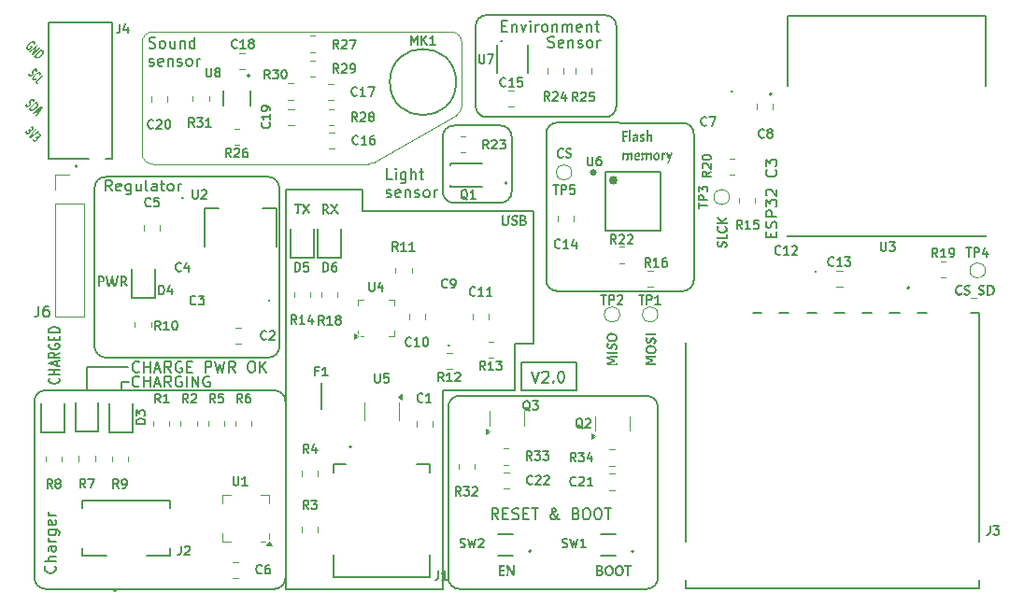
<source format=gto>
%TF.GenerationSoftware,KiCad,Pcbnew,8.0.7*%
%TF.CreationDate,2024-12-27T12:04:35+11:00*%
%TF.ProjectId,ESP32 sensor board,45535033-3220-4736-956e-736f7220626f,rev?*%
%TF.SameCoordinates,Original*%
%TF.FileFunction,Legend,Top*%
%TF.FilePolarity,Positive*%
%FSLAX46Y46*%
G04 Gerber Fmt 4.6, Leading zero omitted, Abs format (unit mm)*
G04 Created by KiCad (PCBNEW 8.0.7) date 2024-12-27 12:04:35*
%MOMM*%
%LPD*%
G01*
G04 APERTURE LIST*
%ADD10C,0.150000*%
%ADD11C,0.100000*%
%ADD12C,0.200000*%
%ADD13C,0.120000*%
%ADD14C,0.127000*%
%ADD15C,0.203200*%
%ADD16C,0.152400*%
G04 APERTURE END LIST*
D10*
X150250000Y-124750000D02*
G75*
G02*
X149250000Y-123750000I0J1000000D01*
G01*
X155250000Y-106750000D02*
X155250000Y-102500000D01*
X154000000Y-89750000D02*
X149750000Y-89750000D01*
X134500000Y-123750000D02*
G75*
G02*
X133500000Y-124750000I-1000000J0D01*
G01*
X112750000Y-124750000D02*
G75*
G02*
X111750000Y-123750000I0J1000000D01*
G01*
D11*
X150500000Y-80921853D02*
G75*
G02*
X149998935Y-81788424I-999800J-47D01*
G01*
D10*
X134500000Y-124750000D02*
X148750000Y-124750000D01*
X159125000Y-97750000D02*
G75*
G02*
X158125000Y-96750000I0J1000000D01*
G01*
X158125000Y-83475000D02*
G75*
G02*
X159125000Y-82475000I1000000J0D01*
G01*
X168250000Y-123750000D02*
G75*
G02*
X167250000Y-124750000I-1000000J0D01*
G01*
D11*
X122500000Y-86250000D02*
X141982691Y-86250000D01*
D10*
X116500000Y-104600000D02*
X116500000Y-106700000D01*
X118200000Y-87400000D02*
X132950000Y-87400000D01*
X168250000Y-108250000D02*
X168250000Y-123750000D01*
X111750000Y-107750000D02*
G75*
G02*
X112750000Y-106750000I1000000J0D01*
G01*
X132950000Y-87400000D02*
G75*
G02*
X133950000Y-88400000I0J-1000000D01*
G01*
X118200000Y-103775000D02*
G75*
G02*
X117200000Y-102775000I0J1000000D01*
G01*
D11*
X149500000Y-74250000D02*
X122500000Y-74250000D01*
D10*
X133500000Y-124750000D02*
X112750000Y-124750000D01*
X141500000Y-88550000D02*
X134500000Y-88550000D01*
X163485000Y-81985000D02*
X152735000Y-81985000D01*
X167250000Y-107250000D02*
G75*
G02*
X168250000Y-108250000I0J-1000000D01*
G01*
X167250000Y-124750000D02*
X150250000Y-124750000D01*
X133950000Y-102775000D02*
G75*
G02*
X132950000Y-103775000I-1000000J0D01*
G01*
X120200000Y-104600000D02*
X116500000Y-104600000D01*
D11*
X142481656Y-86116623D02*
X149998964Y-81788475D01*
X122500000Y-86250000D02*
G75*
G02*
X121500000Y-85250000I0J1000000D01*
G01*
D10*
X171500000Y-83500000D02*
X171500000Y-96750000D01*
X149750000Y-82750000D02*
X154000000Y-82750000D01*
X111750000Y-123750000D02*
X111750000Y-107750000D01*
D11*
X150500000Y-80921853D02*
X150500000Y-75250000D01*
D10*
X148750000Y-124750000D02*
X148750000Y-106750000D01*
X170500000Y-97750000D02*
X159125000Y-97750000D01*
D11*
X149500000Y-74250000D02*
G75*
G02*
X150500000Y-75250000I0J-1000000D01*
G01*
D10*
X133950000Y-94650000D02*
X133950000Y-102775000D01*
X164485000Y-73735000D02*
X164485000Y-80985000D01*
X152735000Y-81985000D02*
G75*
G02*
X151735000Y-80985000I0J1000000D01*
G01*
X149250000Y-123750000D02*
X149250000Y-108250000D01*
X154000000Y-82750000D02*
G75*
G02*
X155000000Y-83750000I0J-1000000D01*
G01*
X120300000Y-106000000D02*
X119600000Y-106000000D01*
D11*
X142481656Y-86116623D02*
G75*
G02*
X141982691Y-86249996I-498956J866623D01*
G01*
D10*
X170500000Y-82500000D02*
G75*
G02*
X171500000Y-83500000I0J-1000000D01*
G01*
X152735000Y-72735000D02*
X163485000Y-72735000D01*
X117200000Y-102775000D02*
X117200000Y-88400000D01*
X151735000Y-73735000D02*
G75*
G02*
X152735000Y-72735000I1000000J0D01*
G01*
X151735000Y-80985000D02*
X151735000Y-73735000D01*
X117200000Y-88400000D02*
G75*
G02*
X118200000Y-87400000I1000000J0D01*
G01*
X112750000Y-106750000D02*
X133500000Y-106750000D01*
X163485000Y-72735000D02*
G75*
G02*
X164485000Y-73735000I0J-1000000D01*
G01*
X164485000Y-80985000D02*
G75*
G02*
X163485000Y-81985000I-1000000J0D01*
G01*
D11*
X121500000Y-75250000D02*
G75*
G02*
X122500000Y-74250000I1000000J0D01*
G01*
D10*
X150250000Y-107250000D02*
X167250000Y-107250000D01*
X148750000Y-88750000D02*
X148750000Y-83750000D01*
X149250000Y-108250000D02*
G75*
G02*
X150250000Y-107250000I1000000J0D01*
G01*
X157000000Y-102500000D02*
X157000000Y-90500000D01*
X155000000Y-88750000D02*
G75*
G02*
X154000000Y-89750000I-1000000J0D01*
G01*
X133500000Y-106750000D02*
G75*
G02*
X134500000Y-107750000I0J-1000000D01*
G01*
X134500000Y-88550000D02*
X134500000Y-107750000D01*
X155000000Y-83750000D02*
X155000000Y-88750000D01*
X119600000Y-106700000D02*
X119600000Y-106000000D01*
X148750000Y-83750000D02*
G75*
G02*
X149750000Y-82750000I1000000J0D01*
G01*
X155250000Y-102500000D02*
X157000000Y-102500000D01*
X148750000Y-106750000D02*
X155250000Y-106750000D01*
X149750000Y-89750000D02*
G75*
G02*
X148750000Y-88750000I0J1000000D01*
G01*
D11*
X121500000Y-75250000D02*
X121500000Y-85250000D01*
D10*
X157000000Y-90500000D02*
X141500000Y-90500000D01*
X134500000Y-123750000D02*
X134500000Y-124750000D01*
X171500000Y-96750000D02*
G75*
G02*
X170500000Y-97750000I-1000000J0D01*
G01*
X133950000Y-88400000D02*
X133950000Y-102775000D01*
X158125000Y-96725000D02*
X158125000Y-83475000D01*
X132950000Y-103775000D02*
X118200000Y-103775000D01*
X141500000Y-90500000D02*
X141500000Y-88550000D01*
X134500000Y-107750000D02*
X134500000Y-123750000D01*
X159125000Y-82475000D02*
X170500000Y-82500000D01*
G36*
X111372427Y-77986169D02*
G01*
X111363962Y-78026364D01*
X111359241Y-78069147D01*
X111360450Y-78105985D01*
X111369357Y-78141449D01*
X111386337Y-78168820D01*
X111389421Y-78172070D01*
X111414329Y-78189176D01*
X111447394Y-78194219D01*
X111451872Y-78193762D01*
X111493511Y-78178598D01*
X111520401Y-78156941D01*
X111547499Y-78117712D01*
X111555806Y-78083195D01*
X111556163Y-78046377D01*
X111551830Y-78011313D01*
X111548967Y-77997602D01*
X111541974Y-77963959D01*
X111536331Y-77929140D01*
X111533320Y-77905274D01*
X111532905Y-77867587D01*
X111539796Y-77826909D01*
X111548449Y-77798127D01*
X111569107Y-77754231D01*
X111596894Y-77714565D01*
X111625925Y-77682518D01*
X111666041Y-77646686D01*
X111708111Y-77617468D01*
X111752135Y-77594866D01*
X111798112Y-77578878D01*
X111825262Y-77572712D01*
X111864825Y-77567903D01*
X111900978Y-77568865D01*
X111933721Y-77575597D01*
X111963055Y-77588100D01*
X111988979Y-77606373D01*
X111996862Y-77613746D01*
X112016190Y-77635891D01*
X112033389Y-77662501D01*
X112041040Y-77677959D01*
X112052609Y-77708545D01*
X112060540Y-77741537D01*
X112062974Y-77757576D01*
X111877212Y-77862305D01*
X111878576Y-77824137D01*
X111874159Y-77788038D01*
X111871754Y-77776366D01*
X111862323Y-77744413D01*
X111847255Y-77716208D01*
X111839458Y-77707111D01*
X111813754Y-77691253D01*
X111786783Y-77689323D01*
X111745505Y-77706477D01*
X111727303Y-77722068D01*
X111701195Y-77763072D01*
X111695076Y-77792428D01*
X111694790Y-77829317D01*
X111699154Y-77864411D01*
X111702019Y-77878124D01*
X111709282Y-77911585D01*
X111715477Y-77946114D01*
X111719013Y-77969728D01*
X111720234Y-78006958D01*
X111713741Y-78047355D01*
X111705128Y-78076045D01*
X111684613Y-78119923D01*
X111656848Y-78159633D01*
X111627755Y-78191758D01*
X111585852Y-78229378D01*
X111541895Y-78260482D01*
X111495886Y-78285070D01*
X111454815Y-78300960D01*
X111419438Y-78310545D01*
X111378297Y-78317063D01*
X111341037Y-78317601D01*
X111307658Y-78312160D01*
X111278160Y-78300740D01*
X111252543Y-78283340D01*
X111244867Y-78276211D01*
X111225347Y-78252222D01*
X111211552Y-78225021D01*
X111202876Y-78190580D01*
X111201138Y-78160982D01*
X111202787Y-78121798D01*
X111208009Y-78083077D01*
X111212985Y-78063334D01*
X111218477Y-78047065D01*
X111372427Y-77986169D01*
G37*
G36*
X111582679Y-78614024D02*
G01*
X111561794Y-78586642D01*
X111548877Y-78554235D01*
X111543928Y-78516803D01*
X111546949Y-78474346D01*
X111555552Y-78435127D01*
X111563371Y-78409920D01*
X111580274Y-78366926D01*
X111601429Y-78324102D01*
X111626835Y-78281449D01*
X111656494Y-78238966D01*
X111690405Y-78196653D01*
X111728567Y-78154511D01*
X111745023Y-78137701D01*
X111786087Y-78098344D01*
X111827244Y-78062307D01*
X111868493Y-78029590D01*
X111909836Y-78000193D01*
X111951271Y-77974117D01*
X111992799Y-77951360D01*
X112034420Y-77931925D01*
X112076134Y-77915809D01*
X112116525Y-77903497D01*
X112163160Y-77894137D01*
X112205515Y-77891475D01*
X112243590Y-77895513D01*
X112277384Y-77906250D01*
X112306897Y-77923685D01*
X112322551Y-77937363D01*
X112342080Y-77959382D01*
X112359345Y-77985042D01*
X112369527Y-78005409D01*
X112380714Y-78034995D01*
X112386141Y-78064854D01*
X112385934Y-78086408D01*
X112207080Y-78184228D01*
X112209755Y-78145891D01*
X112205999Y-78110703D01*
X112205525Y-78108065D01*
X112197231Y-78077183D01*
X112182461Y-78050659D01*
X112177581Y-78045235D01*
X112151255Y-78027870D01*
X112118557Y-78022058D01*
X112079488Y-78027797D01*
X112055029Y-78035978D01*
X112012848Y-78056489D01*
X111967718Y-78086140D01*
X111925810Y-78119583D01*
X111888092Y-78153818D01*
X111868611Y-78172864D01*
X111831463Y-78211811D01*
X111798775Y-78249898D01*
X111766274Y-78293247D01*
X111739843Y-78335425D01*
X111722018Y-78370647D01*
X111706704Y-78413966D01*
X111702243Y-78455443D01*
X111711301Y-78489238D01*
X111724851Y-78507499D01*
X111749783Y-78524077D01*
X111784479Y-78530866D01*
X111806471Y-78529709D01*
X111847221Y-78520056D01*
X111889681Y-78500940D01*
X111918937Y-78482940D01*
X111920803Y-78580139D01*
X111874714Y-78606997D01*
X111830291Y-78628183D01*
X111787534Y-78643696D01*
X111746443Y-78653537D01*
X111723711Y-78656613D01*
X111686290Y-78657550D01*
X111652549Y-78652745D01*
X111622486Y-78642199D01*
X111596103Y-78625910D01*
X111582679Y-78614024D01*
G37*
G36*
X111793449Y-78803033D02*
G01*
X112042387Y-78568395D01*
X112459921Y-78136561D01*
X112569555Y-78196456D01*
X112128533Y-78620690D01*
X111971371Y-78786142D01*
X112109812Y-78892460D01*
X111989816Y-78999399D01*
X111793449Y-78803033D01*
G37*
G36*
X174275097Y-93747016D02*
G01*
X174309505Y-93709623D01*
X174343096Y-93664766D01*
X174368289Y-93619926D01*
X174387067Y-93567635D01*
X174394415Y-93515367D01*
X174394532Y-93507903D01*
X174389015Y-93458388D01*
X174369201Y-93413478D01*
X174365711Y-93408740D01*
X174325546Y-93377538D01*
X174291217Y-93371371D01*
X174244317Y-93385668D01*
X174214036Y-93416556D01*
X174187750Y-93459525D01*
X174166020Y-93505956D01*
X174158349Y-93525488D01*
X174139504Y-93573379D01*
X174118873Y-93621063D01*
X174104127Y-93652739D01*
X174077772Y-93697641D01*
X174044135Y-93737460D01*
X174017665Y-93761182D01*
X173972019Y-93788568D01*
X173924322Y-93802568D01*
X173881133Y-93806123D01*
X173827430Y-93801074D01*
X173777022Y-93785927D01*
X173729910Y-93760682D01*
X173686094Y-93725340D01*
X173662536Y-93700610D01*
X173631160Y-93659652D01*
X173606276Y-93615911D01*
X173587884Y-93569389D01*
X173575983Y-93520084D01*
X173570573Y-93467997D01*
X173570212Y-93450017D01*
X173572204Y-93401142D01*
X173578859Y-93349511D01*
X173584378Y-93322278D01*
X173597826Y-93272598D01*
X173615547Y-93224369D01*
X173625167Y-93202599D01*
X173830575Y-93298098D01*
X173802622Y-93341471D01*
X173780219Y-93389220D01*
X173773667Y-93405809D01*
X173757741Y-93454581D01*
X173748451Y-93505578D01*
X173747533Y-93525488D01*
X173754495Y-93574470D01*
X173772201Y-93608531D01*
X173813519Y-93636961D01*
X173837414Y-93640038D01*
X173884870Y-93622483D01*
X173909954Y-93595097D01*
X173936241Y-93551961D01*
X173957971Y-93505459D01*
X173965642Y-93485921D01*
X173984166Y-93437927D01*
X174004201Y-93389933D01*
X174018398Y-93357937D01*
X174043860Y-93312623D01*
X174077016Y-93272666D01*
X174103394Y-93249005D01*
X174148927Y-93221471D01*
X174196639Y-93207394D01*
X174239926Y-93203820D01*
X174296158Y-93208869D01*
X174349233Y-93224016D01*
X174399154Y-93249261D01*
X174439431Y-93278936D01*
X174471224Y-93309333D01*
X174504924Y-93350137D01*
X174531651Y-93393414D01*
X174551406Y-93439163D01*
X174564189Y-93487386D01*
X174569999Y-93538082D01*
X174570387Y-93555530D01*
X174567227Y-93606806D01*
X174557747Y-93655120D01*
X174539528Y-93705934D01*
X174519829Y-93742864D01*
X174490955Y-93787100D01*
X174459882Y-93826578D01*
X174442404Y-93843981D01*
X174427016Y-93856681D01*
X174275097Y-93747016D01*
G37*
G36*
X174555000Y-93058984D02*
G01*
X174213060Y-93042131D01*
X173612466Y-93058984D01*
X173577295Y-92859193D01*
X174189124Y-92878977D01*
X174417247Y-92869207D01*
X174394532Y-92580757D01*
X174555000Y-92596144D01*
X174555000Y-93058984D01*
G37*
G36*
X174570387Y-92163346D02*
G01*
X174565793Y-92220229D01*
X174552011Y-92273644D01*
X174529042Y-92323590D01*
X174496885Y-92370067D01*
X174463069Y-92406147D01*
X174439717Y-92426639D01*
X174397363Y-92457388D01*
X174352123Y-92482925D01*
X174303998Y-92503250D01*
X174252986Y-92518364D01*
X174199088Y-92528266D01*
X174142304Y-92532957D01*
X174118782Y-92533374D01*
X174061915Y-92531362D01*
X174007331Y-92525329D01*
X173955028Y-92515273D01*
X173905008Y-92501195D01*
X173857270Y-92483094D01*
X173811814Y-92460971D01*
X173768641Y-92434825D01*
X173727749Y-92404658D01*
X173690483Y-92371566D01*
X173650888Y-92327637D01*
X173619056Y-92280858D01*
X173594988Y-92231228D01*
X173578685Y-92178748D01*
X173570144Y-92123418D01*
X173568747Y-92088852D01*
X173570507Y-92039885D01*
X173576444Y-91989299D01*
X173583646Y-91953297D01*
X173596655Y-91905245D01*
X173613932Y-91863660D01*
X173629319Y-91838503D01*
X173824958Y-91934002D01*
X173795958Y-91976030D01*
X173773732Y-92021924D01*
X173772201Y-92025593D01*
X173756229Y-92071763D01*
X173747918Y-92120428D01*
X173747533Y-92132571D01*
X173753870Y-92184061D01*
X173772880Y-92229446D01*
X173804565Y-92268725D01*
X173827644Y-92287909D01*
X173871974Y-92313448D01*
X173924853Y-92331690D01*
X173978134Y-92341666D01*
X174029013Y-92345770D01*
X174056256Y-92346284D01*
X174110062Y-92344163D01*
X174160108Y-92337800D01*
X174213742Y-92325016D01*
X174262256Y-92306458D01*
X174299766Y-92285956D01*
X174341226Y-92252952D01*
X174373709Y-92209328D01*
X174391200Y-92158825D01*
X174394532Y-92121336D01*
X174388624Y-92072415D01*
X174368891Y-92023525D01*
X174352522Y-91998970D01*
X174316882Y-91962322D01*
X174273342Y-91934811D01*
X174239926Y-91921545D01*
X174307337Y-91804797D01*
X174358919Y-91827461D01*
X174405311Y-91854846D01*
X174446514Y-91886953D01*
X174482528Y-91923782D01*
X174500778Y-91946946D01*
X174527901Y-91989943D01*
X174548362Y-92035370D01*
X174562161Y-92083228D01*
X174569299Y-92133517D01*
X174570387Y-92163346D01*
G37*
G36*
X173577295Y-91492411D02*
G01*
X174035983Y-91508042D01*
X173579982Y-91149249D01*
X173675725Y-91005635D01*
X174051371Y-91329256D01*
X174458035Y-90986095D01*
X174570387Y-91166102D01*
X174085076Y-91509263D01*
X174189124Y-91512194D01*
X174555000Y-91495341D01*
X174555000Y-91692201D01*
X174213060Y-91675348D01*
X173612466Y-91692201D01*
X173577295Y-91492411D01*
G37*
G36*
X111523312Y-82799431D02*
G01*
X111556866Y-82809701D01*
X111587502Y-82822772D01*
X111615218Y-82838642D01*
X111640016Y-82857313D01*
X111652876Y-82869239D01*
X111671688Y-82892051D01*
X111686190Y-82920919D01*
X111693226Y-82952771D01*
X111692218Y-82992171D01*
X111682315Y-83032729D01*
X111661391Y-83075949D01*
X111630023Y-83117226D01*
X111618576Y-83129230D01*
X111580835Y-83162600D01*
X111538961Y-83189871D01*
X111515989Y-83200730D01*
X111473917Y-83213235D01*
X111436619Y-83215589D01*
X111415543Y-83212888D01*
X111421236Y-83246042D01*
X111422299Y-83281713D01*
X111415917Y-83322974D01*
X111411502Y-83337340D01*
X111391289Y-83380159D01*
X111363100Y-83419905D01*
X111333163Y-83452777D01*
X111293536Y-83488437D01*
X111252933Y-83517139D01*
X111211356Y-83538882D01*
X111168804Y-83553667D01*
X111144050Y-83558991D01*
X111102162Y-83562459D01*
X111063691Y-83558205D01*
X111033437Y-83548413D01*
X111005695Y-83532947D01*
X110980463Y-83511808D01*
X110961320Y-83489522D01*
X110944384Y-83461989D01*
X110934385Y-83439133D01*
X110924423Y-83407109D01*
X110919188Y-83372508D01*
X110919152Y-83368980D01*
X110919291Y-83341485D01*
X111064743Y-83246186D01*
X111059182Y-83280347D01*
X111058689Y-83318425D01*
X111061186Y-83346943D01*
X111068653Y-83380799D01*
X111082915Y-83407997D01*
X111091789Y-83418305D01*
X111117469Y-83435059D01*
X111152070Y-83440288D01*
X111159870Y-83439755D01*
X111199862Y-83427283D01*
X111239854Y-83397961D01*
X111245186Y-83392779D01*
X111275503Y-83353893D01*
X111291500Y-83312192D01*
X111293440Y-83299759D01*
X111291313Y-83263533D01*
X111278251Y-83233040D01*
X111259659Y-83210022D01*
X111208262Y-83158624D01*
X111315409Y-83073031D01*
X111348257Y-83105880D01*
X111372077Y-83123823D01*
X111403417Y-83133062D01*
X111424420Y-83132304D01*
X111466699Y-83117849D01*
X111506698Y-83087124D01*
X111537266Y-83048783D01*
X111551256Y-83011479D01*
X111549696Y-82976499D01*
X111535367Y-82952759D01*
X111511960Y-82934817D01*
X111482543Y-82921793D01*
X111478167Y-82920429D01*
X111446585Y-82913158D01*
X111412484Y-82908784D01*
X111390397Y-82907268D01*
X111523312Y-82799431D01*
G37*
G36*
X111460965Y-83721852D02*
G01*
X111468115Y-83729002D01*
X111669110Y-83587695D01*
X112128680Y-83253509D01*
X112182944Y-83343696D01*
X111717053Y-83667416D01*
X111398860Y-83892555D01*
X111275548Y-83795149D01*
X111498788Y-83487145D01*
X111836358Y-83010926D01*
X111945992Y-83070821D01*
X111616366Y-83509044D01*
X111460965Y-83721852D01*
G37*
G36*
X112168679Y-83444798D02*
G01*
X112202233Y-83455068D01*
X112232869Y-83468139D01*
X112260585Y-83484009D01*
X112285383Y-83502680D01*
X112298243Y-83514605D01*
X112317055Y-83537418D01*
X112331556Y-83566286D01*
X112338593Y-83598138D01*
X112337585Y-83637537D01*
X112327682Y-83678096D01*
X112306758Y-83721316D01*
X112275390Y-83762593D01*
X112263943Y-83774597D01*
X112226202Y-83807967D01*
X112184328Y-83835238D01*
X112161356Y-83846097D01*
X112119284Y-83858602D01*
X112081986Y-83860956D01*
X112060910Y-83858255D01*
X112066603Y-83891408D01*
X112067666Y-83927080D01*
X112061284Y-83968341D01*
X112056869Y-83982707D01*
X112036656Y-84025526D01*
X112008467Y-84065272D01*
X111978530Y-84098144D01*
X111938903Y-84133804D01*
X111898300Y-84162506D01*
X111856723Y-84184249D01*
X111814170Y-84199034D01*
X111789417Y-84204358D01*
X111747528Y-84207826D01*
X111709058Y-84203572D01*
X111678804Y-84193780D01*
X111651061Y-84178314D01*
X111625830Y-84157175D01*
X111606687Y-84134889D01*
X111589751Y-84107356D01*
X111579752Y-84084500D01*
X111569790Y-84052476D01*
X111564555Y-84017875D01*
X111564519Y-84014347D01*
X111564658Y-83986852D01*
X111710110Y-83891553D01*
X111704549Y-83925714D01*
X111704056Y-83963792D01*
X111706553Y-83992310D01*
X111714020Y-84026166D01*
X111728282Y-84053364D01*
X111737156Y-84063672D01*
X111762836Y-84080426D01*
X111797437Y-84085655D01*
X111805237Y-84085122D01*
X111845229Y-84072649D01*
X111885221Y-84043328D01*
X111890553Y-84038146D01*
X111920870Y-83999260D01*
X111936867Y-83957559D01*
X111938807Y-83945126D01*
X111936680Y-83908900D01*
X111923618Y-83878407D01*
X111905026Y-83855389D01*
X111853629Y-83803991D01*
X111960776Y-83718398D01*
X111993624Y-83751247D01*
X112017444Y-83769190D01*
X112048784Y-83778429D01*
X112069787Y-83777671D01*
X112112066Y-83763215D01*
X112152064Y-83732491D01*
X112182633Y-83694150D01*
X112196623Y-83656846D01*
X112195063Y-83621866D01*
X112180734Y-83598126D01*
X112157327Y-83580184D01*
X112127910Y-83567160D01*
X112123533Y-83565795D01*
X112091951Y-83558525D01*
X112057850Y-83554150D01*
X112035764Y-83552635D01*
X112168679Y-83444798D01*
G37*
X122139160Y-75687256D02*
X122282017Y-75734875D01*
X122282017Y-75734875D02*
X122520112Y-75734875D01*
X122520112Y-75734875D02*
X122615350Y-75687256D01*
X122615350Y-75687256D02*
X122662969Y-75639636D01*
X122662969Y-75639636D02*
X122710588Y-75544398D01*
X122710588Y-75544398D02*
X122710588Y-75449160D01*
X122710588Y-75449160D02*
X122662969Y-75353922D01*
X122662969Y-75353922D02*
X122615350Y-75306303D01*
X122615350Y-75306303D02*
X122520112Y-75258684D01*
X122520112Y-75258684D02*
X122329636Y-75211065D01*
X122329636Y-75211065D02*
X122234398Y-75163446D01*
X122234398Y-75163446D02*
X122186779Y-75115827D01*
X122186779Y-75115827D02*
X122139160Y-75020589D01*
X122139160Y-75020589D02*
X122139160Y-74925351D01*
X122139160Y-74925351D02*
X122186779Y-74830113D01*
X122186779Y-74830113D02*
X122234398Y-74782494D01*
X122234398Y-74782494D02*
X122329636Y-74734875D01*
X122329636Y-74734875D02*
X122567731Y-74734875D01*
X122567731Y-74734875D02*
X122710588Y-74782494D01*
X123282017Y-75734875D02*
X123186779Y-75687256D01*
X123186779Y-75687256D02*
X123139160Y-75639636D01*
X123139160Y-75639636D02*
X123091541Y-75544398D01*
X123091541Y-75544398D02*
X123091541Y-75258684D01*
X123091541Y-75258684D02*
X123139160Y-75163446D01*
X123139160Y-75163446D02*
X123186779Y-75115827D01*
X123186779Y-75115827D02*
X123282017Y-75068208D01*
X123282017Y-75068208D02*
X123424874Y-75068208D01*
X123424874Y-75068208D02*
X123520112Y-75115827D01*
X123520112Y-75115827D02*
X123567731Y-75163446D01*
X123567731Y-75163446D02*
X123615350Y-75258684D01*
X123615350Y-75258684D02*
X123615350Y-75544398D01*
X123615350Y-75544398D02*
X123567731Y-75639636D01*
X123567731Y-75639636D02*
X123520112Y-75687256D01*
X123520112Y-75687256D02*
X123424874Y-75734875D01*
X123424874Y-75734875D02*
X123282017Y-75734875D01*
X124472493Y-75068208D02*
X124472493Y-75734875D01*
X124043922Y-75068208D02*
X124043922Y-75592017D01*
X124043922Y-75592017D02*
X124091541Y-75687256D01*
X124091541Y-75687256D02*
X124186779Y-75734875D01*
X124186779Y-75734875D02*
X124329636Y-75734875D01*
X124329636Y-75734875D02*
X124424874Y-75687256D01*
X124424874Y-75687256D02*
X124472493Y-75639636D01*
X124948684Y-75068208D02*
X124948684Y-75734875D01*
X124948684Y-75163446D02*
X124996303Y-75115827D01*
X124996303Y-75115827D02*
X125091541Y-75068208D01*
X125091541Y-75068208D02*
X125234398Y-75068208D01*
X125234398Y-75068208D02*
X125329636Y-75115827D01*
X125329636Y-75115827D02*
X125377255Y-75211065D01*
X125377255Y-75211065D02*
X125377255Y-75734875D01*
X126282017Y-75734875D02*
X126282017Y-74734875D01*
X126282017Y-75687256D02*
X126186779Y-75734875D01*
X126186779Y-75734875D02*
X125996303Y-75734875D01*
X125996303Y-75734875D02*
X125901065Y-75687256D01*
X125901065Y-75687256D02*
X125853446Y-75639636D01*
X125853446Y-75639636D02*
X125805827Y-75544398D01*
X125805827Y-75544398D02*
X125805827Y-75258684D01*
X125805827Y-75258684D02*
X125853446Y-75163446D01*
X125853446Y-75163446D02*
X125901065Y-75115827D01*
X125901065Y-75115827D02*
X125996303Y-75068208D01*
X125996303Y-75068208D02*
X126186779Y-75068208D01*
X126186779Y-75068208D02*
X126282017Y-75115827D01*
X122139160Y-77297200D02*
X122234398Y-77344819D01*
X122234398Y-77344819D02*
X122424874Y-77344819D01*
X122424874Y-77344819D02*
X122520112Y-77297200D01*
X122520112Y-77297200D02*
X122567731Y-77201961D01*
X122567731Y-77201961D02*
X122567731Y-77154342D01*
X122567731Y-77154342D02*
X122520112Y-77059104D01*
X122520112Y-77059104D02*
X122424874Y-77011485D01*
X122424874Y-77011485D02*
X122282017Y-77011485D01*
X122282017Y-77011485D02*
X122186779Y-76963866D01*
X122186779Y-76963866D02*
X122139160Y-76868628D01*
X122139160Y-76868628D02*
X122139160Y-76821009D01*
X122139160Y-76821009D02*
X122186779Y-76725771D01*
X122186779Y-76725771D02*
X122282017Y-76678152D01*
X122282017Y-76678152D02*
X122424874Y-76678152D01*
X122424874Y-76678152D02*
X122520112Y-76725771D01*
X123377255Y-77297200D02*
X123282017Y-77344819D01*
X123282017Y-77344819D02*
X123091541Y-77344819D01*
X123091541Y-77344819D02*
X122996303Y-77297200D01*
X122996303Y-77297200D02*
X122948684Y-77201961D01*
X122948684Y-77201961D02*
X122948684Y-76821009D01*
X122948684Y-76821009D02*
X122996303Y-76725771D01*
X122996303Y-76725771D02*
X123091541Y-76678152D01*
X123091541Y-76678152D02*
X123282017Y-76678152D01*
X123282017Y-76678152D02*
X123377255Y-76725771D01*
X123377255Y-76725771D02*
X123424874Y-76821009D01*
X123424874Y-76821009D02*
X123424874Y-76916247D01*
X123424874Y-76916247D02*
X122948684Y-77011485D01*
X123853446Y-76678152D02*
X123853446Y-77344819D01*
X123853446Y-76773390D02*
X123901065Y-76725771D01*
X123901065Y-76725771D02*
X123996303Y-76678152D01*
X123996303Y-76678152D02*
X124139160Y-76678152D01*
X124139160Y-76678152D02*
X124234398Y-76725771D01*
X124234398Y-76725771D02*
X124282017Y-76821009D01*
X124282017Y-76821009D02*
X124282017Y-77344819D01*
X124710589Y-77297200D02*
X124805827Y-77344819D01*
X124805827Y-77344819D02*
X124996303Y-77344819D01*
X124996303Y-77344819D02*
X125091541Y-77297200D01*
X125091541Y-77297200D02*
X125139160Y-77201961D01*
X125139160Y-77201961D02*
X125139160Y-77154342D01*
X125139160Y-77154342D02*
X125091541Y-77059104D01*
X125091541Y-77059104D02*
X124996303Y-77011485D01*
X124996303Y-77011485D02*
X124853446Y-77011485D01*
X124853446Y-77011485D02*
X124758208Y-76963866D01*
X124758208Y-76963866D02*
X124710589Y-76868628D01*
X124710589Y-76868628D02*
X124710589Y-76821009D01*
X124710589Y-76821009D02*
X124758208Y-76725771D01*
X124758208Y-76725771D02*
X124853446Y-76678152D01*
X124853446Y-76678152D02*
X124996303Y-76678152D01*
X124996303Y-76678152D02*
X125091541Y-76725771D01*
X125710589Y-77344819D02*
X125615351Y-77297200D01*
X125615351Y-77297200D02*
X125567732Y-77249580D01*
X125567732Y-77249580D02*
X125520113Y-77154342D01*
X125520113Y-77154342D02*
X125520113Y-76868628D01*
X125520113Y-76868628D02*
X125567732Y-76773390D01*
X125567732Y-76773390D02*
X125615351Y-76725771D01*
X125615351Y-76725771D02*
X125710589Y-76678152D01*
X125710589Y-76678152D02*
X125853446Y-76678152D01*
X125853446Y-76678152D02*
X125948684Y-76725771D01*
X125948684Y-76725771D02*
X125996303Y-76773390D01*
X125996303Y-76773390D02*
X126043922Y-76868628D01*
X126043922Y-76868628D02*
X126043922Y-77154342D01*
X126043922Y-77154342D02*
X125996303Y-77249580D01*
X125996303Y-77249580D02*
X125948684Y-77297200D01*
X125948684Y-77297200D02*
X125853446Y-77344819D01*
X125853446Y-77344819D02*
X125710589Y-77344819D01*
X126472494Y-77344819D02*
X126472494Y-76678152D01*
X126472494Y-76868628D02*
X126520113Y-76773390D01*
X126520113Y-76773390D02*
X126567732Y-76725771D01*
X126567732Y-76725771D02*
X126662970Y-76678152D01*
X126662970Y-76678152D02*
X126758208Y-76678152D01*
X178506009Y-92853220D02*
X178506009Y-92519887D01*
X179029819Y-92377030D02*
X179029819Y-92853220D01*
X179029819Y-92853220D02*
X178029819Y-92853220D01*
X178029819Y-92853220D02*
X178029819Y-92377030D01*
X178982200Y-91996077D02*
X179029819Y-91853220D01*
X179029819Y-91853220D02*
X179029819Y-91615125D01*
X179029819Y-91615125D02*
X178982200Y-91519887D01*
X178982200Y-91519887D02*
X178934580Y-91472268D01*
X178934580Y-91472268D02*
X178839342Y-91424649D01*
X178839342Y-91424649D02*
X178744104Y-91424649D01*
X178744104Y-91424649D02*
X178648866Y-91472268D01*
X178648866Y-91472268D02*
X178601247Y-91519887D01*
X178601247Y-91519887D02*
X178553628Y-91615125D01*
X178553628Y-91615125D02*
X178506009Y-91805601D01*
X178506009Y-91805601D02*
X178458390Y-91900839D01*
X178458390Y-91900839D02*
X178410771Y-91948458D01*
X178410771Y-91948458D02*
X178315533Y-91996077D01*
X178315533Y-91996077D02*
X178220295Y-91996077D01*
X178220295Y-91996077D02*
X178125057Y-91948458D01*
X178125057Y-91948458D02*
X178077438Y-91900839D01*
X178077438Y-91900839D02*
X178029819Y-91805601D01*
X178029819Y-91805601D02*
X178029819Y-91567506D01*
X178029819Y-91567506D02*
X178077438Y-91424649D01*
X179029819Y-90996077D02*
X178029819Y-90996077D01*
X178029819Y-90996077D02*
X178029819Y-90615125D01*
X178029819Y-90615125D02*
X178077438Y-90519887D01*
X178077438Y-90519887D02*
X178125057Y-90472268D01*
X178125057Y-90472268D02*
X178220295Y-90424649D01*
X178220295Y-90424649D02*
X178363152Y-90424649D01*
X178363152Y-90424649D02*
X178458390Y-90472268D01*
X178458390Y-90472268D02*
X178506009Y-90519887D01*
X178506009Y-90519887D02*
X178553628Y-90615125D01*
X178553628Y-90615125D02*
X178553628Y-90996077D01*
X178029819Y-90091315D02*
X178029819Y-89472268D01*
X178029819Y-89472268D02*
X178410771Y-89805601D01*
X178410771Y-89805601D02*
X178410771Y-89662744D01*
X178410771Y-89662744D02*
X178458390Y-89567506D01*
X178458390Y-89567506D02*
X178506009Y-89519887D01*
X178506009Y-89519887D02*
X178601247Y-89472268D01*
X178601247Y-89472268D02*
X178839342Y-89472268D01*
X178839342Y-89472268D02*
X178934580Y-89519887D01*
X178934580Y-89519887D02*
X178982200Y-89567506D01*
X178982200Y-89567506D02*
X179029819Y-89662744D01*
X179029819Y-89662744D02*
X179029819Y-89948458D01*
X179029819Y-89948458D02*
X178982200Y-90043696D01*
X178982200Y-90043696D02*
X178934580Y-90091315D01*
X178125057Y-89091315D02*
X178077438Y-89043696D01*
X178077438Y-89043696D02*
X178029819Y-88948458D01*
X178029819Y-88948458D02*
X178029819Y-88710363D01*
X178029819Y-88710363D02*
X178077438Y-88615125D01*
X178077438Y-88615125D02*
X178125057Y-88567506D01*
X178125057Y-88567506D02*
X178220295Y-88519887D01*
X178220295Y-88519887D02*
X178315533Y-88519887D01*
X178315533Y-88519887D02*
X178458390Y-88567506D01*
X178458390Y-88567506D02*
X179029819Y-89138934D01*
X179029819Y-89138934D02*
X179029819Y-88519887D01*
X178934580Y-86757982D02*
X178982200Y-86805601D01*
X178982200Y-86805601D02*
X179029819Y-86948458D01*
X179029819Y-86948458D02*
X179029819Y-87043696D01*
X179029819Y-87043696D02*
X178982200Y-87186553D01*
X178982200Y-87186553D02*
X178886961Y-87281791D01*
X178886961Y-87281791D02*
X178791723Y-87329410D01*
X178791723Y-87329410D02*
X178601247Y-87377029D01*
X178601247Y-87377029D02*
X178458390Y-87377029D01*
X178458390Y-87377029D02*
X178267914Y-87329410D01*
X178267914Y-87329410D02*
X178172676Y-87281791D01*
X178172676Y-87281791D02*
X178077438Y-87186553D01*
X178077438Y-87186553D02*
X178029819Y-87043696D01*
X178029819Y-87043696D02*
X178029819Y-86948458D01*
X178029819Y-86948458D02*
X178077438Y-86805601D01*
X178077438Y-86805601D02*
X178125057Y-86757982D01*
X178029819Y-86424648D02*
X178029819Y-85805601D01*
X178029819Y-85805601D02*
X178410771Y-86138934D01*
X178410771Y-86138934D02*
X178410771Y-85996077D01*
X178410771Y-85996077D02*
X178458390Y-85900839D01*
X178458390Y-85900839D02*
X178506009Y-85853220D01*
X178506009Y-85853220D02*
X178601247Y-85805601D01*
X178601247Y-85805601D02*
X178839342Y-85805601D01*
X178839342Y-85805601D02*
X178934580Y-85853220D01*
X178934580Y-85853220D02*
X178982200Y-85900839D01*
X178982200Y-85900839D02*
X179029819Y-85996077D01*
X179029819Y-85996077D02*
X179029819Y-86281791D01*
X179029819Y-86281791D02*
X178982200Y-86377029D01*
X178982200Y-86377029D02*
X178934580Y-86424648D01*
G36*
X111122427Y-80736169D02*
G01*
X111113962Y-80776364D01*
X111109241Y-80819147D01*
X111110450Y-80855985D01*
X111119357Y-80891449D01*
X111136337Y-80918820D01*
X111139421Y-80922070D01*
X111164329Y-80939176D01*
X111197394Y-80944219D01*
X111201872Y-80943762D01*
X111243511Y-80928598D01*
X111270401Y-80906941D01*
X111297499Y-80867712D01*
X111305806Y-80833195D01*
X111306163Y-80796377D01*
X111301830Y-80761313D01*
X111298967Y-80747602D01*
X111291974Y-80713959D01*
X111286331Y-80679140D01*
X111283320Y-80655274D01*
X111282905Y-80617587D01*
X111289796Y-80576909D01*
X111298449Y-80548127D01*
X111319107Y-80504231D01*
X111346894Y-80464565D01*
X111375925Y-80432518D01*
X111416041Y-80396686D01*
X111458111Y-80367468D01*
X111502135Y-80344866D01*
X111548112Y-80328878D01*
X111575262Y-80322712D01*
X111614825Y-80317903D01*
X111650978Y-80318865D01*
X111683721Y-80325597D01*
X111713055Y-80338100D01*
X111738979Y-80356373D01*
X111746862Y-80363746D01*
X111766190Y-80385891D01*
X111783389Y-80412501D01*
X111791040Y-80427959D01*
X111802609Y-80458545D01*
X111810540Y-80491537D01*
X111812974Y-80507576D01*
X111627212Y-80612305D01*
X111628576Y-80574137D01*
X111624159Y-80538038D01*
X111621754Y-80526366D01*
X111612323Y-80494413D01*
X111597255Y-80466208D01*
X111589458Y-80457111D01*
X111563754Y-80441253D01*
X111536783Y-80439323D01*
X111495505Y-80456477D01*
X111477303Y-80472068D01*
X111451195Y-80513072D01*
X111445076Y-80542428D01*
X111444790Y-80579317D01*
X111449154Y-80614411D01*
X111452019Y-80628124D01*
X111459282Y-80661585D01*
X111465477Y-80696114D01*
X111469013Y-80719728D01*
X111470234Y-80756958D01*
X111463741Y-80797355D01*
X111455128Y-80826045D01*
X111434613Y-80869923D01*
X111406848Y-80909633D01*
X111377755Y-80941758D01*
X111335852Y-80979378D01*
X111291895Y-81010482D01*
X111245886Y-81035070D01*
X111204815Y-81050960D01*
X111169438Y-81060545D01*
X111128297Y-81067063D01*
X111091037Y-81067601D01*
X111057658Y-81062160D01*
X111028160Y-81050740D01*
X111002543Y-81033340D01*
X110994867Y-81026211D01*
X110975347Y-81002222D01*
X110961552Y-80975021D01*
X110952876Y-80940580D01*
X110951138Y-80910982D01*
X110952787Y-80871798D01*
X110958009Y-80833077D01*
X110962985Y-80813334D01*
X110968477Y-80797065D01*
X111122427Y-80736169D01*
G37*
G36*
X112062119Y-80699037D02*
G01*
X112084454Y-80725310D01*
X112101135Y-80753805D01*
X112112162Y-80784524D01*
X112117536Y-80817465D01*
X112116523Y-80859929D01*
X112107368Y-80905594D01*
X112090408Y-80953402D01*
X112070470Y-80994173D01*
X112045255Y-81035788D01*
X112014762Y-81078248D01*
X111978992Y-81121553D01*
X111937944Y-81165703D01*
X111929101Y-81174635D01*
X111884146Y-81217835D01*
X111839778Y-81256938D01*
X111795997Y-81291943D01*
X111752803Y-81322851D01*
X111710197Y-81349661D01*
X111668177Y-81372374D01*
X111626745Y-81390990D01*
X111585900Y-81405508D01*
X111546447Y-81415681D01*
X111500026Y-81421987D01*
X111456820Y-81421170D01*
X111416832Y-81413231D01*
X111387156Y-81401752D01*
X111359539Y-81385714D01*
X111333981Y-81365118D01*
X111327912Y-81359257D01*
X111305051Y-81335035D01*
X111285711Y-81312890D01*
X111264492Y-81287336D01*
X111245373Y-81263436D01*
X111224949Y-81237168D01*
X111216414Y-81225997D01*
X111234333Y-81209107D01*
X111394335Y-81209107D01*
X111414790Y-81234700D01*
X111433771Y-81257706D01*
X111453653Y-81280123D01*
X111455922Y-81282438D01*
X111482219Y-81300790D01*
X111513960Y-81308698D01*
X111551146Y-81306161D01*
X111593776Y-81293180D01*
X111634996Y-81273117D01*
X111679138Y-81244936D01*
X111719300Y-81214318D01*
X111761610Y-81177736D01*
X111798507Y-81142694D01*
X111806066Y-81135189D01*
X111841825Y-81098134D01*
X111878974Y-81056012D01*
X111909837Y-81016444D01*
X111937901Y-80973510D01*
X111959498Y-80928702D01*
X111969922Y-80887747D01*
X111969005Y-80850129D01*
X111958898Y-80819952D01*
X111940107Y-80792330D01*
X111933143Y-80784907D01*
X111910725Y-80762657D01*
X111889611Y-80742192D01*
X111876841Y-80730332D01*
X111551497Y-81043655D01*
X111394335Y-81209107D01*
X111234333Y-81209107D01*
X111465352Y-80991359D01*
X111902746Y-80539665D01*
X112062119Y-80699037D01*
G37*
G36*
X112503486Y-81128315D02*
G01*
X112154759Y-81631027D01*
X111954558Y-81930291D01*
X111846721Y-81866321D01*
X112011447Y-81643151D01*
X111868758Y-81500461D01*
X111648213Y-81657796D01*
X111581755Y-81571305D01*
X111827276Y-81413487D01*
X111992830Y-81413487D01*
X112099044Y-81519701D01*
X112320453Y-81203995D01*
X112312681Y-81196223D01*
X111992830Y-81413487D01*
X111827276Y-81413487D01*
X111875908Y-81382227D01*
X112383697Y-81034432D01*
X112503486Y-81128315D01*
G37*
G36*
X153862595Y-123580000D02*
G01*
X153879448Y-123238060D01*
X153862595Y-122609378D01*
X154390160Y-122609378D01*
X154374528Y-122759832D01*
X154057990Y-122759832D01*
X154049685Y-123008715D01*
X154331053Y-123008715D01*
X154315666Y-123157948D01*
X154044068Y-123157948D01*
X154042602Y-123214124D01*
X154052372Y-123430767D01*
X154392847Y-123430767D01*
X154377459Y-123580000D01*
X153862595Y-123580000D01*
G37*
G36*
X155295568Y-122606448D02*
G01*
X155277250Y-123214124D01*
X155292637Y-123548981D01*
X155126796Y-123584152D01*
X154707431Y-122906133D01*
X154707431Y-123214124D01*
X154727215Y-123580000D01*
X154551360Y-123580000D01*
X154568213Y-123238060D01*
X154551360Y-122613531D01*
X154720132Y-122604982D01*
X155138032Y-123293014D01*
X155123866Y-122627452D01*
X155295568Y-122606448D01*
G37*
X113594580Y-122691792D02*
X113642200Y-122739411D01*
X113642200Y-122739411D02*
X113689819Y-122882268D01*
X113689819Y-122882268D02*
X113689819Y-122977506D01*
X113689819Y-122977506D02*
X113642200Y-123120363D01*
X113642200Y-123120363D02*
X113546961Y-123215601D01*
X113546961Y-123215601D02*
X113451723Y-123263220D01*
X113451723Y-123263220D02*
X113261247Y-123310839D01*
X113261247Y-123310839D02*
X113118390Y-123310839D01*
X113118390Y-123310839D02*
X112927914Y-123263220D01*
X112927914Y-123263220D02*
X112832676Y-123215601D01*
X112832676Y-123215601D02*
X112737438Y-123120363D01*
X112737438Y-123120363D02*
X112689819Y-122977506D01*
X112689819Y-122977506D02*
X112689819Y-122882268D01*
X112689819Y-122882268D02*
X112737438Y-122739411D01*
X112737438Y-122739411D02*
X112785057Y-122691792D01*
X113689819Y-122263220D02*
X112689819Y-122263220D01*
X113689819Y-121834649D02*
X113166009Y-121834649D01*
X113166009Y-121834649D02*
X113070771Y-121882268D01*
X113070771Y-121882268D02*
X113023152Y-121977506D01*
X113023152Y-121977506D02*
X113023152Y-122120363D01*
X113023152Y-122120363D02*
X113070771Y-122215601D01*
X113070771Y-122215601D02*
X113118390Y-122263220D01*
X113689819Y-120929887D02*
X113166009Y-120929887D01*
X113166009Y-120929887D02*
X113070771Y-120977506D01*
X113070771Y-120977506D02*
X113023152Y-121072744D01*
X113023152Y-121072744D02*
X113023152Y-121263220D01*
X113023152Y-121263220D02*
X113070771Y-121358458D01*
X113642200Y-120929887D02*
X113689819Y-121025125D01*
X113689819Y-121025125D02*
X113689819Y-121263220D01*
X113689819Y-121263220D02*
X113642200Y-121358458D01*
X113642200Y-121358458D02*
X113546961Y-121406077D01*
X113546961Y-121406077D02*
X113451723Y-121406077D01*
X113451723Y-121406077D02*
X113356485Y-121358458D01*
X113356485Y-121358458D02*
X113308866Y-121263220D01*
X113308866Y-121263220D02*
X113308866Y-121025125D01*
X113308866Y-121025125D02*
X113261247Y-120929887D01*
X113689819Y-120453696D02*
X113023152Y-120453696D01*
X113213628Y-120453696D02*
X113118390Y-120406077D01*
X113118390Y-120406077D02*
X113070771Y-120358458D01*
X113070771Y-120358458D02*
X113023152Y-120263220D01*
X113023152Y-120263220D02*
X113023152Y-120167982D01*
X113023152Y-119406077D02*
X113832676Y-119406077D01*
X113832676Y-119406077D02*
X113927914Y-119453696D01*
X113927914Y-119453696D02*
X113975533Y-119501315D01*
X113975533Y-119501315D02*
X114023152Y-119596553D01*
X114023152Y-119596553D02*
X114023152Y-119739410D01*
X114023152Y-119739410D02*
X113975533Y-119834648D01*
X113642200Y-119406077D02*
X113689819Y-119501315D01*
X113689819Y-119501315D02*
X113689819Y-119691791D01*
X113689819Y-119691791D02*
X113642200Y-119787029D01*
X113642200Y-119787029D02*
X113594580Y-119834648D01*
X113594580Y-119834648D02*
X113499342Y-119882267D01*
X113499342Y-119882267D02*
X113213628Y-119882267D01*
X113213628Y-119882267D02*
X113118390Y-119834648D01*
X113118390Y-119834648D02*
X113070771Y-119787029D01*
X113070771Y-119787029D02*
X113023152Y-119691791D01*
X113023152Y-119691791D02*
X113023152Y-119501315D01*
X113023152Y-119501315D02*
X113070771Y-119406077D01*
X113642200Y-118548934D02*
X113689819Y-118644172D01*
X113689819Y-118644172D02*
X113689819Y-118834648D01*
X113689819Y-118834648D02*
X113642200Y-118929886D01*
X113642200Y-118929886D02*
X113546961Y-118977505D01*
X113546961Y-118977505D02*
X113166009Y-118977505D01*
X113166009Y-118977505D02*
X113070771Y-118929886D01*
X113070771Y-118929886D02*
X113023152Y-118834648D01*
X113023152Y-118834648D02*
X113023152Y-118644172D01*
X113023152Y-118644172D02*
X113070771Y-118548934D01*
X113070771Y-118548934D02*
X113166009Y-118501315D01*
X113166009Y-118501315D02*
X113261247Y-118501315D01*
X113261247Y-118501315D02*
X113356485Y-118977505D01*
X113689819Y-118072743D02*
X113023152Y-118072743D01*
X113213628Y-118072743D02*
X113118390Y-118025124D01*
X113118390Y-118025124D02*
X113070771Y-117977505D01*
X113070771Y-117977505D02*
X113023152Y-117882267D01*
X113023152Y-117882267D02*
X113023152Y-117787029D01*
G36*
X154409351Y-91845387D02*
G01*
X154355904Y-91841694D01*
X154306268Y-91830614D01*
X154260441Y-91812148D01*
X154218425Y-91786295D01*
X154196127Y-91768206D01*
X154162437Y-91732580D01*
X154134066Y-91687570D01*
X154116504Y-91637981D01*
X154109749Y-91583813D01*
X154109665Y-91576720D01*
X154095743Y-90887466D01*
X154298220Y-90852295D01*
X154275750Y-91468520D01*
X154279363Y-91520448D01*
X154291851Y-91570079D01*
X154315892Y-91614865D01*
X154321423Y-91621905D01*
X154362719Y-91655244D01*
X154412945Y-91672287D01*
X154462840Y-91676615D01*
X154512445Y-91672384D01*
X154561529Y-91655721D01*
X154600593Y-91623126D01*
X154624649Y-91577232D01*
X154636905Y-91526116D01*
X154642186Y-91470428D01*
X154642847Y-91438967D01*
X154625994Y-90887466D01*
X154823098Y-90852295D01*
X154807466Y-91471207D01*
X154804753Y-91521594D01*
X154794335Y-91578060D01*
X154776102Y-91630164D01*
X154750056Y-91677905D01*
X154716196Y-91721285D01*
X154696336Y-91741339D01*
X154652386Y-91776699D01*
X154603886Y-91804743D01*
X154550835Y-91825471D01*
X154503149Y-91837156D01*
X154452303Y-91843761D01*
X154409351Y-91845387D01*
G37*
G36*
X155039497Y-91550097D02*
G01*
X155076891Y-91584505D01*
X155121748Y-91618096D01*
X155166587Y-91643289D01*
X155218878Y-91662067D01*
X155271146Y-91669415D01*
X155278611Y-91669532D01*
X155328125Y-91664015D01*
X155373035Y-91644201D01*
X155377773Y-91640711D01*
X155408975Y-91600546D01*
X155415143Y-91566217D01*
X155400846Y-91519317D01*
X155369958Y-91489036D01*
X155326988Y-91462750D01*
X155280558Y-91441020D01*
X155261025Y-91433349D01*
X155213135Y-91414504D01*
X155165450Y-91393873D01*
X155133775Y-91379127D01*
X155088872Y-91352772D01*
X155049053Y-91319135D01*
X155025331Y-91292665D01*
X154997945Y-91247019D01*
X154983945Y-91199322D01*
X154980390Y-91156133D01*
X154985439Y-91102430D01*
X155000586Y-91052022D01*
X155025831Y-91004910D01*
X155061174Y-90961094D01*
X155085903Y-90937536D01*
X155126862Y-90906160D01*
X155170602Y-90881276D01*
X155217125Y-90862884D01*
X155266429Y-90850983D01*
X155318516Y-90845573D01*
X155336496Y-90845212D01*
X155385372Y-90847204D01*
X155437002Y-90853859D01*
X155464235Y-90859378D01*
X155513915Y-90872826D01*
X155562144Y-90890547D01*
X155583914Y-90900167D01*
X155488415Y-91105575D01*
X155445042Y-91077622D01*
X155397294Y-91055219D01*
X155380704Y-91048667D01*
X155331932Y-91032741D01*
X155280935Y-91023451D01*
X155261025Y-91022533D01*
X155212043Y-91029495D01*
X155177983Y-91047201D01*
X155149552Y-91088519D01*
X155146475Y-91112414D01*
X155164030Y-91159870D01*
X155191416Y-91184954D01*
X155234553Y-91211241D01*
X155281054Y-91232971D01*
X155300593Y-91240642D01*
X155348586Y-91259166D01*
X155396580Y-91279201D01*
X155428576Y-91293398D01*
X155473891Y-91318860D01*
X155513847Y-91352016D01*
X155537508Y-91378394D01*
X155565043Y-91423927D01*
X155579119Y-91471639D01*
X155582693Y-91514926D01*
X155577644Y-91571158D01*
X155562497Y-91624233D01*
X155537253Y-91674154D01*
X155507577Y-91714431D01*
X155477180Y-91746224D01*
X155436376Y-91779924D01*
X155393100Y-91806651D01*
X155347350Y-91826406D01*
X155299127Y-91839189D01*
X155248432Y-91844999D01*
X155230983Y-91845387D01*
X155179708Y-91842227D01*
X155131393Y-91832747D01*
X155080580Y-91814528D01*
X155043649Y-91794829D01*
X154999414Y-91765955D01*
X154959935Y-91734882D01*
X154942533Y-91717404D01*
X154929832Y-91702016D01*
X155039497Y-91550097D01*
G37*
G36*
X156089224Y-90862312D02*
G01*
X156140217Y-90871113D01*
X156191882Y-90888355D01*
X156236494Y-90913260D01*
X156246545Y-90920683D01*
X156284681Y-90958314D01*
X156310336Y-91002514D01*
X156323510Y-91053283D01*
X156325436Y-91084326D01*
X156322138Y-91133331D01*
X156309476Y-91185698D01*
X156287316Y-91231041D01*
X156255660Y-91269361D01*
X156214507Y-91300656D01*
X156190369Y-91313670D01*
X156243071Y-91336050D01*
X156286841Y-91363654D01*
X156327573Y-91403674D01*
X156355442Y-91451215D01*
X156370449Y-91506279D01*
X156373307Y-91547166D01*
X156368048Y-91601114D01*
X156352270Y-91650970D01*
X156325973Y-91696737D01*
X156289158Y-91738412D01*
X156263398Y-91760390D01*
X156220290Y-91789276D01*
X156173215Y-91812185D01*
X156122173Y-91829118D01*
X156067164Y-91840075D01*
X156018293Y-91844640D01*
X155987648Y-91845387D01*
X155938692Y-91844425D01*
X155887066Y-91842006D01*
X155836284Y-91838760D01*
X155779475Y-91834432D01*
X155727529Y-91830000D01*
X155744382Y-91488060D01*
X155743740Y-91464124D01*
X155899232Y-91464124D01*
X155909002Y-91693468D01*
X155960584Y-91697500D01*
X156009935Y-91700108D01*
X156034054Y-91700551D01*
X156085437Y-91695330D01*
X156133575Y-91676043D01*
X156150314Y-91663426D01*
X156180116Y-91620825D01*
X156191186Y-91571663D01*
X156191835Y-91554249D01*
X156185893Y-91505546D01*
X156163941Y-91461748D01*
X156149581Y-91447271D01*
X156102931Y-91423228D01*
X156052701Y-91413783D01*
X156014515Y-91412100D01*
X155900453Y-91412100D01*
X155899232Y-91464124D01*
X155743740Y-91464124D01*
X155738692Y-91275812D01*
X155904849Y-91275812D01*
X155996196Y-91275812D01*
X156045278Y-91270386D01*
X156090471Y-91250337D01*
X156105861Y-91237222D01*
X156133210Y-91193570D01*
X156143368Y-91144017D01*
X156143963Y-91126580D01*
X156136214Y-91077758D01*
X156108382Y-91036646D01*
X156060308Y-91011195D01*
X156010969Y-91002385D01*
X155982030Y-91001284D01*
X155913154Y-91001284D01*
X155904849Y-91275812D01*
X155738692Y-91275812D01*
X155727529Y-90859378D01*
X156032833Y-90859378D01*
X156089224Y-90862312D01*
G37*
X121233207Y-105024580D02*
X121185588Y-105072200D01*
X121185588Y-105072200D02*
X121042731Y-105119819D01*
X121042731Y-105119819D02*
X120947493Y-105119819D01*
X120947493Y-105119819D02*
X120804636Y-105072200D01*
X120804636Y-105072200D02*
X120709398Y-104976961D01*
X120709398Y-104976961D02*
X120661779Y-104881723D01*
X120661779Y-104881723D02*
X120614160Y-104691247D01*
X120614160Y-104691247D02*
X120614160Y-104548390D01*
X120614160Y-104548390D02*
X120661779Y-104357914D01*
X120661779Y-104357914D02*
X120709398Y-104262676D01*
X120709398Y-104262676D02*
X120804636Y-104167438D01*
X120804636Y-104167438D02*
X120947493Y-104119819D01*
X120947493Y-104119819D02*
X121042731Y-104119819D01*
X121042731Y-104119819D02*
X121185588Y-104167438D01*
X121185588Y-104167438D02*
X121233207Y-104215057D01*
X121661779Y-105119819D02*
X121661779Y-104119819D01*
X121661779Y-104596009D02*
X122233207Y-104596009D01*
X122233207Y-105119819D02*
X122233207Y-104119819D01*
X122661779Y-104834104D02*
X123137969Y-104834104D01*
X122566541Y-105119819D02*
X122899874Y-104119819D01*
X122899874Y-104119819D02*
X123233207Y-105119819D01*
X124137969Y-105119819D02*
X123804636Y-104643628D01*
X123566541Y-105119819D02*
X123566541Y-104119819D01*
X123566541Y-104119819D02*
X123947493Y-104119819D01*
X123947493Y-104119819D02*
X124042731Y-104167438D01*
X124042731Y-104167438D02*
X124090350Y-104215057D01*
X124090350Y-104215057D02*
X124137969Y-104310295D01*
X124137969Y-104310295D02*
X124137969Y-104453152D01*
X124137969Y-104453152D02*
X124090350Y-104548390D01*
X124090350Y-104548390D02*
X124042731Y-104596009D01*
X124042731Y-104596009D02*
X123947493Y-104643628D01*
X123947493Y-104643628D02*
X123566541Y-104643628D01*
X125090350Y-104167438D02*
X124995112Y-104119819D01*
X124995112Y-104119819D02*
X124852255Y-104119819D01*
X124852255Y-104119819D02*
X124709398Y-104167438D01*
X124709398Y-104167438D02*
X124614160Y-104262676D01*
X124614160Y-104262676D02*
X124566541Y-104357914D01*
X124566541Y-104357914D02*
X124518922Y-104548390D01*
X124518922Y-104548390D02*
X124518922Y-104691247D01*
X124518922Y-104691247D02*
X124566541Y-104881723D01*
X124566541Y-104881723D02*
X124614160Y-104976961D01*
X124614160Y-104976961D02*
X124709398Y-105072200D01*
X124709398Y-105072200D02*
X124852255Y-105119819D01*
X124852255Y-105119819D02*
X124947493Y-105119819D01*
X124947493Y-105119819D02*
X125090350Y-105072200D01*
X125090350Y-105072200D02*
X125137969Y-105024580D01*
X125137969Y-105024580D02*
X125137969Y-104691247D01*
X125137969Y-104691247D02*
X124947493Y-104691247D01*
X125566541Y-104596009D02*
X125899874Y-104596009D01*
X126042731Y-105119819D02*
X125566541Y-105119819D01*
X125566541Y-105119819D02*
X125566541Y-104119819D01*
X125566541Y-104119819D02*
X126042731Y-104119819D01*
X127233208Y-105119819D02*
X127233208Y-104119819D01*
X127233208Y-104119819D02*
X127614160Y-104119819D01*
X127614160Y-104119819D02*
X127709398Y-104167438D01*
X127709398Y-104167438D02*
X127757017Y-104215057D01*
X127757017Y-104215057D02*
X127804636Y-104310295D01*
X127804636Y-104310295D02*
X127804636Y-104453152D01*
X127804636Y-104453152D02*
X127757017Y-104548390D01*
X127757017Y-104548390D02*
X127709398Y-104596009D01*
X127709398Y-104596009D02*
X127614160Y-104643628D01*
X127614160Y-104643628D02*
X127233208Y-104643628D01*
X128137970Y-104119819D02*
X128376065Y-105119819D01*
X128376065Y-105119819D02*
X128566541Y-104405533D01*
X128566541Y-104405533D02*
X128757017Y-105119819D01*
X128757017Y-105119819D02*
X128995113Y-104119819D01*
X129947493Y-105119819D02*
X129614160Y-104643628D01*
X129376065Y-105119819D02*
X129376065Y-104119819D01*
X129376065Y-104119819D02*
X129757017Y-104119819D01*
X129757017Y-104119819D02*
X129852255Y-104167438D01*
X129852255Y-104167438D02*
X129899874Y-104215057D01*
X129899874Y-104215057D02*
X129947493Y-104310295D01*
X129947493Y-104310295D02*
X129947493Y-104453152D01*
X129947493Y-104453152D02*
X129899874Y-104548390D01*
X129899874Y-104548390D02*
X129852255Y-104596009D01*
X129852255Y-104596009D02*
X129757017Y-104643628D01*
X129757017Y-104643628D02*
X129376065Y-104643628D01*
X131328446Y-104119819D02*
X131518922Y-104119819D01*
X131518922Y-104119819D02*
X131614160Y-104167438D01*
X131614160Y-104167438D02*
X131709398Y-104262676D01*
X131709398Y-104262676D02*
X131757017Y-104453152D01*
X131757017Y-104453152D02*
X131757017Y-104786485D01*
X131757017Y-104786485D02*
X131709398Y-104976961D01*
X131709398Y-104976961D02*
X131614160Y-105072200D01*
X131614160Y-105072200D02*
X131518922Y-105119819D01*
X131518922Y-105119819D02*
X131328446Y-105119819D01*
X131328446Y-105119819D02*
X131233208Y-105072200D01*
X131233208Y-105072200D02*
X131137970Y-104976961D01*
X131137970Y-104976961D02*
X131090351Y-104786485D01*
X131090351Y-104786485D02*
X131090351Y-104453152D01*
X131090351Y-104453152D02*
X131137970Y-104262676D01*
X131137970Y-104262676D02*
X131233208Y-104167438D01*
X131233208Y-104167438D02*
X131328446Y-104119819D01*
X132185589Y-105119819D02*
X132185589Y-104119819D01*
X132757017Y-105119819D02*
X132328446Y-104548390D01*
X132757017Y-104119819D02*
X132185589Y-104691247D01*
X118783207Y-88669819D02*
X118449874Y-88193628D01*
X118211779Y-88669819D02*
X118211779Y-87669819D01*
X118211779Y-87669819D02*
X118592731Y-87669819D01*
X118592731Y-87669819D02*
X118687969Y-87717438D01*
X118687969Y-87717438D02*
X118735588Y-87765057D01*
X118735588Y-87765057D02*
X118783207Y-87860295D01*
X118783207Y-87860295D02*
X118783207Y-88003152D01*
X118783207Y-88003152D02*
X118735588Y-88098390D01*
X118735588Y-88098390D02*
X118687969Y-88146009D01*
X118687969Y-88146009D02*
X118592731Y-88193628D01*
X118592731Y-88193628D02*
X118211779Y-88193628D01*
X119592731Y-88622200D02*
X119497493Y-88669819D01*
X119497493Y-88669819D02*
X119307017Y-88669819D01*
X119307017Y-88669819D02*
X119211779Y-88622200D01*
X119211779Y-88622200D02*
X119164160Y-88526961D01*
X119164160Y-88526961D02*
X119164160Y-88146009D01*
X119164160Y-88146009D02*
X119211779Y-88050771D01*
X119211779Y-88050771D02*
X119307017Y-88003152D01*
X119307017Y-88003152D02*
X119497493Y-88003152D01*
X119497493Y-88003152D02*
X119592731Y-88050771D01*
X119592731Y-88050771D02*
X119640350Y-88146009D01*
X119640350Y-88146009D02*
X119640350Y-88241247D01*
X119640350Y-88241247D02*
X119164160Y-88336485D01*
X120497493Y-88003152D02*
X120497493Y-88812676D01*
X120497493Y-88812676D02*
X120449874Y-88907914D01*
X120449874Y-88907914D02*
X120402255Y-88955533D01*
X120402255Y-88955533D02*
X120307017Y-89003152D01*
X120307017Y-89003152D02*
X120164160Y-89003152D01*
X120164160Y-89003152D02*
X120068922Y-88955533D01*
X120497493Y-88622200D02*
X120402255Y-88669819D01*
X120402255Y-88669819D02*
X120211779Y-88669819D01*
X120211779Y-88669819D02*
X120116541Y-88622200D01*
X120116541Y-88622200D02*
X120068922Y-88574580D01*
X120068922Y-88574580D02*
X120021303Y-88479342D01*
X120021303Y-88479342D02*
X120021303Y-88193628D01*
X120021303Y-88193628D02*
X120068922Y-88098390D01*
X120068922Y-88098390D02*
X120116541Y-88050771D01*
X120116541Y-88050771D02*
X120211779Y-88003152D01*
X120211779Y-88003152D02*
X120402255Y-88003152D01*
X120402255Y-88003152D02*
X120497493Y-88050771D01*
X121402255Y-88003152D02*
X121402255Y-88669819D01*
X120973684Y-88003152D02*
X120973684Y-88526961D01*
X120973684Y-88526961D02*
X121021303Y-88622200D01*
X121021303Y-88622200D02*
X121116541Y-88669819D01*
X121116541Y-88669819D02*
X121259398Y-88669819D01*
X121259398Y-88669819D02*
X121354636Y-88622200D01*
X121354636Y-88622200D02*
X121402255Y-88574580D01*
X122021303Y-88669819D02*
X121926065Y-88622200D01*
X121926065Y-88622200D02*
X121878446Y-88526961D01*
X121878446Y-88526961D02*
X121878446Y-87669819D01*
X122830827Y-88669819D02*
X122830827Y-88146009D01*
X122830827Y-88146009D02*
X122783208Y-88050771D01*
X122783208Y-88050771D02*
X122687970Y-88003152D01*
X122687970Y-88003152D02*
X122497494Y-88003152D01*
X122497494Y-88003152D02*
X122402256Y-88050771D01*
X122830827Y-88622200D02*
X122735589Y-88669819D01*
X122735589Y-88669819D02*
X122497494Y-88669819D01*
X122497494Y-88669819D02*
X122402256Y-88622200D01*
X122402256Y-88622200D02*
X122354637Y-88526961D01*
X122354637Y-88526961D02*
X122354637Y-88431723D01*
X122354637Y-88431723D02*
X122402256Y-88336485D01*
X122402256Y-88336485D02*
X122497494Y-88288866D01*
X122497494Y-88288866D02*
X122735589Y-88288866D01*
X122735589Y-88288866D02*
X122830827Y-88241247D01*
X123164161Y-88003152D02*
X123545113Y-88003152D01*
X123307018Y-87669819D02*
X123307018Y-88526961D01*
X123307018Y-88526961D02*
X123354637Y-88622200D01*
X123354637Y-88622200D02*
X123449875Y-88669819D01*
X123449875Y-88669819D02*
X123545113Y-88669819D01*
X124021304Y-88669819D02*
X123926066Y-88622200D01*
X123926066Y-88622200D02*
X123878447Y-88574580D01*
X123878447Y-88574580D02*
X123830828Y-88479342D01*
X123830828Y-88479342D02*
X123830828Y-88193628D01*
X123830828Y-88193628D02*
X123878447Y-88098390D01*
X123878447Y-88098390D02*
X123926066Y-88050771D01*
X123926066Y-88050771D02*
X124021304Y-88003152D01*
X124021304Y-88003152D02*
X124164161Y-88003152D01*
X124164161Y-88003152D02*
X124259399Y-88050771D01*
X124259399Y-88050771D02*
X124307018Y-88098390D01*
X124307018Y-88098390D02*
X124354637Y-88193628D01*
X124354637Y-88193628D02*
X124354637Y-88479342D01*
X124354637Y-88479342D02*
X124307018Y-88574580D01*
X124307018Y-88574580D02*
X124259399Y-88622200D01*
X124259399Y-88622200D02*
X124164161Y-88669819D01*
X124164161Y-88669819D02*
X124021304Y-88669819D01*
X124783209Y-88669819D02*
X124783209Y-88003152D01*
X124783209Y-88193628D02*
X124830828Y-88098390D01*
X124830828Y-88098390D02*
X124878447Y-88050771D01*
X124878447Y-88050771D02*
X124973685Y-88003152D01*
X124973685Y-88003152D02*
X125068923Y-88003152D01*
X121233207Y-106349580D02*
X121185588Y-106397200D01*
X121185588Y-106397200D02*
X121042731Y-106444819D01*
X121042731Y-106444819D02*
X120947493Y-106444819D01*
X120947493Y-106444819D02*
X120804636Y-106397200D01*
X120804636Y-106397200D02*
X120709398Y-106301961D01*
X120709398Y-106301961D02*
X120661779Y-106206723D01*
X120661779Y-106206723D02*
X120614160Y-106016247D01*
X120614160Y-106016247D02*
X120614160Y-105873390D01*
X120614160Y-105873390D02*
X120661779Y-105682914D01*
X120661779Y-105682914D02*
X120709398Y-105587676D01*
X120709398Y-105587676D02*
X120804636Y-105492438D01*
X120804636Y-105492438D02*
X120947493Y-105444819D01*
X120947493Y-105444819D02*
X121042731Y-105444819D01*
X121042731Y-105444819D02*
X121185588Y-105492438D01*
X121185588Y-105492438D02*
X121233207Y-105540057D01*
X121661779Y-106444819D02*
X121661779Y-105444819D01*
X121661779Y-105921009D02*
X122233207Y-105921009D01*
X122233207Y-106444819D02*
X122233207Y-105444819D01*
X122661779Y-106159104D02*
X123137969Y-106159104D01*
X122566541Y-106444819D02*
X122899874Y-105444819D01*
X122899874Y-105444819D02*
X123233207Y-106444819D01*
X124137969Y-106444819D02*
X123804636Y-105968628D01*
X123566541Y-106444819D02*
X123566541Y-105444819D01*
X123566541Y-105444819D02*
X123947493Y-105444819D01*
X123947493Y-105444819D02*
X124042731Y-105492438D01*
X124042731Y-105492438D02*
X124090350Y-105540057D01*
X124090350Y-105540057D02*
X124137969Y-105635295D01*
X124137969Y-105635295D02*
X124137969Y-105778152D01*
X124137969Y-105778152D02*
X124090350Y-105873390D01*
X124090350Y-105873390D02*
X124042731Y-105921009D01*
X124042731Y-105921009D02*
X123947493Y-105968628D01*
X123947493Y-105968628D02*
X123566541Y-105968628D01*
X125090350Y-105492438D02*
X124995112Y-105444819D01*
X124995112Y-105444819D02*
X124852255Y-105444819D01*
X124852255Y-105444819D02*
X124709398Y-105492438D01*
X124709398Y-105492438D02*
X124614160Y-105587676D01*
X124614160Y-105587676D02*
X124566541Y-105682914D01*
X124566541Y-105682914D02*
X124518922Y-105873390D01*
X124518922Y-105873390D02*
X124518922Y-106016247D01*
X124518922Y-106016247D02*
X124566541Y-106206723D01*
X124566541Y-106206723D02*
X124614160Y-106301961D01*
X124614160Y-106301961D02*
X124709398Y-106397200D01*
X124709398Y-106397200D02*
X124852255Y-106444819D01*
X124852255Y-106444819D02*
X124947493Y-106444819D01*
X124947493Y-106444819D02*
X125090350Y-106397200D01*
X125090350Y-106397200D02*
X125137969Y-106349580D01*
X125137969Y-106349580D02*
X125137969Y-106016247D01*
X125137969Y-106016247D02*
X124947493Y-106016247D01*
X125566541Y-106444819D02*
X125566541Y-105444819D01*
X126042731Y-106444819D02*
X126042731Y-105444819D01*
X126042731Y-105444819D02*
X126614159Y-106444819D01*
X126614159Y-106444819D02*
X126614159Y-105444819D01*
X127614159Y-105492438D02*
X127518921Y-105444819D01*
X127518921Y-105444819D02*
X127376064Y-105444819D01*
X127376064Y-105444819D02*
X127233207Y-105492438D01*
X127233207Y-105492438D02*
X127137969Y-105587676D01*
X127137969Y-105587676D02*
X127090350Y-105682914D01*
X127090350Y-105682914D02*
X127042731Y-105873390D01*
X127042731Y-105873390D02*
X127042731Y-106016247D01*
X127042731Y-106016247D02*
X127090350Y-106206723D01*
X127090350Y-106206723D02*
X127137969Y-106301961D01*
X127137969Y-106301961D02*
X127233207Y-106397200D01*
X127233207Y-106397200D02*
X127376064Y-106444819D01*
X127376064Y-106444819D02*
X127471302Y-106444819D01*
X127471302Y-106444819D02*
X127614159Y-106397200D01*
X127614159Y-106397200D02*
X127661778Y-106349580D01*
X127661778Y-106349580D02*
X127661778Y-106016247D01*
X127661778Y-106016247D02*
X127471302Y-106016247D01*
G36*
X165531454Y-83404832D02*
G01*
X165231769Y-83404832D01*
X165223220Y-83663729D01*
X165491887Y-83663729D01*
X165476500Y-83812718D01*
X165219068Y-83812718D01*
X165217602Y-83859124D01*
X165234455Y-84225000D01*
X165037595Y-84225000D01*
X165054448Y-83883060D01*
X165037595Y-83254378D01*
X165546842Y-83254378D01*
X165531454Y-83404832D01*
G37*
G36*
X165817707Y-83136165D02*
G01*
X165799389Y-83859124D01*
X165815020Y-84189829D01*
X165625000Y-84225000D01*
X165641852Y-83883060D01*
X165625000Y-83171336D01*
X165817707Y-83136165D01*
G37*
G36*
X166297671Y-83503914D02*
G01*
X166352715Y-83517480D01*
X166396966Y-83541481D01*
X166435821Y-83584057D01*
X166456327Y-83631015D01*
X166466041Y-83688408D01*
X166466905Y-83714288D01*
X166466905Y-83990038D01*
X166471699Y-84041109D01*
X166484212Y-84090092D01*
X166501854Y-84136033D01*
X166515997Y-84165893D01*
X166367009Y-84229152D01*
X166344994Y-84184452D01*
X166325914Y-84139440D01*
X166314986Y-84108251D01*
X166284517Y-84147928D01*
X166245346Y-84183841D01*
X166202271Y-84208582D01*
X166155293Y-84222149D01*
X166119347Y-84225000D01*
X166070403Y-84219848D01*
X166023397Y-84202279D01*
X165983548Y-84172243D01*
X165953512Y-84131644D01*
X165935944Y-84082386D01*
X165930792Y-84030094D01*
X165936537Y-83991503D01*
X166096877Y-83991503D01*
X166107497Y-84039968D01*
X166119347Y-84056960D01*
X166163103Y-84080216D01*
X166178454Y-84081385D01*
X166226676Y-84071872D01*
X166271510Y-84048961D01*
X166306437Y-84023743D01*
X166306437Y-83929466D01*
X166254516Y-83919196D01*
X166203927Y-83913205D01*
X166185537Y-83912613D01*
X166135059Y-83921935D01*
X166101119Y-83960764D01*
X166096877Y-83991503D01*
X165936537Y-83991503D01*
X165938758Y-83976584D01*
X165962658Y-83927798D01*
X165997790Y-83887928D01*
X166012369Y-83875488D01*
X166055355Y-83846851D01*
X166102739Y-83826395D01*
X166154518Y-83814122D01*
X166203431Y-83810095D01*
X166210694Y-83810031D01*
X166306437Y-83810031D01*
X166306437Y-83786095D01*
X166301801Y-83737308D01*
X166280077Y-83693447D01*
X166278349Y-83691817D01*
X166231140Y-83671278D01*
X166182322Y-83666515D01*
X166172836Y-83666416D01*
X166122629Y-83672765D01*
X166096144Y-83679849D01*
X166049249Y-83696946D01*
X166003809Y-83717917D01*
X165996981Y-83721371D01*
X165956193Y-83610240D01*
X166000895Y-83582201D01*
X166046844Y-83558463D01*
X166092520Y-83538527D01*
X166103227Y-83534281D01*
X166149466Y-83517988D01*
X166199474Y-83505315D01*
X166245865Y-83500575D01*
X166297671Y-83503914D01*
G37*
G36*
X166847679Y-84094085D02*
G01*
X166897601Y-84081697D01*
X166920423Y-84037199D01*
X166920708Y-84029361D01*
X166890910Y-83988575D01*
X166888956Y-83987351D01*
X166844038Y-83962717D01*
X166811775Y-83948028D01*
X166766041Y-83927023D01*
X166720184Y-83903576D01*
X166677991Y-83874206D01*
X166644758Y-83838131D01*
X166642759Y-83835432D01*
X166620144Y-83791708D01*
X166611375Y-83742510D01*
X166611252Y-83735537D01*
X166617821Y-83684399D01*
X166637527Y-83637048D01*
X166670371Y-83593483D01*
X166694295Y-83570917D01*
X166737388Y-83540143D01*
X166783627Y-83518161D01*
X166833009Y-83504972D01*
X166885537Y-83500575D01*
X166935729Y-83503567D01*
X166984699Y-83512543D01*
X167032388Y-83527808D01*
X167078244Y-83549668D01*
X166984211Y-83721371D01*
X166958810Y-83700366D01*
X166915585Y-83674729D01*
X166900436Y-83667393D01*
X166852833Y-83650263D01*
X166824232Y-83646877D01*
X166775932Y-83659971D01*
X166773674Y-83661775D01*
X166756088Y-83702564D01*
X166785754Y-83743166D01*
X166804692Y-83754588D01*
X166848951Y-83776447D01*
X166896669Y-83796716D01*
X166910938Y-83802215D01*
X166956280Y-83824553D01*
X166998639Y-83856242D01*
X167017184Y-83874023D01*
X167046802Y-83914105D01*
X167063462Y-83963652D01*
X167065788Y-83992969D01*
X167059374Y-84046442D01*
X167040131Y-84096129D01*
X167012257Y-84137116D01*
X166984699Y-84165893D01*
X166942735Y-84198484D01*
X166897688Y-84221763D01*
X166849557Y-84235731D01*
X166798342Y-84240387D01*
X166749055Y-84236231D01*
X166698528Y-84222349D01*
X166672557Y-84210833D01*
X166627791Y-84184974D01*
X166588782Y-84151727D01*
X166563381Y-84122418D01*
X166674511Y-83992969D01*
X166698447Y-84021057D01*
X166738793Y-84052656D01*
X166759752Y-84065997D01*
X166804570Y-84087063D01*
X166847679Y-84094085D01*
G37*
G36*
X167597016Y-83869138D02*
G01*
X167595683Y-83819597D01*
X167589758Y-83769531D01*
X167580163Y-83739689D01*
X167538585Y-83711043D01*
X167501273Y-83707205D01*
X167452524Y-83714143D01*
X167403613Y-83732692D01*
X167360589Y-83756542D01*
X167360589Y-83859124D01*
X167376221Y-84189829D01*
X167186200Y-84225000D01*
X167203053Y-83883060D01*
X167186200Y-83171336D01*
X167378907Y-83136165D01*
X167360589Y-83500575D01*
X167360589Y-83665195D01*
X167392346Y-83627046D01*
X167408461Y-83610240D01*
X167447959Y-83577851D01*
X167491503Y-83549668D01*
X167538436Y-83527845D01*
X167587949Y-83517147D01*
X167611671Y-83515963D01*
X167660436Y-83524226D01*
X167705289Y-83551608D01*
X167719382Y-83566032D01*
X167746023Y-83608450D01*
X167759643Y-83656204D01*
X167763101Y-83701587D01*
X167754553Y-83859124D01*
X167769940Y-84196912D01*
X167580163Y-84232083D01*
X167597016Y-83869138D01*
G37*
G36*
X165414462Y-85549138D02*
G01*
X165413129Y-85499597D01*
X165407204Y-85449531D01*
X165397609Y-85419689D01*
X165356031Y-85391043D01*
X165318719Y-85387205D01*
X165270004Y-85394143D01*
X165221185Y-85412692D01*
X165178279Y-85436542D01*
X165178279Y-85539124D01*
X165193667Y-85869829D01*
X165005111Y-85905000D01*
X165021964Y-85563060D01*
X165019731Y-85505102D01*
X165016545Y-85449076D01*
X165012404Y-85394983D01*
X165007309Y-85342821D01*
X165001261Y-85292592D01*
X164992743Y-85234866D01*
X164991189Y-85225516D01*
X165161427Y-85188879D01*
X165166984Y-85239460D01*
X165171444Y-85289229D01*
X165174807Y-85338187D01*
X165175348Y-85347882D01*
X165207106Y-85309607D01*
X165223220Y-85292438D01*
X165263182Y-85259225D01*
X165304156Y-85232546D01*
X165307728Y-85230401D01*
X165354803Y-85208103D01*
X165406041Y-85196803D01*
X165424476Y-85195963D01*
X165475864Y-85204335D01*
X165519201Y-85229450D01*
X165524371Y-85234064D01*
X165554405Y-85272613D01*
X165573125Y-85322007D01*
X165576395Y-85338112D01*
X165612951Y-85297161D01*
X165649649Y-85263150D01*
X165693876Y-85231500D01*
X165738309Y-85209844D01*
X165790408Y-85197212D01*
X165812822Y-85195963D01*
X165864331Y-85203004D01*
X165910287Y-85226523D01*
X165930792Y-85246032D01*
X165957433Y-85288450D01*
X165971053Y-85336204D01*
X165974511Y-85381587D01*
X165965963Y-85539124D01*
X165981594Y-85876912D01*
X165791573Y-85912083D01*
X165808426Y-85549138D01*
X165807093Y-85499597D01*
X165801168Y-85449531D01*
X165791573Y-85419689D01*
X165750625Y-85391043D01*
X165714148Y-85387205D01*
X165662552Y-85394863D01*
X165614863Y-85413308D01*
X165577861Y-85433611D01*
X165572243Y-85539124D01*
X165587630Y-85876912D01*
X165397609Y-85912083D01*
X165414462Y-85549138D01*
G37*
G36*
X166472634Y-85185135D02*
G01*
X166524259Y-85200896D01*
X166566963Y-85227915D01*
X166578035Y-85238217D01*
X166608174Y-85278774D01*
X166627151Y-85328396D01*
X166634686Y-85380804D01*
X166635188Y-85399905D01*
X166632234Y-85448769D01*
X166624337Y-85497664D01*
X166614183Y-85540589D01*
X166585851Y-85570143D01*
X166234141Y-85602627D01*
X166246681Y-85656580D01*
X166270317Y-85705416D01*
X166309209Y-85742625D01*
X166360771Y-85759989D01*
X166383374Y-85761385D01*
X166433274Y-85753980D01*
X166469103Y-85740380D01*
X166513599Y-85716672D01*
X166539445Y-85698126D01*
X166564846Y-85677121D01*
X166629570Y-85755767D01*
X166599666Y-85795655D01*
X166585851Y-85810722D01*
X166548623Y-85845870D01*
X166526011Y-85863478D01*
X166483276Y-85887828D01*
X166445900Y-85902801D01*
X166398383Y-85915424D01*
X166349257Y-85920318D01*
X166342585Y-85920387D01*
X166288195Y-85914983D01*
X166239087Y-85898771D01*
X166195261Y-85871752D01*
X166156716Y-85833925D01*
X166128832Y-85793702D01*
X166107796Y-85748687D01*
X166093609Y-85698880D01*
X166086271Y-85644282D01*
X166085153Y-85610931D01*
X166087592Y-85558312D01*
X166094908Y-85507767D01*
X166096175Y-85502732D01*
X166229989Y-85502732D01*
X166469103Y-85473178D01*
X166473461Y-85423728D01*
X166473499Y-85419689D01*
X166464698Y-85369972D01*
X166430901Y-85334618D01*
X166383374Y-85325411D01*
X166332877Y-85334995D01*
X166289954Y-85363746D01*
X166279082Y-85375481D01*
X166252486Y-85416731D01*
X166235713Y-85465744D01*
X166229989Y-85502732D01*
X166096175Y-85502732D01*
X166107103Y-85459298D01*
X166124175Y-85412904D01*
X166146124Y-85368584D01*
X166172952Y-85326340D01*
X166185048Y-85310024D01*
X166217089Y-85272732D01*
X166257709Y-85236324D01*
X166300700Y-85209019D01*
X166346060Y-85190815D01*
X166401976Y-85181081D01*
X166418545Y-85180575D01*
X166472634Y-85185135D01*
G37*
G36*
X167162264Y-85549138D02*
G01*
X167160931Y-85499597D01*
X167155006Y-85449531D01*
X167145411Y-85419689D01*
X167103832Y-85391043D01*
X167066521Y-85387205D01*
X167017806Y-85394143D01*
X166968987Y-85412692D01*
X166926081Y-85436542D01*
X166926081Y-85539124D01*
X166941468Y-85869829D01*
X166752913Y-85905000D01*
X166769766Y-85563060D01*
X166767533Y-85505102D01*
X166764347Y-85449076D01*
X166760206Y-85394983D01*
X166755111Y-85342821D01*
X166749062Y-85292592D01*
X166740544Y-85234866D01*
X166738991Y-85225516D01*
X166909228Y-85188879D01*
X166914786Y-85239460D01*
X166919246Y-85289229D01*
X166922609Y-85338187D01*
X166923150Y-85347882D01*
X166954908Y-85309607D01*
X166971022Y-85292438D01*
X167010984Y-85259225D01*
X167051957Y-85232546D01*
X167055530Y-85230401D01*
X167102605Y-85208103D01*
X167153843Y-85196803D01*
X167172278Y-85195963D01*
X167223666Y-85204335D01*
X167267003Y-85229450D01*
X167272173Y-85234064D01*
X167302207Y-85272613D01*
X167320926Y-85322007D01*
X167324197Y-85338112D01*
X167360752Y-85297161D01*
X167397451Y-85263150D01*
X167441678Y-85231500D01*
X167486111Y-85209844D01*
X167538210Y-85197212D01*
X167560624Y-85195963D01*
X167612133Y-85203004D01*
X167658089Y-85226523D01*
X167678593Y-85246032D01*
X167705235Y-85288450D01*
X167718855Y-85336204D01*
X167722313Y-85381587D01*
X167713764Y-85539124D01*
X167729396Y-85876912D01*
X167539375Y-85912083D01*
X167556228Y-85549138D01*
X167554895Y-85499597D01*
X167548970Y-85449531D01*
X167539375Y-85419689D01*
X167498427Y-85391043D01*
X167461950Y-85387205D01*
X167410354Y-85394863D01*
X167362665Y-85413308D01*
X167325662Y-85433611D01*
X167320045Y-85539124D01*
X167335432Y-85876912D01*
X167145411Y-85912083D01*
X167162264Y-85549138D01*
G37*
G36*
X168214180Y-85184619D02*
G01*
X168262825Y-85196751D01*
X168311636Y-85220518D01*
X168353210Y-85254850D01*
X168362473Y-85265083D01*
X168394210Y-85310650D01*
X168414541Y-85356156D01*
X168427929Y-85406921D01*
X168434376Y-85462945D01*
X168435013Y-85488565D01*
X168432730Y-85545047D01*
X168425878Y-85598475D01*
X168414459Y-85648850D01*
X168398472Y-85696172D01*
X168373259Y-85748928D01*
X168341468Y-85797288D01*
X168304680Y-85839123D01*
X168264475Y-85872301D01*
X168220852Y-85896825D01*
X168173811Y-85912693D01*
X168123353Y-85919906D01*
X168105774Y-85920387D01*
X168056614Y-85916179D01*
X168005124Y-85901067D01*
X167958642Y-85874963D01*
X167917166Y-85837869D01*
X167912334Y-85832459D01*
X167882451Y-85791806D01*
X167859907Y-85746781D01*
X167844704Y-85697385D01*
X167836840Y-85643618D01*
X167835642Y-85610931D01*
X167838009Y-85556021D01*
X167838945Y-85549138D01*
X167993178Y-85549138D01*
X167996405Y-85601871D01*
X168007558Y-85652351D01*
X168029027Y-85698016D01*
X168033967Y-85705209D01*
X168071421Y-85741581D01*
X168117501Y-85759410D01*
X168141678Y-85761385D01*
X168190691Y-85752920D01*
X168231484Y-85724870D01*
X168243039Y-85710094D01*
X168264024Y-85665203D01*
X168274753Y-85612768D01*
X168277477Y-85561838D01*
X168274078Y-85503015D01*
X168263881Y-85454162D01*
X168242672Y-85408698D01*
X168205556Y-85373803D01*
X168155117Y-85358449D01*
X168138258Y-85357651D01*
X168088954Y-85364383D01*
X168044325Y-85389254D01*
X168013580Y-85432451D01*
X167998279Y-85484062D01*
X167993320Y-85537357D01*
X167993178Y-85549138D01*
X167838945Y-85549138D01*
X167845111Y-85503793D01*
X167856947Y-85454250D01*
X167873518Y-85407389D01*
X167894824Y-85363212D01*
X167920864Y-85321718D01*
X167932606Y-85305872D01*
X167970218Y-85263291D01*
X168010149Y-85229519D01*
X168052398Y-85204558D01*
X168104619Y-85186571D01*
X168159996Y-85180575D01*
X168214180Y-85184619D01*
G37*
G36*
X168536618Y-85225516D02*
G01*
X168706856Y-85188879D01*
X168712672Y-85242384D01*
X168717419Y-85294453D01*
X168721098Y-85345088D01*
X168723709Y-85394288D01*
X168755464Y-85347805D01*
X168786738Y-85307520D01*
X168825155Y-85265880D01*
X168862821Y-85233923D01*
X168907028Y-85208358D01*
X168957235Y-85196156D01*
X168964288Y-85195963D01*
X168948656Y-85415537D01*
X168896641Y-85417268D01*
X168845662Y-85423780D01*
X168819940Y-85430191D01*
X168775318Y-85450316D01*
X168732896Y-85480623D01*
X168723709Y-85488565D01*
X168723709Y-85539124D01*
X168739096Y-85869829D01*
X168550540Y-85905000D01*
X168567393Y-85563060D01*
X168565161Y-85505102D01*
X168561974Y-85449076D01*
X168557833Y-85394983D01*
X168552739Y-85342821D01*
X168546690Y-85292592D01*
X168538172Y-85234866D01*
X168536618Y-85225516D01*
G37*
G36*
X169070045Y-86176598D02*
G01*
X169214881Y-85851510D01*
X169110833Y-85567456D01*
X168968684Y-85225516D01*
X169155774Y-85190345D01*
X169245900Y-85490031D01*
X169292306Y-85632180D01*
X169310624Y-85632180D01*
X169344330Y-85529354D01*
X169445690Y-85188879D01*
X169618614Y-85210129D01*
X169369731Y-85864211D01*
X169251517Y-86214455D01*
X169070045Y-86176598D01*
G37*
G36*
X159437281Y-85745387D02*
G01*
X159380398Y-85740793D01*
X159326983Y-85727011D01*
X159277037Y-85704042D01*
X159230560Y-85671885D01*
X159194480Y-85638069D01*
X159173988Y-85614717D01*
X159143239Y-85572363D01*
X159117702Y-85527123D01*
X159097377Y-85478998D01*
X159082263Y-85427986D01*
X159072361Y-85374088D01*
X159067670Y-85317304D01*
X159067254Y-85293782D01*
X159069265Y-85236915D01*
X159075298Y-85182331D01*
X159085354Y-85130028D01*
X159099433Y-85080008D01*
X159117533Y-85032270D01*
X159139656Y-84986814D01*
X159165802Y-84943641D01*
X159195969Y-84902749D01*
X159229061Y-84865483D01*
X159272990Y-84825888D01*
X159319769Y-84794056D01*
X159369399Y-84769988D01*
X159421879Y-84753685D01*
X159477209Y-84745144D01*
X159511775Y-84743747D01*
X159560742Y-84745507D01*
X159611329Y-84751444D01*
X159647330Y-84758646D01*
X159695382Y-84771655D01*
X159736967Y-84788932D01*
X159762124Y-84804319D01*
X159666625Y-84999958D01*
X159624597Y-84970958D01*
X159578703Y-84948732D01*
X159575034Y-84947201D01*
X159528864Y-84931229D01*
X159480199Y-84922918D01*
X159468056Y-84922533D01*
X159416566Y-84928870D01*
X159371181Y-84947880D01*
X159331902Y-84979565D01*
X159312718Y-85002644D01*
X159287179Y-85046974D01*
X159268937Y-85099853D01*
X159258961Y-85153134D01*
X159254857Y-85204013D01*
X159254344Y-85231256D01*
X159256464Y-85285062D01*
X159262827Y-85335108D01*
X159275612Y-85388742D01*
X159294169Y-85437256D01*
X159314672Y-85474766D01*
X159347675Y-85516226D01*
X159391299Y-85548709D01*
X159441802Y-85566200D01*
X159479291Y-85569532D01*
X159528212Y-85563624D01*
X159577102Y-85543891D01*
X159601657Y-85527522D01*
X159638305Y-85491882D01*
X159665816Y-85448342D01*
X159679082Y-85414926D01*
X159795830Y-85482337D01*
X159773166Y-85533919D01*
X159745781Y-85580311D01*
X159713674Y-85621514D01*
X159676845Y-85657528D01*
X159653681Y-85675778D01*
X159610684Y-85702901D01*
X159565257Y-85723362D01*
X159517399Y-85737161D01*
X159467110Y-85744299D01*
X159437281Y-85745387D01*
G37*
G36*
X159923813Y-85450097D02*
G01*
X159961207Y-85484505D01*
X160006064Y-85518096D01*
X160050903Y-85543289D01*
X160103194Y-85562067D01*
X160155462Y-85569415D01*
X160162927Y-85569532D01*
X160212441Y-85564015D01*
X160257352Y-85544201D01*
X160262090Y-85540711D01*
X160293291Y-85500546D01*
X160299459Y-85466217D01*
X160285162Y-85419317D01*
X160254274Y-85389036D01*
X160211304Y-85362750D01*
X160164874Y-85341020D01*
X160145341Y-85333349D01*
X160097451Y-85314504D01*
X160049766Y-85293873D01*
X160018091Y-85279127D01*
X159973188Y-85252772D01*
X159933369Y-85219135D01*
X159909647Y-85192665D01*
X159882261Y-85147019D01*
X159868261Y-85099322D01*
X159864706Y-85056133D01*
X159869755Y-85002430D01*
X159884902Y-84952022D01*
X159910147Y-84904910D01*
X159945490Y-84861094D01*
X159970219Y-84837536D01*
X160011178Y-84806160D01*
X160054918Y-84781276D01*
X160101441Y-84762884D01*
X160150745Y-84750983D01*
X160202832Y-84745573D01*
X160220812Y-84745212D01*
X160269688Y-84747204D01*
X160321318Y-84753859D01*
X160348551Y-84759378D01*
X160398232Y-84772826D01*
X160446460Y-84790547D01*
X160468230Y-84800167D01*
X160372732Y-85005575D01*
X160329358Y-84977622D01*
X160281610Y-84955219D01*
X160265020Y-84948667D01*
X160216248Y-84932741D01*
X160165251Y-84923451D01*
X160145341Y-84922533D01*
X160096359Y-84929495D01*
X160062299Y-84947201D01*
X160033868Y-84988519D01*
X160030792Y-85012414D01*
X160048346Y-85059870D01*
X160075732Y-85084954D01*
X160118869Y-85111241D01*
X160165371Y-85132971D01*
X160184909Y-85140642D01*
X160232903Y-85159166D01*
X160280896Y-85179201D01*
X160312892Y-85193398D01*
X160358207Y-85218860D01*
X160398163Y-85252016D01*
X160421824Y-85278394D01*
X160449359Y-85323927D01*
X160463435Y-85371639D01*
X160467009Y-85414926D01*
X160461960Y-85471158D01*
X160446813Y-85524233D01*
X160421569Y-85574154D01*
X160391893Y-85614431D01*
X160361496Y-85646224D01*
X160320693Y-85679924D01*
X160277416Y-85706651D01*
X160231666Y-85726406D01*
X160183443Y-85739189D01*
X160132748Y-85744999D01*
X160115300Y-85745387D01*
X160064024Y-85742227D01*
X160015710Y-85732747D01*
X159964896Y-85714528D01*
X159927965Y-85694829D01*
X159883730Y-85665955D01*
X159844251Y-85634882D01*
X159826849Y-85617404D01*
X159814148Y-85602016D01*
X159923813Y-85450097D01*
G37*
G36*
X163024291Y-122612312D02*
G01*
X163075283Y-122621113D01*
X163126948Y-122638355D01*
X163171560Y-122663260D01*
X163181612Y-122670683D01*
X163219747Y-122708314D01*
X163245402Y-122752514D01*
X163258576Y-122803283D01*
X163260502Y-122834326D01*
X163257204Y-122883331D01*
X163244542Y-122935698D01*
X163222383Y-122981041D01*
X163190726Y-123019361D01*
X163149573Y-123050656D01*
X163125436Y-123063670D01*
X163178137Y-123086050D01*
X163221907Y-123113654D01*
X163262639Y-123153674D01*
X163290509Y-123201215D01*
X163305515Y-123256279D01*
X163308374Y-123297166D01*
X163303114Y-123351114D01*
X163287336Y-123400970D01*
X163261040Y-123446737D01*
X163224224Y-123488412D01*
X163198464Y-123510390D01*
X163155356Y-123539276D01*
X163108281Y-123562185D01*
X163057239Y-123579118D01*
X163002230Y-123590075D01*
X162953359Y-123594640D01*
X162922714Y-123595387D01*
X162873759Y-123594425D01*
X162822132Y-123592006D01*
X162771351Y-123588760D01*
X162714541Y-123584432D01*
X162662595Y-123580000D01*
X162679448Y-123238060D01*
X162678806Y-123214124D01*
X162834298Y-123214124D01*
X162844068Y-123443468D01*
X162895650Y-123447500D01*
X162945001Y-123450108D01*
X162969120Y-123450551D01*
X163020503Y-123445330D01*
X163068642Y-123426043D01*
X163085380Y-123413426D01*
X163115183Y-123370825D01*
X163126252Y-123321663D01*
X163126901Y-123304249D01*
X163120959Y-123255546D01*
X163099007Y-123211748D01*
X163084647Y-123197271D01*
X163037998Y-123173228D01*
X162987767Y-123163783D01*
X162949581Y-123162100D01*
X162835519Y-123162100D01*
X162834298Y-123214124D01*
X162678806Y-123214124D01*
X162673758Y-123025812D01*
X162839916Y-123025812D01*
X162931263Y-123025812D01*
X162980344Y-123020386D01*
X163025537Y-123000337D01*
X163040928Y-122987222D01*
X163068276Y-122943570D01*
X163078434Y-122894017D01*
X163079030Y-122876580D01*
X163071281Y-122827758D01*
X163043449Y-122786646D01*
X162995375Y-122761195D01*
X162946036Y-122752385D01*
X162917096Y-122751284D01*
X162848220Y-122751284D01*
X162839916Y-123025812D01*
X162673758Y-123025812D01*
X162662595Y-122609378D01*
X162967899Y-122609378D01*
X163024291Y-122612312D01*
G37*
G36*
X163918828Y-122598307D02*
G01*
X163975569Y-122610191D01*
X164028223Y-122630988D01*
X164076789Y-122660698D01*
X164114138Y-122692265D01*
X164141974Y-122721974D01*
X164173004Y-122763193D01*
X164198775Y-122807774D01*
X164219287Y-122855719D01*
X164234539Y-122907026D01*
X164244531Y-122961697D01*
X164249265Y-123019731D01*
X164249685Y-123043886D01*
X164247682Y-123104306D01*
X164241671Y-123161734D01*
X164231653Y-123216169D01*
X164217629Y-123267613D01*
X164199597Y-123316065D01*
X164177558Y-123361524D01*
X164151511Y-123403992D01*
X164121458Y-123443468D01*
X164079507Y-123487233D01*
X164033645Y-123523581D01*
X163983871Y-123552511D01*
X163930185Y-123574023D01*
X163872588Y-123588117D01*
X163823694Y-123594052D01*
X163785380Y-123595387D01*
X163736052Y-123592215D01*
X163680227Y-123580033D01*
X163628077Y-123558715D01*
X163579603Y-123528261D01*
X163542015Y-123495904D01*
X163513782Y-123465450D01*
X163482189Y-123423271D01*
X163455951Y-123378099D01*
X163435067Y-123329934D01*
X163419538Y-123278776D01*
X163409364Y-123224624D01*
X163404545Y-123167478D01*
X163404117Y-123143782D01*
X163406158Y-123085324D01*
X163406283Y-123084187D01*
X163595359Y-123084187D01*
X163597660Y-123141563D01*
X163604564Y-123194989D01*
X163616070Y-123244465D01*
X163635311Y-123297195D01*
X163660816Y-123344549D01*
X163691464Y-123384235D01*
X163731413Y-123417654D01*
X163776613Y-123438342D01*
X163827064Y-123446299D01*
X163833740Y-123446399D01*
X163884512Y-123440995D01*
X163934259Y-123421997D01*
X163976200Y-123389320D01*
X163999825Y-123359937D01*
X164025364Y-123312599D01*
X164041724Y-123264643D01*
X164052498Y-123210585D01*
X164057287Y-123159394D01*
X164058199Y-123122777D01*
X164056147Y-123059180D01*
X164049990Y-123001839D01*
X164039729Y-122950754D01*
X164019663Y-122892370D01*
X163992300Y-122845107D01*
X163957641Y-122808965D01*
X163915684Y-122783944D01*
X163866431Y-122770043D01*
X163824703Y-122766915D01*
X163774068Y-122771892D01*
X163723929Y-122789387D01*
X163681015Y-122819479D01*
X163656420Y-122846538D01*
X163629706Y-122891158D01*
X163612592Y-122938290D01*
X163601322Y-122992972D01*
X163596313Y-123045852D01*
X163595359Y-123084187D01*
X163406283Y-123084187D01*
X163412284Y-123029507D01*
X163422492Y-122976330D01*
X163436784Y-122925795D01*
X163455160Y-122877901D01*
X163477619Y-122832647D01*
X163504161Y-122790034D01*
X163534787Y-122750062D01*
X163568637Y-122713769D01*
X163614106Y-122675208D01*
X163663081Y-122644208D01*
X163715562Y-122620769D01*
X163771550Y-122604890D01*
X163831043Y-122596573D01*
X163868422Y-122595212D01*
X163918828Y-122598307D01*
G37*
G36*
X164844020Y-122598307D02*
G01*
X164900761Y-122610191D01*
X164953414Y-122630988D01*
X165001981Y-122660698D01*
X165039330Y-122692265D01*
X165067166Y-122721974D01*
X165098196Y-122763193D01*
X165123967Y-122807774D01*
X165144478Y-122855719D01*
X165159731Y-122907026D01*
X165169723Y-122961697D01*
X165174457Y-123019731D01*
X165174877Y-123043886D01*
X165172874Y-123104306D01*
X165166863Y-123161734D01*
X165156845Y-123216169D01*
X165142821Y-123267613D01*
X165124789Y-123316065D01*
X165102749Y-123361524D01*
X165076703Y-123403992D01*
X165046650Y-123443468D01*
X165004699Y-123487233D01*
X164958837Y-123523581D01*
X164909063Y-123552511D01*
X164855377Y-123574023D01*
X164797780Y-123588117D01*
X164748885Y-123594052D01*
X164710572Y-123595387D01*
X164661244Y-123592215D01*
X164605419Y-123580033D01*
X164553269Y-123558715D01*
X164504795Y-123528261D01*
X164467207Y-123495904D01*
X164438974Y-123465450D01*
X164407381Y-123423271D01*
X164381143Y-123378099D01*
X164360259Y-123329934D01*
X164344730Y-123278776D01*
X164334556Y-123224624D01*
X164329737Y-123167478D01*
X164329309Y-123143782D01*
X164331350Y-123085324D01*
X164331475Y-123084187D01*
X164520551Y-123084187D01*
X164522852Y-123141563D01*
X164529756Y-123194989D01*
X164541262Y-123244465D01*
X164560503Y-123297195D01*
X164586008Y-123344549D01*
X164616656Y-123384235D01*
X164656605Y-123417654D01*
X164701805Y-123438342D01*
X164752256Y-123446299D01*
X164758932Y-123446399D01*
X164809704Y-123440995D01*
X164859451Y-123421997D01*
X164901392Y-123389320D01*
X164925017Y-123359937D01*
X164950556Y-123312599D01*
X164966916Y-123264643D01*
X164977690Y-123210585D01*
X164982479Y-123159394D01*
X164983391Y-123122777D01*
X164981339Y-123059180D01*
X164975182Y-123001839D01*
X164964921Y-122950754D01*
X164944855Y-122892370D01*
X164917492Y-122845107D01*
X164882833Y-122808965D01*
X164840876Y-122783944D01*
X164791623Y-122770043D01*
X164749895Y-122766915D01*
X164699260Y-122771892D01*
X164649121Y-122789387D01*
X164606207Y-122819479D01*
X164581612Y-122846538D01*
X164554897Y-122891158D01*
X164537784Y-122938290D01*
X164526514Y-122992972D01*
X164521505Y-123045852D01*
X164520551Y-123084187D01*
X164331475Y-123084187D01*
X164337476Y-123029507D01*
X164347684Y-122976330D01*
X164361976Y-122925795D01*
X164380352Y-122877901D01*
X164402810Y-122832647D01*
X164429353Y-122790034D01*
X164459979Y-122750062D01*
X164493829Y-122713769D01*
X164539298Y-122675208D01*
X164588273Y-122644208D01*
X164640754Y-122620769D01*
X164696741Y-122604890D01*
X164756235Y-122596573D01*
X164793614Y-122595212D01*
X164844020Y-122598307D01*
G37*
G36*
X165212247Y-122771067D02*
G01*
X165227634Y-122609378D01*
X165895882Y-122609378D01*
X165880495Y-122771067D01*
X165635764Y-122750062D01*
X165630146Y-123214124D01*
X165646999Y-123580000D01*
X165449895Y-123580000D01*
X165466992Y-123238060D01*
X165461374Y-122751284D01*
X165212247Y-122771067D01*
G37*
G36*
X167666095Y-104054518D02*
G01*
X167666095Y-104040352D01*
X167131448Y-103834944D01*
X167137065Y-103640771D01*
X167742055Y-103635153D01*
X168105000Y-103608531D01*
X168105000Y-103798307D01*
X167739124Y-103791468D01*
X167369340Y-103806856D01*
X167834867Y-103975628D01*
X167843415Y-104148796D01*
X167369340Y-104306332D01*
X167739124Y-104319033D01*
X168105000Y-104309019D01*
X168105000Y-104483653D01*
X167763060Y-104463869D01*
X167159535Y-104455321D01*
X167124364Y-104231838D01*
X167666095Y-104054518D01*
G37*
G36*
X167629306Y-102643821D02*
G01*
X167686734Y-102649832D01*
X167741169Y-102659849D01*
X167792613Y-102673874D01*
X167841065Y-102691906D01*
X167886524Y-102713945D01*
X167928992Y-102739992D01*
X167968468Y-102770045D01*
X168012233Y-102811995D01*
X168048581Y-102857858D01*
X168077511Y-102907632D01*
X168099023Y-102961318D01*
X168113117Y-103018915D01*
X168119052Y-103067809D01*
X168120387Y-103106123D01*
X168117215Y-103155451D01*
X168105033Y-103211276D01*
X168083715Y-103263425D01*
X168053261Y-103311900D01*
X168020904Y-103349488D01*
X167990450Y-103377721D01*
X167948271Y-103409314D01*
X167903099Y-103435552D01*
X167854934Y-103456436D01*
X167803776Y-103471964D01*
X167749624Y-103482138D01*
X167692478Y-103486958D01*
X167668782Y-103487386D01*
X167610324Y-103485344D01*
X167554507Y-103479219D01*
X167501330Y-103469011D01*
X167450795Y-103454719D01*
X167402901Y-103436343D01*
X167357647Y-103413884D01*
X167315034Y-103387342D01*
X167275062Y-103356716D01*
X167238769Y-103322866D01*
X167200208Y-103277397D01*
X167169208Y-103228422D01*
X167145769Y-103175941D01*
X167129890Y-103119953D01*
X167122459Y-103066800D01*
X167291915Y-103066800D01*
X167296892Y-103117435D01*
X167314387Y-103167574D01*
X167344479Y-103210488D01*
X167371538Y-103235083D01*
X167416158Y-103261797D01*
X167463290Y-103278911D01*
X167517972Y-103290181D01*
X167570852Y-103295190D01*
X167609187Y-103296144D01*
X167666563Y-103293843D01*
X167719989Y-103286939D01*
X167769465Y-103275433D01*
X167822195Y-103256192D01*
X167869549Y-103230687D01*
X167909235Y-103200039D01*
X167942654Y-103160090D01*
X167963342Y-103114890D01*
X167971299Y-103064439D01*
X167971399Y-103057763D01*
X167965995Y-103006991D01*
X167946997Y-102957244D01*
X167914320Y-102915303D01*
X167884937Y-102891678D01*
X167837599Y-102866139D01*
X167789643Y-102849778D01*
X167735585Y-102839004D01*
X167684394Y-102834216D01*
X167647777Y-102833304D01*
X167584180Y-102835356D01*
X167526839Y-102841513D01*
X167475754Y-102851774D01*
X167417370Y-102871840D01*
X167370107Y-102899203D01*
X167333965Y-102933862D01*
X167308944Y-102975819D01*
X167295043Y-103025072D01*
X167291915Y-103066800D01*
X167122459Y-103066800D01*
X167121573Y-103060460D01*
X167120212Y-103023080D01*
X167123307Y-102972674D01*
X167135191Y-102915934D01*
X167155988Y-102863280D01*
X167185698Y-102814714D01*
X167217265Y-102777365D01*
X167246974Y-102749528D01*
X167288193Y-102718498D01*
X167332774Y-102692728D01*
X167380719Y-102672216D01*
X167432026Y-102656964D01*
X167486697Y-102646972D01*
X167544731Y-102642238D01*
X167568886Y-102641817D01*
X167629306Y-102643821D01*
G37*
G36*
X167825097Y-102476465D02*
G01*
X167859505Y-102439071D01*
X167893096Y-102394215D01*
X167918289Y-102349375D01*
X167937067Y-102297084D01*
X167944415Y-102244816D01*
X167944532Y-102237351D01*
X167939015Y-102187837D01*
X167919201Y-102142927D01*
X167915711Y-102138189D01*
X167875546Y-102106987D01*
X167841217Y-102100819D01*
X167794317Y-102115116D01*
X167764036Y-102146004D01*
X167737750Y-102188974D01*
X167716020Y-102235404D01*
X167708349Y-102254937D01*
X167689504Y-102302827D01*
X167668873Y-102350512D01*
X167654127Y-102382187D01*
X167627772Y-102427090D01*
X167594135Y-102466909D01*
X167567665Y-102490631D01*
X167522019Y-102518017D01*
X167474322Y-102532017D01*
X167431133Y-102535572D01*
X167377430Y-102530523D01*
X167327022Y-102515376D01*
X167279910Y-102490131D01*
X167236094Y-102454788D01*
X167212536Y-102430059D01*
X167181160Y-102389100D01*
X167156276Y-102345360D01*
X167137884Y-102298837D01*
X167125983Y-102249533D01*
X167120573Y-102197446D01*
X167120212Y-102179466D01*
X167122204Y-102130590D01*
X167128859Y-102078960D01*
X167134378Y-102051727D01*
X167147826Y-102002047D01*
X167165547Y-101953818D01*
X167175167Y-101932048D01*
X167380575Y-102027547D01*
X167352622Y-102070920D01*
X167330219Y-102118668D01*
X167323667Y-102135258D01*
X167307741Y-102184030D01*
X167298451Y-102235027D01*
X167297533Y-102254937D01*
X167304495Y-102303919D01*
X167322201Y-102337979D01*
X167363519Y-102366410D01*
X167387414Y-102369487D01*
X167434870Y-102351932D01*
X167459954Y-102324546D01*
X167486241Y-102281409D01*
X167507971Y-102234908D01*
X167515642Y-102215369D01*
X167534166Y-102167376D01*
X167554201Y-102119382D01*
X167568398Y-102087386D01*
X167593860Y-102042071D01*
X167627016Y-102002115D01*
X167653394Y-101978454D01*
X167698927Y-101950919D01*
X167746639Y-101936843D01*
X167789926Y-101933269D01*
X167846158Y-101938318D01*
X167899233Y-101953465D01*
X167949154Y-101978709D01*
X167989431Y-102008385D01*
X168021224Y-102038782D01*
X168054924Y-102079586D01*
X168081651Y-102122862D01*
X168101406Y-102168612D01*
X168114189Y-102216835D01*
X168119999Y-102267530D01*
X168120387Y-102284979D01*
X168117227Y-102336254D01*
X168107747Y-102384569D01*
X168089528Y-102435382D01*
X168069829Y-102472313D01*
X168040955Y-102516548D01*
X168009882Y-102556027D01*
X167992404Y-102573429D01*
X167977016Y-102586130D01*
X167825097Y-102476465D01*
G37*
G36*
X167127295Y-101588642D02*
G01*
X167739124Y-101608426D01*
X168105000Y-101591573D01*
X168105000Y-101788433D01*
X167763060Y-101771580D01*
X167162466Y-101788433D01*
X167127295Y-101588642D01*
G37*
X154136779Y-73721009D02*
X154470112Y-73721009D01*
X154612969Y-74244819D02*
X154136779Y-74244819D01*
X154136779Y-74244819D02*
X154136779Y-73244819D01*
X154136779Y-73244819D02*
X154612969Y-73244819D01*
X155041541Y-73578152D02*
X155041541Y-74244819D01*
X155041541Y-73673390D02*
X155089160Y-73625771D01*
X155089160Y-73625771D02*
X155184398Y-73578152D01*
X155184398Y-73578152D02*
X155327255Y-73578152D01*
X155327255Y-73578152D02*
X155422493Y-73625771D01*
X155422493Y-73625771D02*
X155470112Y-73721009D01*
X155470112Y-73721009D02*
X155470112Y-74244819D01*
X155851065Y-73578152D02*
X156089160Y-74244819D01*
X156089160Y-74244819D02*
X156327255Y-73578152D01*
X156708208Y-74244819D02*
X156708208Y-73578152D01*
X156708208Y-73244819D02*
X156660589Y-73292438D01*
X156660589Y-73292438D02*
X156708208Y-73340057D01*
X156708208Y-73340057D02*
X156755827Y-73292438D01*
X156755827Y-73292438D02*
X156708208Y-73244819D01*
X156708208Y-73244819D02*
X156708208Y-73340057D01*
X157184398Y-74244819D02*
X157184398Y-73578152D01*
X157184398Y-73768628D02*
X157232017Y-73673390D01*
X157232017Y-73673390D02*
X157279636Y-73625771D01*
X157279636Y-73625771D02*
X157374874Y-73578152D01*
X157374874Y-73578152D02*
X157470112Y-73578152D01*
X157946303Y-74244819D02*
X157851065Y-74197200D01*
X157851065Y-74197200D02*
X157803446Y-74149580D01*
X157803446Y-74149580D02*
X157755827Y-74054342D01*
X157755827Y-74054342D02*
X157755827Y-73768628D01*
X157755827Y-73768628D02*
X157803446Y-73673390D01*
X157803446Y-73673390D02*
X157851065Y-73625771D01*
X157851065Y-73625771D02*
X157946303Y-73578152D01*
X157946303Y-73578152D02*
X158089160Y-73578152D01*
X158089160Y-73578152D02*
X158184398Y-73625771D01*
X158184398Y-73625771D02*
X158232017Y-73673390D01*
X158232017Y-73673390D02*
X158279636Y-73768628D01*
X158279636Y-73768628D02*
X158279636Y-74054342D01*
X158279636Y-74054342D02*
X158232017Y-74149580D01*
X158232017Y-74149580D02*
X158184398Y-74197200D01*
X158184398Y-74197200D02*
X158089160Y-74244819D01*
X158089160Y-74244819D02*
X157946303Y-74244819D01*
X158708208Y-73578152D02*
X158708208Y-74244819D01*
X158708208Y-73673390D02*
X158755827Y-73625771D01*
X158755827Y-73625771D02*
X158851065Y-73578152D01*
X158851065Y-73578152D02*
X158993922Y-73578152D01*
X158993922Y-73578152D02*
X159089160Y-73625771D01*
X159089160Y-73625771D02*
X159136779Y-73721009D01*
X159136779Y-73721009D02*
X159136779Y-74244819D01*
X159612970Y-74244819D02*
X159612970Y-73578152D01*
X159612970Y-73673390D02*
X159660589Y-73625771D01*
X159660589Y-73625771D02*
X159755827Y-73578152D01*
X159755827Y-73578152D02*
X159898684Y-73578152D01*
X159898684Y-73578152D02*
X159993922Y-73625771D01*
X159993922Y-73625771D02*
X160041541Y-73721009D01*
X160041541Y-73721009D02*
X160041541Y-74244819D01*
X160041541Y-73721009D02*
X160089160Y-73625771D01*
X160089160Y-73625771D02*
X160184398Y-73578152D01*
X160184398Y-73578152D02*
X160327255Y-73578152D01*
X160327255Y-73578152D02*
X160422494Y-73625771D01*
X160422494Y-73625771D02*
X160470113Y-73721009D01*
X160470113Y-73721009D02*
X160470113Y-74244819D01*
X161327255Y-74197200D02*
X161232017Y-74244819D01*
X161232017Y-74244819D02*
X161041541Y-74244819D01*
X161041541Y-74244819D02*
X160946303Y-74197200D01*
X160946303Y-74197200D02*
X160898684Y-74101961D01*
X160898684Y-74101961D02*
X160898684Y-73721009D01*
X160898684Y-73721009D02*
X160946303Y-73625771D01*
X160946303Y-73625771D02*
X161041541Y-73578152D01*
X161041541Y-73578152D02*
X161232017Y-73578152D01*
X161232017Y-73578152D02*
X161327255Y-73625771D01*
X161327255Y-73625771D02*
X161374874Y-73721009D01*
X161374874Y-73721009D02*
X161374874Y-73816247D01*
X161374874Y-73816247D02*
X160898684Y-73911485D01*
X161803446Y-73578152D02*
X161803446Y-74244819D01*
X161803446Y-73673390D02*
X161851065Y-73625771D01*
X161851065Y-73625771D02*
X161946303Y-73578152D01*
X161946303Y-73578152D02*
X162089160Y-73578152D01*
X162089160Y-73578152D02*
X162184398Y-73625771D01*
X162184398Y-73625771D02*
X162232017Y-73721009D01*
X162232017Y-73721009D02*
X162232017Y-74244819D01*
X162565351Y-73578152D02*
X162946303Y-73578152D01*
X162708208Y-73244819D02*
X162708208Y-74101961D01*
X162708208Y-74101961D02*
X162755827Y-74197200D01*
X162755827Y-74197200D02*
X162851065Y-74244819D01*
X162851065Y-74244819D02*
X162946303Y-74244819D01*
X153783207Y-118444819D02*
X153449874Y-117968628D01*
X153211779Y-118444819D02*
X153211779Y-117444819D01*
X153211779Y-117444819D02*
X153592731Y-117444819D01*
X153592731Y-117444819D02*
X153687969Y-117492438D01*
X153687969Y-117492438D02*
X153735588Y-117540057D01*
X153735588Y-117540057D02*
X153783207Y-117635295D01*
X153783207Y-117635295D02*
X153783207Y-117778152D01*
X153783207Y-117778152D02*
X153735588Y-117873390D01*
X153735588Y-117873390D02*
X153687969Y-117921009D01*
X153687969Y-117921009D02*
X153592731Y-117968628D01*
X153592731Y-117968628D02*
X153211779Y-117968628D01*
X154211779Y-117921009D02*
X154545112Y-117921009D01*
X154687969Y-118444819D02*
X154211779Y-118444819D01*
X154211779Y-118444819D02*
X154211779Y-117444819D01*
X154211779Y-117444819D02*
X154687969Y-117444819D01*
X155068922Y-118397200D02*
X155211779Y-118444819D01*
X155211779Y-118444819D02*
X155449874Y-118444819D01*
X155449874Y-118444819D02*
X155545112Y-118397200D01*
X155545112Y-118397200D02*
X155592731Y-118349580D01*
X155592731Y-118349580D02*
X155640350Y-118254342D01*
X155640350Y-118254342D02*
X155640350Y-118159104D01*
X155640350Y-118159104D02*
X155592731Y-118063866D01*
X155592731Y-118063866D02*
X155545112Y-118016247D01*
X155545112Y-118016247D02*
X155449874Y-117968628D01*
X155449874Y-117968628D02*
X155259398Y-117921009D01*
X155259398Y-117921009D02*
X155164160Y-117873390D01*
X155164160Y-117873390D02*
X155116541Y-117825771D01*
X155116541Y-117825771D02*
X155068922Y-117730533D01*
X155068922Y-117730533D02*
X155068922Y-117635295D01*
X155068922Y-117635295D02*
X155116541Y-117540057D01*
X155116541Y-117540057D02*
X155164160Y-117492438D01*
X155164160Y-117492438D02*
X155259398Y-117444819D01*
X155259398Y-117444819D02*
X155497493Y-117444819D01*
X155497493Y-117444819D02*
X155640350Y-117492438D01*
X156068922Y-117921009D02*
X156402255Y-117921009D01*
X156545112Y-118444819D02*
X156068922Y-118444819D01*
X156068922Y-118444819D02*
X156068922Y-117444819D01*
X156068922Y-117444819D02*
X156545112Y-117444819D01*
X156830827Y-117444819D02*
X157402255Y-117444819D01*
X157116541Y-118444819D02*
X157116541Y-117444819D01*
X159307018Y-118444819D02*
X159259399Y-118444819D01*
X159259399Y-118444819D02*
X159164160Y-118397200D01*
X159164160Y-118397200D02*
X159021303Y-118254342D01*
X159021303Y-118254342D02*
X158783208Y-117968628D01*
X158783208Y-117968628D02*
X158687970Y-117825771D01*
X158687970Y-117825771D02*
X158640351Y-117682914D01*
X158640351Y-117682914D02*
X158640351Y-117587676D01*
X158640351Y-117587676D02*
X158687970Y-117492438D01*
X158687970Y-117492438D02*
X158783208Y-117444819D01*
X158783208Y-117444819D02*
X158830827Y-117444819D01*
X158830827Y-117444819D02*
X158926065Y-117492438D01*
X158926065Y-117492438D02*
X158973684Y-117587676D01*
X158973684Y-117587676D02*
X158973684Y-117635295D01*
X158973684Y-117635295D02*
X158926065Y-117730533D01*
X158926065Y-117730533D02*
X158878446Y-117778152D01*
X158878446Y-117778152D02*
X158592732Y-117968628D01*
X158592732Y-117968628D02*
X158545113Y-118016247D01*
X158545113Y-118016247D02*
X158497494Y-118111485D01*
X158497494Y-118111485D02*
X158497494Y-118254342D01*
X158497494Y-118254342D02*
X158545113Y-118349580D01*
X158545113Y-118349580D02*
X158592732Y-118397200D01*
X158592732Y-118397200D02*
X158687970Y-118444819D01*
X158687970Y-118444819D02*
X158830827Y-118444819D01*
X158830827Y-118444819D02*
X158926065Y-118397200D01*
X158926065Y-118397200D02*
X158973684Y-118349580D01*
X158973684Y-118349580D02*
X159116541Y-118159104D01*
X159116541Y-118159104D02*
X159164160Y-118016247D01*
X159164160Y-118016247D02*
X159164160Y-117921009D01*
X160830827Y-117921009D02*
X160973684Y-117968628D01*
X160973684Y-117968628D02*
X161021303Y-118016247D01*
X161021303Y-118016247D02*
X161068922Y-118111485D01*
X161068922Y-118111485D02*
X161068922Y-118254342D01*
X161068922Y-118254342D02*
X161021303Y-118349580D01*
X161021303Y-118349580D02*
X160973684Y-118397200D01*
X160973684Y-118397200D02*
X160878446Y-118444819D01*
X160878446Y-118444819D02*
X160497494Y-118444819D01*
X160497494Y-118444819D02*
X160497494Y-117444819D01*
X160497494Y-117444819D02*
X160830827Y-117444819D01*
X160830827Y-117444819D02*
X160926065Y-117492438D01*
X160926065Y-117492438D02*
X160973684Y-117540057D01*
X160973684Y-117540057D02*
X161021303Y-117635295D01*
X161021303Y-117635295D02*
X161021303Y-117730533D01*
X161021303Y-117730533D02*
X160973684Y-117825771D01*
X160973684Y-117825771D02*
X160926065Y-117873390D01*
X160926065Y-117873390D02*
X160830827Y-117921009D01*
X160830827Y-117921009D02*
X160497494Y-117921009D01*
X161687970Y-117444819D02*
X161878446Y-117444819D01*
X161878446Y-117444819D02*
X161973684Y-117492438D01*
X161973684Y-117492438D02*
X162068922Y-117587676D01*
X162068922Y-117587676D02*
X162116541Y-117778152D01*
X162116541Y-117778152D02*
X162116541Y-118111485D01*
X162116541Y-118111485D02*
X162068922Y-118301961D01*
X162068922Y-118301961D02*
X161973684Y-118397200D01*
X161973684Y-118397200D02*
X161878446Y-118444819D01*
X161878446Y-118444819D02*
X161687970Y-118444819D01*
X161687970Y-118444819D02*
X161592732Y-118397200D01*
X161592732Y-118397200D02*
X161497494Y-118301961D01*
X161497494Y-118301961D02*
X161449875Y-118111485D01*
X161449875Y-118111485D02*
X161449875Y-117778152D01*
X161449875Y-117778152D02*
X161497494Y-117587676D01*
X161497494Y-117587676D02*
X161592732Y-117492438D01*
X161592732Y-117492438D02*
X161687970Y-117444819D01*
X162735589Y-117444819D02*
X162926065Y-117444819D01*
X162926065Y-117444819D02*
X163021303Y-117492438D01*
X163021303Y-117492438D02*
X163116541Y-117587676D01*
X163116541Y-117587676D02*
X163164160Y-117778152D01*
X163164160Y-117778152D02*
X163164160Y-118111485D01*
X163164160Y-118111485D02*
X163116541Y-118301961D01*
X163116541Y-118301961D02*
X163021303Y-118397200D01*
X163021303Y-118397200D02*
X162926065Y-118444819D01*
X162926065Y-118444819D02*
X162735589Y-118444819D01*
X162735589Y-118444819D02*
X162640351Y-118397200D01*
X162640351Y-118397200D02*
X162545113Y-118301961D01*
X162545113Y-118301961D02*
X162497494Y-118111485D01*
X162497494Y-118111485D02*
X162497494Y-117778152D01*
X162497494Y-117778152D02*
X162545113Y-117587676D01*
X162545113Y-117587676D02*
X162640351Y-117492438D01*
X162640351Y-117492438D02*
X162735589Y-117444819D01*
X163449875Y-117444819D02*
X164021303Y-117444819D01*
X163735589Y-118444819D02*
X163735589Y-117444819D01*
X144172969Y-87629875D02*
X143696779Y-87629875D01*
X143696779Y-87629875D02*
X143696779Y-86629875D01*
X144506303Y-87629875D02*
X144506303Y-86963208D01*
X144506303Y-86629875D02*
X144458684Y-86677494D01*
X144458684Y-86677494D02*
X144506303Y-86725113D01*
X144506303Y-86725113D02*
X144553922Y-86677494D01*
X144553922Y-86677494D02*
X144506303Y-86629875D01*
X144506303Y-86629875D02*
X144506303Y-86725113D01*
X145411064Y-86963208D02*
X145411064Y-87772732D01*
X145411064Y-87772732D02*
X145363445Y-87867970D01*
X145363445Y-87867970D02*
X145315826Y-87915589D01*
X145315826Y-87915589D02*
X145220588Y-87963208D01*
X145220588Y-87963208D02*
X145077731Y-87963208D01*
X145077731Y-87963208D02*
X144982493Y-87915589D01*
X145411064Y-87582256D02*
X145315826Y-87629875D01*
X145315826Y-87629875D02*
X145125350Y-87629875D01*
X145125350Y-87629875D02*
X145030112Y-87582256D01*
X145030112Y-87582256D02*
X144982493Y-87534636D01*
X144982493Y-87534636D02*
X144934874Y-87439398D01*
X144934874Y-87439398D02*
X144934874Y-87153684D01*
X144934874Y-87153684D02*
X144982493Y-87058446D01*
X144982493Y-87058446D02*
X145030112Y-87010827D01*
X145030112Y-87010827D02*
X145125350Y-86963208D01*
X145125350Y-86963208D02*
X145315826Y-86963208D01*
X145315826Y-86963208D02*
X145411064Y-87010827D01*
X145887255Y-87629875D02*
X145887255Y-86629875D01*
X146315826Y-87629875D02*
X146315826Y-87106065D01*
X146315826Y-87106065D02*
X146268207Y-87010827D01*
X146268207Y-87010827D02*
X146172969Y-86963208D01*
X146172969Y-86963208D02*
X146030112Y-86963208D01*
X146030112Y-86963208D02*
X145934874Y-87010827D01*
X145934874Y-87010827D02*
X145887255Y-87058446D01*
X146649160Y-86963208D02*
X147030112Y-86963208D01*
X146792017Y-86629875D02*
X146792017Y-87487017D01*
X146792017Y-87487017D02*
X146839636Y-87582256D01*
X146839636Y-87582256D02*
X146934874Y-87629875D01*
X146934874Y-87629875D02*
X147030112Y-87629875D01*
X143649160Y-89192200D02*
X143744398Y-89239819D01*
X143744398Y-89239819D02*
X143934874Y-89239819D01*
X143934874Y-89239819D02*
X144030112Y-89192200D01*
X144030112Y-89192200D02*
X144077731Y-89096961D01*
X144077731Y-89096961D02*
X144077731Y-89049342D01*
X144077731Y-89049342D02*
X144030112Y-88954104D01*
X144030112Y-88954104D02*
X143934874Y-88906485D01*
X143934874Y-88906485D02*
X143792017Y-88906485D01*
X143792017Y-88906485D02*
X143696779Y-88858866D01*
X143696779Y-88858866D02*
X143649160Y-88763628D01*
X143649160Y-88763628D02*
X143649160Y-88716009D01*
X143649160Y-88716009D02*
X143696779Y-88620771D01*
X143696779Y-88620771D02*
X143792017Y-88573152D01*
X143792017Y-88573152D02*
X143934874Y-88573152D01*
X143934874Y-88573152D02*
X144030112Y-88620771D01*
X144887255Y-89192200D02*
X144792017Y-89239819D01*
X144792017Y-89239819D02*
X144601541Y-89239819D01*
X144601541Y-89239819D02*
X144506303Y-89192200D01*
X144506303Y-89192200D02*
X144458684Y-89096961D01*
X144458684Y-89096961D02*
X144458684Y-88716009D01*
X144458684Y-88716009D02*
X144506303Y-88620771D01*
X144506303Y-88620771D02*
X144601541Y-88573152D01*
X144601541Y-88573152D02*
X144792017Y-88573152D01*
X144792017Y-88573152D02*
X144887255Y-88620771D01*
X144887255Y-88620771D02*
X144934874Y-88716009D01*
X144934874Y-88716009D02*
X144934874Y-88811247D01*
X144934874Y-88811247D02*
X144458684Y-88906485D01*
X145363446Y-88573152D02*
X145363446Y-89239819D01*
X145363446Y-88668390D02*
X145411065Y-88620771D01*
X145411065Y-88620771D02*
X145506303Y-88573152D01*
X145506303Y-88573152D02*
X145649160Y-88573152D01*
X145649160Y-88573152D02*
X145744398Y-88620771D01*
X145744398Y-88620771D02*
X145792017Y-88716009D01*
X145792017Y-88716009D02*
X145792017Y-89239819D01*
X146220589Y-89192200D02*
X146315827Y-89239819D01*
X146315827Y-89239819D02*
X146506303Y-89239819D01*
X146506303Y-89239819D02*
X146601541Y-89192200D01*
X146601541Y-89192200D02*
X146649160Y-89096961D01*
X146649160Y-89096961D02*
X146649160Y-89049342D01*
X146649160Y-89049342D02*
X146601541Y-88954104D01*
X146601541Y-88954104D02*
X146506303Y-88906485D01*
X146506303Y-88906485D02*
X146363446Y-88906485D01*
X146363446Y-88906485D02*
X146268208Y-88858866D01*
X146268208Y-88858866D02*
X146220589Y-88763628D01*
X146220589Y-88763628D02*
X146220589Y-88716009D01*
X146220589Y-88716009D02*
X146268208Y-88620771D01*
X146268208Y-88620771D02*
X146363446Y-88573152D01*
X146363446Y-88573152D02*
X146506303Y-88573152D01*
X146506303Y-88573152D02*
X146601541Y-88620771D01*
X147220589Y-89239819D02*
X147125351Y-89192200D01*
X147125351Y-89192200D02*
X147077732Y-89144580D01*
X147077732Y-89144580D02*
X147030113Y-89049342D01*
X147030113Y-89049342D02*
X147030113Y-88763628D01*
X147030113Y-88763628D02*
X147077732Y-88668390D01*
X147077732Y-88668390D02*
X147125351Y-88620771D01*
X147125351Y-88620771D02*
X147220589Y-88573152D01*
X147220589Y-88573152D02*
X147363446Y-88573152D01*
X147363446Y-88573152D02*
X147458684Y-88620771D01*
X147458684Y-88620771D02*
X147506303Y-88668390D01*
X147506303Y-88668390D02*
X147553922Y-88763628D01*
X147553922Y-88763628D02*
X147553922Y-89049342D01*
X147553922Y-89049342D02*
X147506303Y-89144580D01*
X147506303Y-89144580D02*
X147458684Y-89192200D01*
X147458684Y-89192200D02*
X147363446Y-89239819D01*
X147363446Y-89239819D02*
X147220589Y-89239819D01*
X147982494Y-89239819D02*
X147982494Y-88573152D01*
X147982494Y-88763628D02*
X148030113Y-88668390D01*
X148030113Y-88668390D02*
X148077732Y-88620771D01*
X148077732Y-88620771D02*
X148172970Y-88573152D01*
X148172970Y-88573152D02*
X148268208Y-88573152D01*
X113949580Y-105653696D02*
X113997200Y-105691792D01*
X113997200Y-105691792D02*
X114044819Y-105806077D01*
X114044819Y-105806077D02*
X114044819Y-105882268D01*
X114044819Y-105882268D02*
X113997200Y-105996554D01*
X113997200Y-105996554D02*
X113901961Y-106072744D01*
X113901961Y-106072744D02*
X113806723Y-106110839D01*
X113806723Y-106110839D02*
X113616247Y-106148935D01*
X113616247Y-106148935D02*
X113473390Y-106148935D01*
X113473390Y-106148935D02*
X113282914Y-106110839D01*
X113282914Y-106110839D02*
X113187676Y-106072744D01*
X113187676Y-106072744D02*
X113092438Y-105996554D01*
X113092438Y-105996554D02*
X113044819Y-105882268D01*
X113044819Y-105882268D02*
X113044819Y-105806077D01*
X113044819Y-105806077D02*
X113092438Y-105691792D01*
X113092438Y-105691792D02*
X113140057Y-105653696D01*
X114044819Y-105310839D02*
X113044819Y-105310839D01*
X113521009Y-105310839D02*
X113521009Y-104853696D01*
X114044819Y-104853696D02*
X113044819Y-104853696D01*
X113759104Y-104510840D02*
X113759104Y-104129887D01*
X114044819Y-104587030D02*
X113044819Y-104320363D01*
X113044819Y-104320363D02*
X114044819Y-104053697D01*
X114044819Y-103329887D02*
X113568628Y-103596554D01*
X114044819Y-103787030D02*
X113044819Y-103787030D01*
X113044819Y-103787030D02*
X113044819Y-103482268D01*
X113044819Y-103482268D02*
X113092438Y-103406078D01*
X113092438Y-103406078D02*
X113140057Y-103367983D01*
X113140057Y-103367983D02*
X113235295Y-103329887D01*
X113235295Y-103329887D02*
X113378152Y-103329887D01*
X113378152Y-103329887D02*
X113473390Y-103367983D01*
X113473390Y-103367983D02*
X113521009Y-103406078D01*
X113521009Y-103406078D02*
X113568628Y-103482268D01*
X113568628Y-103482268D02*
X113568628Y-103787030D01*
X113092438Y-102567983D02*
X113044819Y-102644173D01*
X113044819Y-102644173D02*
X113044819Y-102758459D01*
X113044819Y-102758459D02*
X113092438Y-102872745D01*
X113092438Y-102872745D02*
X113187676Y-102948935D01*
X113187676Y-102948935D02*
X113282914Y-102987030D01*
X113282914Y-102987030D02*
X113473390Y-103025126D01*
X113473390Y-103025126D02*
X113616247Y-103025126D01*
X113616247Y-103025126D02*
X113806723Y-102987030D01*
X113806723Y-102987030D02*
X113901961Y-102948935D01*
X113901961Y-102948935D02*
X113997200Y-102872745D01*
X113997200Y-102872745D02*
X114044819Y-102758459D01*
X114044819Y-102758459D02*
X114044819Y-102682268D01*
X114044819Y-102682268D02*
X113997200Y-102567983D01*
X113997200Y-102567983D02*
X113949580Y-102529887D01*
X113949580Y-102529887D02*
X113616247Y-102529887D01*
X113616247Y-102529887D02*
X113616247Y-102682268D01*
X113521009Y-102187030D02*
X113521009Y-101920364D01*
X114044819Y-101806078D02*
X114044819Y-102187030D01*
X114044819Y-102187030D02*
X113044819Y-102187030D01*
X113044819Y-102187030D02*
X113044819Y-101806078D01*
X114044819Y-101463220D02*
X113044819Y-101463220D01*
X113044819Y-101463220D02*
X113044819Y-101272744D01*
X113044819Y-101272744D02*
X113092438Y-101158458D01*
X113092438Y-101158458D02*
X113187676Y-101082268D01*
X113187676Y-101082268D02*
X113282914Y-101044173D01*
X113282914Y-101044173D02*
X113473390Y-101006077D01*
X113473390Y-101006077D02*
X113616247Y-101006077D01*
X113616247Y-101006077D02*
X113806723Y-101044173D01*
X113806723Y-101044173D02*
X113901961Y-101082268D01*
X113901961Y-101082268D02*
X113997200Y-101158458D01*
X113997200Y-101158458D02*
X114044819Y-101272744D01*
X114044819Y-101272744D02*
X114044819Y-101463220D01*
G36*
X195537281Y-98170387D02*
G01*
X195480398Y-98165793D01*
X195426983Y-98152011D01*
X195377037Y-98129042D01*
X195330560Y-98096885D01*
X195294480Y-98063069D01*
X195273988Y-98039717D01*
X195243239Y-97997363D01*
X195217702Y-97952123D01*
X195197377Y-97903998D01*
X195182263Y-97852986D01*
X195172361Y-97799088D01*
X195167670Y-97742304D01*
X195167254Y-97718782D01*
X195169265Y-97661915D01*
X195175298Y-97607331D01*
X195185354Y-97555028D01*
X195199433Y-97505008D01*
X195217533Y-97457270D01*
X195239656Y-97411814D01*
X195265802Y-97368641D01*
X195295969Y-97327749D01*
X195329061Y-97290483D01*
X195372990Y-97250888D01*
X195419769Y-97219056D01*
X195469399Y-97194988D01*
X195521879Y-97178685D01*
X195577209Y-97170144D01*
X195611775Y-97168747D01*
X195660742Y-97170507D01*
X195711329Y-97176444D01*
X195747330Y-97183646D01*
X195795382Y-97196655D01*
X195836967Y-97213932D01*
X195862124Y-97229319D01*
X195766625Y-97424958D01*
X195724597Y-97395958D01*
X195678703Y-97373732D01*
X195675034Y-97372201D01*
X195628864Y-97356229D01*
X195580199Y-97347918D01*
X195568056Y-97347533D01*
X195516566Y-97353870D01*
X195471181Y-97372880D01*
X195431902Y-97404565D01*
X195412718Y-97427644D01*
X195387179Y-97471974D01*
X195368937Y-97524853D01*
X195358961Y-97578134D01*
X195354857Y-97629013D01*
X195354344Y-97656256D01*
X195356464Y-97710062D01*
X195362827Y-97760108D01*
X195375612Y-97813742D01*
X195394169Y-97862256D01*
X195414672Y-97899766D01*
X195447675Y-97941226D01*
X195491299Y-97973709D01*
X195541802Y-97991200D01*
X195579291Y-97994532D01*
X195628212Y-97988624D01*
X195677102Y-97968891D01*
X195701657Y-97952522D01*
X195738305Y-97916882D01*
X195765816Y-97873342D01*
X195779082Y-97839926D01*
X195895830Y-97907337D01*
X195873166Y-97958919D01*
X195845781Y-98005311D01*
X195813674Y-98046514D01*
X195776845Y-98082528D01*
X195753681Y-98100778D01*
X195710684Y-98127901D01*
X195665257Y-98148362D01*
X195617399Y-98162161D01*
X195567110Y-98169299D01*
X195537281Y-98170387D01*
G37*
G36*
X196023813Y-97875097D02*
G01*
X196061207Y-97909505D01*
X196106064Y-97943096D01*
X196150903Y-97968289D01*
X196203194Y-97987067D01*
X196255462Y-97994415D01*
X196262927Y-97994532D01*
X196312441Y-97989015D01*
X196357352Y-97969201D01*
X196362090Y-97965711D01*
X196393291Y-97925546D01*
X196399459Y-97891217D01*
X196385162Y-97844317D01*
X196354274Y-97814036D01*
X196311304Y-97787750D01*
X196264874Y-97766020D01*
X196245341Y-97758349D01*
X196197451Y-97739504D01*
X196149766Y-97718873D01*
X196118091Y-97704127D01*
X196073188Y-97677772D01*
X196033369Y-97644135D01*
X196009647Y-97617665D01*
X195982261Y-97572019D01*
X195968261Y-97524322D01*
X195964706Y-97481133D01*
X195969755Y-97427430D01*
X195984902Y-97377022D01*
X196010147Y-97329910D01*
X196045490Y-97286094D01*
X196070219Y-97262536D01*
X196111178Y-97231160D01*
X196154918Y-97206276D01*
X196201441Y-97187884D01*
X196250745Y-97175983D01*
X196302832Y-97170573D01*
X196320812Y-97170212D01*
X196369688Y-97172204D01*
X196421318Y-97178859D01*
X196448551Y-97184378D01*
X196498232Y-97197826D01*
X196546460Y-97215547D01*
X196568230Y-97225167D01*
X196472732Y-97430575D01*
X196429358Y-97402622D01*
X196381610Y-97380219D01*
X196365020Y-97373667D01*
X196316248Y-97357741D01*
X196265251Y-97348451D01*
X196245341Y-97347533D01*
X196196359Y-97354495D01*
X196162299Y-97372201D01*
X196133868Y-97413519D01*
X196130792Y-97437414D01*
X196148346Y-97484870D01*
X196175732Y-97509954D01*
X196218869Y-97536241D01*
X196265371Y-97557971D01*
X196284909Y-97565642D01*
X196332903Y-97584166D01*
X196380896Y-97604201D01*
X196412892Y-97618398D01*
X196458207Y-97643860D01*
X196498163Y-97677016D01*
X196521824Y-97703394D01*
X196549359Y-97748927D01*
X196563435Y-97796639D01*
X196567009Y-97839926D01*
X196561960Y-97896158D01*
X196546813Y-97949233D01*
X196521569Y-97999154D01*
X196491893Y-98039431D01*
X196461496Y-98071224D01*
X196420693Y-98104924D01*
X196377416Y-98131651D01*
X196331666Y-98151406D01*
X196283443Y-98164189D01*
X196232748Y-98169999D01*
X196215300Y-98170387D01*
X196164024Y-98167227D01*
X196115710Y-98157747D01*
X196064896Y-98139528D01*
X196027965Y-98119829D01*
X195983730Y-98090955D01*
X195944251Y-98059882D01*
X195926849Y-98042404D01*
X195914148Y-98027016D01*
X196023813Y-97875097D01*
G37*
G36*
X196588014Y-98464455D02*
G01*
X196599249Y-98339403D01*
X197208391Y-98339403D01*
X197197156Y-98464455D01*
X196588014Y-98464455D01*
G37*
G36*
X197322208Y-97875097D02*
G01*
X197359602Y-97909505D01*
X197404459Y-97943096D01*
X197449298Y-97968289D01*
X197501589Y-97987067D01*
X197553857Y-97994415D01*
X197561322Y-97994532D01*
X197610836Y-97989015D01*
X197655747Y-97969201D01*
X197660484Y-97965711D01*
X197691686Y-97925546D01*
X197697854Y-97891217D01*
X197683557Y-97844317D01*
X197652669Y-97814036D01*
X197609699Y-97787750D01*
X197563269Y-97766020D01*
X197543736Y-97758349D01*
X197495846Y-97739504D01*
X197448161Y-97718873D01*
X197416486Y-97704127D01*
X197371583Y-97677772D01*
X197331764Y-97644135D01*
X197308042Y-97617665D01*
X197280656Y-97572019D01*
X197266656Y-97524322D01*
X197263101Y-97481133D01*
X197268150Y-97427430D01*
X197283297Y-97377022D01*
X197308542Y-97329910D01*
X197343885Y-97286094D01*
X197368614Y-97262536D01*
X197409573Y-97231160D01*
X197453313Y-97206276D01*
X197499836Y-97187884D01*
X197549140Y-97175983D01*
X197601227Y-97170573D01*
X197619207Y-97170212D01*
X197668083Y-97172204D01*
X197719713Y-97178859D01*
X197746946Y-97184378D01*
X197796627Y-97197826D01*
X197844855Y-97215547D01*
X197866625Y-97225167D01*
X197771127Y-97430575D01*
X197727753Y-97402622D01*
X197680005Y-97380219D01*
X197663415Y-97373667D01*
X197614643Y-97357741D01*
X197563646Y-97348451D01*
X197543736Y-97347533D01*
X197494754Y-97354495D01*
X197460694Y-97372201D01*
X197432263Y-97413519D01*
X197429187Y-97437414D01*
X197446741Y-97484870D01*
X197474127Y-97509954D01*
X197517264Y-97536241D01*
X197563766Y-97557971D01*
X197583304Y-97565642D01*
X197631297Y-97584166D01*
X197679291Y-97604201D01*
X197711287Y-97618398D01*
X197756602Y-97643860D01*
X197796558Y-97677016D01*
X197820219Y-97703394D01*
X197847754Y-97748927D01*
X197861830Y-97796639D01*
X197865404Y-97839926D01*
X197860355Y-97896158D01*
X197845208Y-97949233D01*
X197819964Y-97999154D01*
X197790288Y-98039431D01*
X197759891Y-98071224D01*
X197719088Y-98104924D01*
X197675811Y-98131651D01*
X197630061Y-98151406D01*
X197581838Y-98164189D01*
X197531143Y-98169999D01*
X197513695Y-98170387D01*
X197462419Y-98167227D01*
X197414105Y-98157747D01*
X197363291Y-98139528D01*
X197326360Y-98119829D01*
X197282125Y-98090955D01*
X197242646Y-98059882D01*
X197225244Y-98042404D01*
X197212543Y-98027016D01*
X197322208Y-97875097D01*
G37*
G36*
X198443170Y-97187163D02*
G01*
X198496410Y-97195517D01*
X198545608Y-97209441D01*
X198590764Y-97228934D01*
X198639613Y-97259677D01*
X198682641Y-97298440D01*
X198718997Y-97344238D01*
X198743547Y-97387166D01*
X198762875Y-97434422D01*
X198776978Y-97486008D01*
X198785858Y-97541922D01*
X198789515Y-97602166D01*
X198789619Y-97614734D01*
X198787551Y-97677070D01*
X198781345Y-97736092D01*
X198771003Y-97791803D01*
X198756524Y-97844200D01*
X198737908Y-97893286D01*
X198715156Y-97939058D01*
X198688266Y-97981518D01*
X198657240Y-98020666D01*
X198622733Y-98055757D01*
X198575456Y-98093041D01*
X198523576Y-98123014D01*
X198467092Y-98145677D01*
X198418591Y-98158544D01*
X198367143Y-98166732D01*
X198312750Y-98170241D01*
X198298691Y-98170387D01*
X198243202Y-98169425D01*
X198194313Y-98167442D01*
X198139189Y-98164376D01*
X198088491Y-98160995D01*
X198033463Y-98156863D01*
X198010240Y-98155000D01*
X198027093Y-97813060D01*
X198026451Y-97789124D01*
X198190247Y-97789124D01*
X198200017Y-98017247D01*
X198254285Y-98020880D01*
X198303767Y-98023726D01*
X198353618Y-98025518D01*
X198359019Y-98025551D01*
X198411638Y-98019933D01*
X198458365Y-98003080D01*
X198499199Y-97974993D01*
X198534141Y-97935669D01*
X198559075Y-97892336D01*
X198577885Y-97841195D01*
X198589134Y-97791146D01*
X198595883Y-97735362D01*
X198598070Y-97684493D01*
X198598133Y-97673841D01*
X198596606Y-97622355D01*
X198590744Y-97566301D01*
X198580486Y-97516498D01*
X198562962Y-97466296D01*
X198535607Y-97419340D01*
X198499627Y-97383009D01*
X198454213Y-97357058D01*
X198406737Y-97342866D01*
X198352038Y-97336622D01*
X198335083Y-97336297D01*
X198282442Y-97336417D01*
X198233441Y-97336875D01*
X198204413Y-97337519D01*
X198190247Y-97789124D01*
X198026451Y-97789124D01*
X198010240Y-97184378D01*
X198385886Y-97184378D01*
X198443170Y-97187163D01*
G37*
G36*
X138174361Y-89837885D02*
G01*
X138225563Y-89848403D01*
X138271507Y-89865934D01*
X138317573Y-89894557D01*
X138333077Y-89907651D01*
X138368126Y-89947158D01*
X138393161Y-89992648D01*
X138408182Y-90044122D01*
X138413110Y-90094071D01*
X138413189Y-90101580D01*
X138409460Y-90151707D01*
X138398274Y-90199322D01*
X138377098Y-90249282D01*
X138366050Y-90268398D01*
X138336926Y-90308201D01*
X138302586Y-90342982D01*
X138263029Y-90372739D01*
X138238799Y-90387100D01*
X138483531Y-90733192D01*
X138313293Y-90820387D01*
X138093963Y-90429354D01*
X138064410Y-90430819D01*
X137984298Y-90430819D01*
X137984298Y-90439124D01*
X138001151Y-90805000D01*
X137812595Y-90805000D01*
X137829448Y-90463060D01*
X137824924Y-90294288D01*
X137988450Y-90294288D01*
X138083949Y-90294288D01*
X138135862Y-90286629D01*
X138180047Y-90261251D01*
X138192882Y-90247882D01*
X138218025Y-90203687D01*
X138229289Y-90156153D01*
X138231716Y-90115746D01*
X138223839Y-90061405D01*
X138195545Y-90015644D01*
X138153908Y-89989903D01*
X138105679Y-89978463D01*
X138067096Y-89976284D01*
X137998220Y-89976284D01*
X137988450Y-90294288D01*
X137824924Y-90294288D01*
X137812595Y-89834378D01*
X138117899Y-89834378D01*
X138174361Y-89837885D01*
G37*
G36*
X139161304Y-90817700D02*
G01*
X138926343Y-90453290D01*
X138699930Y-90819166D01*
X138548011Y-90744427D01*
X138824982Y-90322376D01*
X138526762Y-89939891D01*
X138701151Y-89825830D01*
X138927808Y-90177540D01*
X139145917Y-89820212D01*
X139293440Y-89907407D01*
X139036008Y-90308454D01*
X139334228Y-90708035D01*
X139161304Y-90817700D01*
G37*
G36*
X135275000Y-89971067D02*
G01*
X135290387Y-89809378D01*
X135958635Y-89809378D01*
X135943248Y-89971067D01*
X135698517Y-89950062D01*
X135692899Y-90414124D01*
X135709752Y-90780000D01*
X135512648Y-90780000D01*
X135529745Y-90438060D01*
X135524127Y-89951284D01*
X135275000Y-89971067D01*
G37*
G36*
X136606367Y-90792700D02*
G01*
X136371406Y-90428290D01*
X136144993Y-90794166D01*
X135993073Y-90719427D01*
X136270045Y-90297376D01*
X135971824Y-89914891D01*
X136146214Y-89800830D01*
X136372871Y-90152540D01*
X136590980Y-89795212D01*
X136738503Y-89882407D01*
X136481071Y-90283454D01*
X136779291Y-90683035D01*
X136606367Y-90792700D01*
G37*
G36*
X111050927Y-75832272D02*
G01*
X111029356Y-75806433D01*
X111013539Y-75777815D01*
X111003477Y-75746418D01*
X110999169Y-75712241D01*
X111000616Y-75675285D01*
X111007818Y-75635549D01*
X111012310Y-75618876D01*
X111027328Y-75576394D01*
X111047448Y-75533465D01*
X111072670Y-75490088D01*
X111102994Y-75446265D01*
X111138420Y-75401995D01*
X111178947Y-75357278D01*
X111196587Y-75339266D01*
X111237730Y-75299988D01*
X111279125Y-75264188D01*
X111320772Y-75231868D01*
X111362670Y-75203027D01*
X111404819Y-75177664D01*
X111447220Y-75155781D01*
X111489872Y-75137376D01*
X111532776Y-75122451D01*
X111574478Y-75111451D01*
X111613525Y-75104822D01*
X111658599Y-75102684D01*
X111699524Y-75107376D01*
X111736300Y-75118899D01*
X111768927Y-75137253D01*
X111792042Y-75156854D01*
X111812149Y-75179018D01*
X111830744Y-75204630D01*
X111845650Y-75231532D01*
X111858307Y-75261256D01*
X111866195Y-75293528D01*
X111866305Y-75295018D01*
X111867342Y-75317816D01*
X111694394Y-75421543D01*
X111693309Y-75386456D01*
X111687717Y-75353403D01*
X111683306Y-75335846D01*
X111673197Y-75305874D01*
X111658081Y-75277914D01*
X111647073Y-75264726D01*
X111620573Y-75245307D01*
X111589363Y-75235340D01*
X111553442Y-75234824D01*
X111512811Y-75243759D01*
X111469393Y-75261609D01*
X111425008Y-75287730D01*
X111385377Y-75317373D01*
X111345006Y-75353349D01*
X111333335Y-75364792D01*
X111295919Y-75403564D01*
X111262573Y-75440978D01*
X111227933Y-75484079D01*
X111199156Y-75525224D01*
X111172992Y-75570751D01*
X111164222Y-75589447D01*
X111149890Y-75630162D01*
X111144338Y-75670965D01*
X111150335Y-75705659D01*
X111167883Y-75734244D01*
X111170888Y-75737387D01*
X111194371Y-75757359D01*
X111220506Y-75772965D01*
X111246568Y-75783361D01*
X111400794Y-75629135D01*
X111323802Y-75552143D01*
X111430327Y-75457638D01*
X111573535Y-75600846D01*
X111406079Y-75757732D01*
X111238036Y-75934064D01*
X111206582Y-75922606D01*
X111177432Y-75910786D01*
X111144235Y-75895502D01*
X111114639Y-75879654D01*
X111088644Y-75863240D01*
X111062203Y-75842798D01*
X111050927Y-75832272D01*
G37*
G36*
X112299728Y-75682501D02*
G01*
X111862264Y-76104421D01*
X111632013Y-76347729D01*
X111536783Y-76302239D01*
X111838293Y-75644886D01*
X111620511Y-75862668D01*
X111370191Y-76129775D01*
X111295582Y-76055166D01*
X111544520Y-75820528D01*
X111978979Y-75371769D01*
X112056627Y-75437328D01*
X111747415Y-76101140D01*
X112212028Y-75624507D01*
X112299728Y-75682501D01*
G37*
G36*
X112550393Y-75937311D02*
G01*
X112572727Y-75963584D01*
X112589408Y-75992079D01*
X112600436Y-76022798D01*
X112605810Y-76055739D01*
X112604796Y-76098203D01*
X112595642Y-76143867D01*
X112578682Y-76191676D01*
X112558744Y-76232446D01*
X112533528Y-76274062D01*
X112503035Y-76316522D01*
X112467265Y-76359827D01*
X112426218Y-76403977D01*
X112417375Y-76412908D01*
X112372420Y-76456109D01*
X112328052Y-76495211D01*
X112284271Y-76530217D01*
X112241077Y-76561125D01*
X112198470Y-76587935D01*
X112156451Y-76610648D01*
X112115019Y-76629263D01*
X112074174Y-76643781D01*
X112034721Y-76653954D01*
X111988300Y-76660260D01*
X111945094Y-76659444D01*
X111905105Y-76651505D01*
X111875430Y-76640026D01*
X111847813Y-76623988D01*
X111822254Y-76603392D01*
X111816186Y-76597531D01*
X111793324Y-76573309D01*
X111773985Y-76551164D01*
X111752765Y-76525610D01*
X111733647Y-76501710D01*
X111713223Y-76475441D01*
X111704687Y-76464271D01*
X111722607Y-76447380D01*
X111882609Y-76447380D01*
X111903064Y-76472973D01*
X111922045Y-76495980D01*
X111941927Y-76518397D01*
X111944196Y-76520711D01*
X111970492Y-76539063D01*
X112002234Y-76546971D01*
X112039419Y-76544435D01*
X112082050Y-76531454D01*
X112123270Y-76511391D01*
X112167412Y-76483209D01*
X112207574Y-76452592D01*
X112249883Y-76416010D01*
X112286781Y-76380968D01*
X112294339Y-76373462D01*
X112330098Y-76336408D01*
X112367247Y-76294285D01*
X112398111Y-76254717D01*
X112426174Y-76211784D01*
X112447771Y-76166975D01*
X112458196Y-76126020D01*
X112457279Y-76088403D01*
X112447172Y-76058225D01*
X112428380Y-76030603D01*
X112421416Y-76023181D01*
X112398998Y-76000931D01*
X112377885Y-75980466D01*
X112365114Y-75968606D01*
X112039771Y-76281928D01*
X111882609Y-76447380D01*
X111722607Y-76447380D01*
X111953626Y-76229633D01*
X112391020Y-75777938D01*
X112550393Y-75937311D01*
G37*
X158289160Y-75622200D02*
X158432017Y-75669819D01*
X158432017Y-75669819D02*
X158670112Y-75669819D01*
X158670112Y-75669819D02*
X158765350Y-75622200D01*
X158765350Y-75622200D02*
X158812969Y-75574580D01*
X158812969Y-75574580D02*
X158860588Y-75479342D01*
X158860588Y-75479342D02*
X158860588Y-75384104D01*
X158860588Y-75384104D02*
X158812969Y-75288866D01*
X158812969Y-75288866D02*
X158765350Y-75241247D01*
X158765350Y-75241247D02*
X158670112Y-75193628D01*
X158670112Y-75193628D02*
X158479636Y-75146009D01*
X158479636Y-75146009D02*
X158384398Y-75098390D01*
X158384398Y-75098390D02*
X158336779Y-75050771D01*
X158336779Y-75050771D02*
X158289160Y-74955533D01*
X158289160Y-74955533D02*
X158289160Y-74860295D01*
X158289160Y-74860295D02*
X158336779Y-74765057D01*
X158336779Y-74765057D02*
X158384398Y-74717438D01*
X158384398Y-74717438D02*
X158479636Y-74669819D01*
X158479636Y-74669819D02*
X158717731Y-74669819D01*
X158717731Y-74669819D02*
X158860588Y-74717438D01*
X159670112Y-75622200D02*
X159574874Y-75669819D01*
X159574874Y-75669819D02*
X159384398Y-75669819D01*
X159384398Y-75669819D02*
X159289160Y-75622200D01*
X159289160Y-75622200D02*
X159241541Y-75526961D01*
X159241541Y-75526961D02*
X159241541Y-75146009D01*
X159241541Y-75146009D02*
X159289160Y-75050771D01*
X159289160Y-75050771D02*
X159384398Y-75003152D01*
X159384398Y-75003152D02*
X159574874Y-75003152D01*
X159574874Y-75003152D02*
X159670112Y-75050771D01*
X159670112Y-75050771D02*
X159717731Y-75146009D01*
X159717731Y-75146009D02*
X159717731Y-75241247D01*
X159717731Y-75241247D02*
X159241541Y-75336485D01*
X160146303Y-75003152D02*
X160146303Y-75669819D01*
X160146303Y-75098390D02*
X160193922Y-75050771D01*
X160193922Y-75050771D02*
X160289160Y-75003152D01*
X160289160Y-75003152D02*
X160432017Y-75003152D01*
X160432017Y-75003152D02*
X160527255Y-75050771D01*
X160527255Y-75050771D02*
X160574874Y-75146009D01*
X160574874Y-75146009D02*
X160574874Y-75669819D01*
X161003446Y-75622200D02*
X161098684Y-75669819D01*
X161098684Y-75669819D02*
X161289160Y-75669819D01*
X161289160Y-75669819D02*
X161384398Y-75622200D01*
X161384398Y-75622200D02*
X161432017Y-75526961D01*
X161432017Y-75526961D02*
X161432017Y-75479342D01*
X161432017Y-75479342D02*
X161384398Y-75384104D01*
X161384398Y-75384104D02*
X161289160Y-75336485D01*
X161289160Y-75336485D02*
X161146303Y-75336485D01*
X161146303Y-75336485D02*
X161051065Y-75288866D01*
X161051065Y-75288866D02*
X161003446Y-75193628D01*
X161003446Y-75193628D02*
X161003446Y-75146009D01*
X161003446Y-75146009D02*
X161051065Y-75050771D01*
X161051065Y-75050771D02*
X161146303Y-75003152D01*
X161146303Y-75003152D02*
X161289160Y-75003152D01*
X161289160Y-75003152D02*
X161384398Y-75050771D01*
X162003446Y-75669819D02*
X161908208Y-75622200D01*
X161908208Y-75622200D02*
X161860589Y-75574580D01*
X161860589Y-75574580D02*
X161812970Y-75479342D01*
X161812970Y-75479342D02*
X161812970Y-75193628D01*
X161812970Y-75193628D02*
X161860589Y-75098390D01*
X161860589Y-75098390D02*
X161908208Y-75050771D01*
X161908208Y-75050771D02*
X162003446Y-75003152D01*
X162003446Y-75003152D02*
X162146303Y-75003152D01*
X162146303Y-75003152D02*
X162241541Y-75050771D01*
X162241541Y-75050771D02*
X162289160Y-75098390D01*
X162289160Y-75098390D02*
X162336779Y-75193628D01*
X162336779Y-75193628D02*
X162336779Y-75479342D01*
X162336779Y-75479342D02*
X162289160Y-75574580D01*
X162289160Y-75574580D02*
X162241541Y-75622200D01*
X162241541Y-75622200D02*
X162146303Y-75669819D01*
X162146303Y-75669819D02*
X162003446Y-75669819D01*
X162765351Y-75669819D02*
X162765351Y-75003152D01*
X162765351Y-75193628D02*
X162812970Y-75098390D01*
X162812970Y-75098390D02*
X162860589Y-75050771D01*
X162860589Y-75050771D02*
X162955827Y-75003152D01*
X162955827Y-75003152D02*
X163051065Y-75003152D01*
G36*
X117899361Y-96363048D02*
G01*
X117950563Y-96374058D01*
X117996507Y-96392407D01*
X118042573Y-96422365D01*
X118058077Y-96436071D01*
X118093126Y-96477882D01*
X118118161Y-96526868D01*
X118131852Y-96575616D01*
X118137876Y-96629857D01*
X118138189Y-96646364D01*
X118134625Y-96695107D01*
X118121460Y-96748546D01*
X118098595Y-96798290D01*
X118066028Y-96844342D01*
X118036828Y-96874975D01*
X117997321Y-96907181D01*
X117954636Y-96932723D01*
X117908775Y-96951602D01*
X117859737Y-96963818D01*
X117807521Y-96969371D01*
X117789410Y-96969741D01*
X117709298Y-96969741D01*
X117726151Y-97330000D01*
X117537595Y-97330000D01*
X117554448Y-96988060D01*
X117550303Y-96833454D01*
X117713450Y-96833454D01*
X117808949Y-96833454D01*
X117860862Y-96825795D01*
X117905047Y-96800417D01*
X117917882Y-96787048D01*
X117943025Y-96742813D01*
X117954289Y-96695182D01*
X117956716Y-96654668D01*
X117950929Y-96602541D01*
X117929548Y-96555358D01*
X117892412Y-96522853D01*
X117839521Y-96505028D01*
X117792096Y-96501284D01*
X117723220Y-96501284D01*
X117713450Y-96833454D01*
X117550303Y-96833454D01*
X117537595Y-96359378D01*
X117842899Y-96359378D01*
X117899361Y-96363048D01*
G37*
G36*
X119038956Y-97154145D02*
G01*
X119054588Y-97154145D01*
X119120533Y-96912100D01*
X119255600Y-96350830D01*
X119414602Y-96376231D01*
X119261217Y-96934570D01*
X119166939Y-97318764D01*
X118909508Y-97337083D01*
X118829396Y-96961437D01*
X118781524Y-96775812D01*
X118739270Y-96934570D01*
X118644993Y-97318764D01*
X118391957Y-97337083D01*
X118307449Y-96961437D01*
X118161147Y-96386001D01*
X118344085Y-96350830D01*
X118457903Y-96893782D01*
X118521161Y-97154145D01*
X118536793Y-97154145D01*
X118611287Y-96893782D01*
X118714113Y-96513984D01*
X118681629Y-96386001D01*
X118867254Y-96350830D01*
X118978384Y-96893782D01*
X119038956Y-97154145D01*
G37*
G36*
X119906060Y-96362885D02*
G01*
X119957263Y-96373403D01*
X120003206Y-96390934D01*
X120049272Y-96419557D01*
X120064776Y-96432651D01*
X120099825Y-96472158D01*
X120124860Y-96517648D01*
X120139881Y-96569122D01*
X120144810Y-96619071D01*
X120144888Y-96626580D01*
X120141159Y-96676707D01*
X120129973Y-96724322D01*
X120108797Y-96774282D01*
X120097749Y-96793398D01*
X120068625Y-96833201D01*
X120034285Y-96867982D01*
X119994728Y-96897739D01*
X119970498Y-96912100D01*
X120215230Y-97258192D01*
X120044993Y-97345387D01*
X119825662Y-96954354D01*
X119796109Y-96955819D01*
X119715997Y-96955819D01*
X119715997Y-96964124D01*
X119732850Y-97330000D01*
X119544295Y-97330000D01*
X119561147Y-96988060D01*
X119556623Y-96819288D01*
X119720150Y-96819288D01*
X119815648Y-96819288D01*
X119867561Y-96811629D01*
X119911746Y-96786251D01*
X119924581Y-96772882D01*
X119949725Y-96728687D01*
X119960988Y-96681153D01*
X119963415Y-96640746D01*
X119955538Y-96586405D01*
X119927244Y-96540644D01*
X119885607Y-96514903D01*
X119837378Y-96503463D01*
X119798796Y-96501284D01*
X119729919Y-96501284D01*
X119720150Y-96819288D01*
X119556623Y-96819288D01*
X119544295Y-96359378D01*
X119849598Y-96359378D01*
X119906060Y-96362885D01*
G37*
G36*
X164141095Y-104079518D02*
G01*
X164141095Y-104065352D01*
X163606448Y-103859944D01*
X163612065Y-103665771D01*
X164217055Y-103660153D01*
X164580000Y-103633531D01*
X164580000Y-103823307D01*
X164214124Y-103816468D01*
X163844340Y-103831856D01*
X164309867Y-104000628D01*
X164318415Y-104173796D01*
X163844340Y-104331332D01*
X164214124Y-104344033D01*
X164580000Y-104334019D01*
X164580000Y-104508653D01*
X164238060Y-104488869D01*
X163634535Y-104480321D01*
X163599364Y-104256838D01*
X164141095Y-104079518D01*
G37*
G36*
X163602295Y-103242254D02*
G01*
X164214124Y-103262037D01*
X164580000Y-103245184D01*
X164580000Y-103442044D01*
X164238060Y-103425191D01*
X163637466Y-103442044D01*
X163602295Y-103242254D01*
G37*
G36*
X164300097Y-103004605D02*
G01*
X164334505Y-102967211D01*
X164368096Y-102922355D01*
X164393289Y-102877515D01*
X164412067Y-102825224D01*
X164419415Y-102772956D01*
X164419532Y-102765491D01*
X164414015Y-102715977D01*
X164394201Y-102671067D01*
X164390711Y-102666329D01*
X164350546Y-102635127D01*
X164316217Y-102628960D01*
X164269317Y-102643257D01*
X164239036Y-102674145D01*
X164212750Y-102717114D01*
X164191020Y-102763545D01*
X164183349Y-102783077D01*
X164164504Y-102830968D01*
X164143873Y-102878652D01*
X164129127Y-102910327D01*
X164102772Y-102955230D01*
X164069135Y-102995049D01*
X164042665Y-103018771D01*
X163997019Y-103046157D01*
X163949322Y-103060157D01*
X163906133Y-103063712D01*
X163852430Y-103058663D01*
X163802022Y-103043516D01*
X163754910Y-103018271D01*
X163711094Y-102982929D01*
X163687536Y-102958199D01*
X163656160Y-102917241D01*
X163631276Y-102873500D01*
X163612884Y-102826978D01*
X163600983Y-102777673D01*
X163595573Y-102725586D01*
X163595212Y-102707606D01*
X163597204Y-102658731D01*
X163603859Y-102607100D01*
X163609378Y-102579867D01*
X163622826Y-102530187D01*
X163640547Y-102481958D01*
X163650167Y-102460188D01*
X163855575Y-102555687D01*
X163827622Y-102599060D01*
X163805219Y-102646809D01*
X163798667Y-102663398D01*
X163782741Y-102712170D01*
X163773451Y-102763167D01*
X163772533Y-102783077D01*
X163779495Y-102832059D01*
X163797201Y-102866120D01*
X163838519Y-102894550D01*
X163862414Y-102897627D01*
X163909870Y-102880072D01*
X163934954Y-102852686D01*
X163961241Y-102809550D01*
X163982971Y-102763048D01*
X163990642Y-102743510D01*
X164009166Y-102695516D01*
X164029201Y-102647522D01*
X164043398Y-102615526D01*
X164068860Y-102570212D01*
X164102016Y-102530255D01*
X164128394Y-102506594D01*
X164173927Y-102479059D01*
X164221639Y-102464983D01*
X164264926Y-102461409D01*
X164321158Y-102466458D01*
X164374233Y-102481605D01*
X164424154Y-102506850D01*
X164464431Y-102536525D01*
X164496224Y-102566922D01*
X164529924Y-102607726D01*
X164556651Y-102651003D01*
X164576406Y-102696752D01*
X164589189Y-102744975D01*
X164594999Y-102795671D01*
X164595387Y-102813119D01*
X164592227Y-102864395D01*
X164582747Y-102912709D01*
X164564528Y-102963523D01*
X164544829Y-103000453D01*
X164515955Y-103044689D01*
X164484882Y-103084167D01*
X164467404Y-103101570D01*
X164452016Y-103114270D01*
X164300097Y-103004605D01*
G37*
G36*
X164104306Y-101543350D02*
G01*
X164161734Y-101549361D01*
X164216169Y-101559378D01*
X164267613Y-101573403D01*
X164316065Y-101591435D01*
X164361524Y-101613474D01*
X164403992Y-101639521D01*
X164443468Y-101669574D01*
X164487233Y-101711524D01*
X164523581Y-101757387D01*
X164552511Y-101807161D01*
X164574023Y-101860846D01*
X164588117Y-101918444D01*
X164594052Y-101967338D01*
X164595387Y-102005652D01*
X164592215Y-102054980D01*
X164580033Y-102110805D01*
X164558715Y-102162954D01*
X164528261Y-102211429D01*
X164495904Y-102249017D01*
X164465450Y-102277250D01*
X164423271Y-102308843D01*
X164378099Y-102335081D01*
X164329934Y-102355965D01*
X164278776Y-102371493D01*
X164224624Y-102381667D01*
X164167478Y-102386487D01*
X164143782Y-102386915D01*
X164085324Y-102384873D01*
X164029507Y-102378748D01*
X163976330Y-102368540D01*
X163925795Y-102354248D01*
X163877901Y-102335872D01*
X163832647Y-102313413D01*
X163790034Y-102286871D01*
X163750062Y-102256245D01*
X163713769Y-102222395D01*
X163675208Y-102176926D01*
X163644208Y-102127951D01*
X163620769Y-102075470D01*
X163604890Y-102019482D01*
X163597459Y-101966329D01*
X163766915Y-101966329D01*
X163771892Y-102016963D01*
X163789387Y-102067103D01*
X163819479Y-102110017D01*
X163846538Y-102134612D01*
X163891158Y-102161326D01*
X163938290Y-102178440D01*
X163992972Y-102189710D01*
X164045852Y-102194719D01*
X164084187Y-102195673D01*
X164141563Y-102193372D01*
X164194989Y-102186468D01*
X164244465Y-102174962D01*
X164297195Y-102155721D01*
X164344549Y-102130216D01*
X164384235Y-102099568D01*
X164417654Y-102059619D01*
X164438342Y-102014419D01*
X164446299Y-101963968D01*
X164446399Y-101957292D01*
X164440995Y-101906520D01*
X164421997Y-101856773D01*
X164389320Y-101814832D01*
X164359937Y-101791207D01*
X164312599Y-101765668D01*
X164264643Y-101749307D01*
X164210585Y-101738533D01*
X164159394Y-101733745D01*
X164122777Y-101732833D01*
X164059180Y-101734885D01*
X164001839Y-101741042D01*
X163950754Y-101751303D01*
X163892370Y-101771369D01*
X163845107Y-101798732D01*
X163808965Y-101833391D01*
X163783944Y-101875347D01*
X163770043Y-101924601D01*
X163766915Y-101966329D01*
X163597459Y-101966329D01*
X163596573Y-101959989D01*
X163595212Y-101922609D01*
X163598307Y-101872203D01*
X163610191Y-101815463D01*
X163630988Y-101762809D01*
X163660698Y-101714243D01*
X163692265Y-101676893D01*
X163721974Y-101649057D01*
X163763193Y-101618027D01*
X163807774Y-101592257D01*
X163855719Y-101571745D01*
X163907026Y-101556493D01*
X163961697Y-101546500D01*
X164019731Y-101541767D01*
X164043886Y-101541346D01*
X164104306Y-101543350D01*
G37*
X156818922Y-105039819D02*
X157152255Y-106039819D01*
X157152255Y-106039819D02*
X157485588Y-105039819D01*
X157771303Y-105135057D02*
X157818922Y-105087438D01*
X157818922Y-105087438D02*
X157914160Y-105039819D01*
X157914160Y-105039819D02*
X158152255Y-105039819D01*
X158152255Y-105039819D02*
X158247493Y-105087438D01*
X158247493Y-105087438D02*
X158295112Y-105135057D01*
X158295112Y-105135057D02*
X158342731Y-105230295D01*
X158342731Y-105230295D02*
X158342731Y-105325533D01*
X158342731Y-105325533D02*
X158295112Y-105468390D01*
X158295112Y-105468390D02*
X157723684Y-106039819D01*
X157723684Y-106039819D02*
X158342731Y-106039819D01*
X158771303Y-105944580D02*
X158818922Y-105992200D01*
X158818922Y-105992200D02*
X158771303Y-106039819D01*
X158771303Y-106039819D02*
X158723684Y-105992200D01*
X158723684Y-105992200D02*
X158771303Y-105944580D01*
X158771303Y-105944580D02*
X158771303Y-106039819D01*
X159437969Y-105039819D02*
X159533207Y-105039819D01*
X159533207Y-105039819D02*
X159628445Y-105087438D01*
X159628445Y-105087438D02*
X159676064Y-105135057D01*
X159676064Y-105135057D02*
X159723683Y-105230295D01*
X159723683Y-105230295D02*
X159771302Y-105420771D01*
X159771302Y-105420771D02*
X159771302Y-105658866D01*
X159771302Y-105658866D02*
X159723683Y-105849342D01*
X159723683Y-105849342D02*
X159676064Y-105944580D01*
X159676064Y-105944580D02*
X159628445Y-105992200D01*
X159628445Y-105992200D02*
X159533207Y-106039819D01*
X159533207Y-106039819D02*
X159437969Y-106039819D01*
X159437969Y-106039819D02*
X159342731Y-105992200D01*
X159342731Y-105992200D02*
X159295112Y-105944580D01*
X159295112Y-105944580D02*
X159247493Y-105849342D01*
X159247493Y-105849342D02*
X159199874Y-105658866D01*
X159199874Y-105658866D02*
X159199874Y-105420771D01*
X159199874Y-105420771D02*
X159247493Y-105230295D01*
X159247493Y-105230295D02*
X159295112Y-105135057D01*
X159295112Y-105135057D02*
X159342731Y-105087438D01*
X159342731Y-105087438D02*
X159437969Y-105039819D01*
X155875000Y-104250000D02*
X160875000Y-104250000D01*
X160875000Y-106750000D01*
X155875000Y-106750000D01*
X155875000Y-104250000D01*
X125046667Y-95891104D02*
X125008571Y-95929200D01*
X125008571Y-95929200D02*
X124894286Y-95967295D01*
X124894286Y-95967295D02*
X124818095Y-95967295D01*
X124818095Y-95967295D02*
X124703809Y-95929200D01*
X124703809Y-95929200D02*
X124627619Y-95853009D01*
X124627619Y-95853009D02*
X124589524Y-95776819D01*
X124589524Y-95776819D02*
X124551428Y-95624438D01*
X124551428Y-95624438D02*
X124551428Y-95510152D01*
X124551428Y-95510152D02*
X124589524Y-95357771D01*
X124589524Y-95357771D02*
X124627619Y-95281580D01*
X124627619Y-95281580D02*
X124703809Y-95205390D01*
X124703809Y-95205390D02*
X124818095Y-95167295D01*
X124818095Y-95167295D02*
X124894286Y-95167295D01*
X124894286Y-95167295D02*
X125008571Y-95205390D01*
X125008571Y-95205390D02*
X125046667Y-95243485D01*
X125732381Y-95433961D02*
X125732381Y-95967295D01*
X125541905Y-95129200D02*
X125351428Y-95700628D01*
X125351428Y-95700628D02*
X125846667Y-95700628D01*
X128116667Y-107862295D02*
X127850000Y-107481342D01*
X127659524Y-107862295D02*
X127659524Y-107062295D01*
X127659524Y-107062295D02*
X127964286Y-107062295D01*
X127964286Y-107062295D02*
X128040476Y-107100390D01*
X128040476Y-107100390D02*
X128078571Y-107138485D01*
X128078571Y-107138485D02*
X128116667Y-107214676D01*
X128116667Y-107214676D02*
X128116667Y-107328961D01*
X128116667Y-107328961D02*
X128078571Y-107405152D01*
X128078571Y-107405152D02*
X128040476Y-107443247D01*
X128040476Y-107443247D02*
X127964286Y-107481342D01*
X127964286Y-107481342D02*
X127659524Y-107481342D01*
X128840476Y-107062295D02*
X128459524Y-107062295D01*
X128459524Y-107062295D02*
X128421428Y-107443247D01*
X128421428Y-107443247D02*
X128459524Y-107405152D01*
X128459524Y-107405152D02*
X128535714Y-107367057D01*
X128535714Y-107367057D02*
X128726190Y-107367057D01*
X128726190Y-107367057D02*
X128802381Y-107405152D01*
X128802381Y-107405152D02*
X128840476Y-107443247D01*
X128840476Y-107443247D02*
X128878571Y-107519438D01*
X128878571Y-107519438D02*
X128878571Y-107709914D01*
X128878571Y-107709914D02*
X128840476Y-107786104D01*
X128840476Y-107786104D02*
X128802381Y-107824200D01*
X128802381Y-107824200D02*
X128726190Y-107862295D01*
X128726190Y-107862295D02*
X128535714Y-107862295D01*
X128535714Y-107862295D02*
X128459524Y-107824200D01*
X128459524Y-107824200D02*
X128421428Y-107786104D01*
X122266667Y-90006104D02*
X122228571Y-90044200D01*
X122228571Y-90044200D02*
X122114286Y-90082295D01*
X122114286Y-90082295D02*
X122038095Y-90082295D01*
X122038095Y-90082295D02*
X121923809Y-90044200D01*
X121923809Y-90044200D02*
X121847619Y-89968009D01*
X121847619Y-89968009D02*
X121809524Y-89891819D01*
X121809524Y-89891819D02*
X121771428Y-89739438D01*
X121771428Y-89739438D02*
X121771428Y-89625152D01*
X121771428Y-89625152D02*
X121809524Y-89472771D01*
X121809524Y-89472771D02*
X121847619Y-89396580D01*
X121847619Y-89396580D02*
X121923809Y-89320390D01*
X121923809Y-89320390D02*
X122038095Y-89282295D01*
X122038095Y-89282295D02*
X122114286Y-89282295D01*
X122114286Y-89282295D02*
X122228571Y-89320390D01*
X122228571Y-89320390D02*
X122266667Y-89358485D01*
X122990476Y-89282295D02*
X122609524Y-89282295D01*
X122609524Y-89282295D02*
X122571428Y-89663247D01*
X122571428Y-89663247D02*
X122609524Y-89625152D01*
X122609524Y-89625152D02*
X122685714Y-89587057D01*
X122685714Y-89587057D02*
X122876190Y-89587057D01*
X122876190Y-89587057D02*
X122952381Y-89625152D01*
X122952381Y-89625152D02*
X122990476Y-89663247D01*
X122990476Y-89663247D02*
X123028571Y-89739438D01*
X123028571Y-89739438D02*
X123028571Y-89929914D01*
X123028571Y-89929914D02*
X122990476Y-90006104D01*
X122990476Y-90006104D02*
X122952381Y-90044200D01*
X122952381Y-90044200D02*
X122876190Y-90082295D01*
X122876190Y-90082295D02*
X122685714Y-90082295D01*
X122685714Y-90082295D02*
X122609524Y-90044200D01*
X122609524Y-90044200D02*
X122571428Y-90006104D01*
X166540476Y-98137295D02*
X166997619Y-98137295D01*
X166769047Y-98937295D02*
X166769047Y-98137295D01*
X167264286Y-98937295D02*
X167264286Y-98137295D01*
X167264286Y-98137295D02*
X167569048Y-98137295D01*
X167569048Y-98137295D02*
X167645238Y-98175390D01*
X167645238Y-98175390D02*
X167683333Y-98213485D01*
X167683333Y-98213485D02*
X167721429Y-98289676D01*
X167721429Y-98289676D02*
X167721429Y-98403961D01*
X167721429Y-98403961D02*
X167683333Y-98480152D01*
X167683333Y-98480152D02*
X167645238Y-98518247D01*
X167645238Y-98518247D02*
X167569048Y-98556342D01*
X167569048Y-98556342D02*
X167264286Y-98556342D01*
X168483333Y-98937295D02*
X168026190Y-98937295D01*
X168254762Y-98937295D02*
X168254762Y-98137295D01*
X168254762Y-98137295D02*
X168178571Y-98251580D01*
X168178571Y-98251580D02*
X168102381Y-98327771D01*
X168102381Y-98327771D02*
X168026190Y-98365866D01*
X123185714Y-101262295D02*
X122919047Y-100881342D01*
X122728571Y-101262295D02*
X122728571Y-100462295D01*
X122728571Y-100462295D02*
X123033333Y-100462295D01*
X123033333Y-100462295D02*
X123109523Y-100500390D01*
X123109523Y-100500390D02*
X123147618Y-100538485D01*
X123147618Y-100538485D02*
X123185714Y-100614676D01*
X123185714Y-100614676D02*
X123185714Y-100728961D01*
X123185714Y-100728961D02*
X123147618Y-100805152D01*
X123147618Y-100805152D02*
X123109523Y-100843247D01*
X123109523Y-100843247D02*
X123033333Y-100881342D01*
X123033333Y-100881342D02*
X122728571Y-100881342D01*
X123947618Y-101262295D02*
X123490475Y-101262295D01*
X123719047Y-101262295D02*
X123719047Y-100462295D01*
X123719047Y-100462295D02*
X123642856Y-100576580D01*
X123642856Y-100576580D02*
X123566666Y-100652771D01*
X123566666Y-100652771D02*
X123490475Y-100690866D01*
X124442857Y-100462295D02*
X124519047Y-100462295D01*
X124519047Y-100462295D02*
X124595238Y-100500390D01*
X124595238Y-100500390D02*
X124633333Y-100538485D01*
X124633333Y-100538485D02*
X124671428Y-100614676D01*
X124671428Y-100614676D02*
X124709523Y-100767057D01*
X124709523Y-100767057D02*
X124709523Y-100957533D01*
X124709523Y-100957533D02*
X124671428Y-101109914D01*
X124671428Y-101109914D02*
X124633333Y-101186104D01*
X124633333Y-101186104D02*
X124595238Y-101224200D01*
X124595238Y-101224200D02*
X124519047Y-101262295D01*
X124519047Y-101262295D02*
X124442857Y-101262295D01*
X124442857Y-101262295D02*
X124366666Y-101224200D01*
X124366666Y-101224200D02*
X124328571Y-101186104D01*
X124328571Y-101186104D02*
X124290476Y-101109914D01*
X124290476Y-101109914D02*
X124252380Y-100957533D01*
X124252380Y-100957533D02*
X124252380Y-100767057D01*
X124252380Y-100767057D02*
X124290476Y-100614676D01*
X124290476Y-100614676D02*
X124328571Y-100538485D01*
X124328571Y-100538485D02*
X124366666Y-100500390D01*
X124366666Y-100500390D02*
X124442857Y-100462295D01*
X149166667Y-97386104D02*
X149128571Y-97424200D01*
X149128571Y-97424200D02*
X149014286Y-97462295D01*
X149014286Y-97462295D02*
X148938095Y-97462295D01*
X148938095Y-97462295D02*
X148823809Y-97424200D01*
X148823809Y-97424200D02*
X148747619Y-97348009D01*
X148747619Y-97348009D02*
X148709524Y-97271819D01*
X148709524Y-97271819D02*
X148671428Y-97119438D01*
X148671428Y-97119438D02*
X148671428Y-97005152D01*
X148671428Y-97005152D02*
X148709524Y-96852771D01*
X148709524Y-96852771D02*
X148747619Y-96776580D01*
X148747619Y-96776580D02*
X148823809Y-96700390D01*
X148823809Y-96700390D02*
X148938095Y-96662295D01*
X148938095Y-96662295D02*
X149014286Y-96662295D01*
X149014286Y-96662295D02*
X149128571Y-96700390D01*
X149128571Y-96700390D02*
X149166667Y-96738485D01*
X149547619Y-97462295D02*
X149700000Y-97462295D01*
X149700000Y-97462295D02*
X149776190Y-97424200D01*
X149776190Y-97424200D02*
X149814286Y-97386104D01*
X149814286Y-97386104D02*
X149890476Y-97271819D01*
X149890476Y-97271819D02*
X149928571Y-97119438D01*
X149928571Y-97119438D02*
X149928571Y-96814676D01*
X149928571Y-96814676D02*
X149890476Y-96738485D01*
X149890476Y-96738485D02*
X149852381Y-96700390D01*
X149852381Y-96700390D02*
X149776190Y-96662295D01*
X149776190Y-96662295D02*
X149623809Y-96662295D01*
X149623809Y-96662295D02*
X149547619Y-96700390D01*
X149547619Y-96700390D02*
X149509524Y-96738485D01*
X149509524Y-96738485D02*
X149471428Y-96814676D01*
X149471428Y-96814676D02*
X149471428Y-97005152D01*
X149471428Y-97005152D02*
X149509524Y-97081342D01*
X149509524Y-97081342D02*
X149547619Y-97119438D01*
X149547619Y-97119438D02*
X149623809Y-97157533D01*
X149623809Y-97157533D02*
X149776190Y-97157533D01*
X149776190Y-97157533D02*
X149852381Y-97119438D01*
X149852381Y-97119438D02*
X149890476Y-97081342D01*
X149890476Y-97081342D02*
X149928571Y-97005152D01*
X161423809Y-110188485D02*
X161347619Y-110150390D01*
X161347619Y-110150390D02*
X161271428Y-110074200D01*
X161271428Y-110074200D02*
X161157142Y-109959914D01*
X161157142Y-109959914D02*
X161080952Y-109921819D01*
X161080952Y-109921819D02*
X161004761Y-109921819D01*
X161042857Y-110112295D02*
X160966666Y-110074200D01*
X160966666Y-110074200D02*
X160890476Y-109998009D01*
X160890476Y-109998009D02*
X160852380Y-109845628D01*
X160852380Y-109845628D02*
X160852380Y-109578961D01*
X160852380Y-109578961D02*
X160890476Y-109426580D01*
X160890476Y-109426580D02*
X160966666Y-109350390D01*
X160966666Y-109350390D02*
X161042857Y-109312295D01*
X161042857Y-109312295D02*
X161195238Y-109312295D01*
X161195238Y-109312295D02*
X161271428Y-109350390D01*
X161271428Y-109350390D02*
X161347619Y-109426580D01*
X161347619Y-109426580D02*
X161385714Y-109578961D01*
X161385714Y-109578961D02*
X161385714Y-109845628D01*
X161385714Y-109845628D02*
X161347619Y-109998009D01*
X161347619Y-109998009D02*
X161271428Y-110074200D01*
X161271428Y-110074200D02*
X161195238Y-110112295D01*
X161195238Y-110112295D02*
X161042857Y-110112295D01*
X161690475Y-109388485D02*
X161728571Y-109350390D01*
X161728571Y-109350390D02*
X161804761Y-109312295D01*
X161804761Y-109312295D02*
X161995237Y-109312295D01*
X161995237Y-109312295D02*
X162071428Y-109350390D01*
X162071428Y-109350390D02*
X162109523Y-109388485D01*
X162109523Y-109388485D02*
X162147618Y-109464676D01*
X162147618Y-109464676D02*
X162147618Y-109540866D01*
X162147618Y-109540866D02*
X162109523Y-109655152D01*
X162109523Y-109655152D02*
X161652380Y-110112295D01*
X161652380Y-110112295D02*
X162147618Y-110112295D01*
X121762295Y-109790475D02*
X120962295Y-109790475D01*
X120962295Y-109790475D02*
X120962295Y-109599999D01*
X120962295Y-109599999D02*
X121000390Y-109485713D01*
X121000390Y-109485713D02*
X121076580Y-109409523D01*
X121076580Y-109409523D02*
X121152771Y-109371428D01*
X121152771Y-109371428D02*
X121305152Y-109333332D01*
X121305152Y-109333332D02*
X121419438Y-109333332D01*
X121419438Y-109333332D02*
X121571819Y-109371428D01*
X121571819Y-109371428D02*
X121648009Y-109409523D01*
X121648009Y-109409523D02*
X121724200Y-109485713D01*
X121724200Y-109485713D02*
X121762295Y-109599999D01*
X121762295Y-109599999D02*
X121762295Y-109790475D01*
X120962295Y-109066666D02*
X120962295Y-108571428D01*
X120962295Y-108571428D02*
X121267057Y-108838094D01*
X121267057Y-108838094D02*
X121267057Y-108723809D01*
X121267057Y-108723809D02*
X121305152Y-108647618D01*
X121305152Y-108647618D02*
X121343247Y-108609523D01*
X121343247Y-108609523D02*
X121419438Y-108571428D01*
X121419438Y-108571428D02*
X121609914Y-108571428D01*
X121609914Y-108571428D02*
X121686104Y-108609523D01*
X121686104Y-108609523D02*
X121724200Y-108647618D01*
X121724200Y-108647618D02*
X121762295Y-108723809D01*
X121762295Y-108723809D02*
X121762295Y-108952380D01*
X121762295Y-108952380D02*
X121724200Y-109028571D01*
X121724200Y-109028571D02*
X121686104Y-109066666D01*
X179360714Y-94361104D02*
X179322618Y-94399200D01*
X179322618Y-94399200D02*
X179208333Y-94437295D01*
X179208333Y-94437295D02*
X179132142Y-94437295D01*
X179132142Y-94437295D02*
X179017856Y-94399200D01*
X179017856Y-94399200D02*
X178941666Y-94323009D01*
X178941666Y-94323009D02*
X178903571Y-94246819D01*
X178903571Y-94246819D02*
X178865475Y-94094438D01*
X178865475Y-94094438D02*
X178865475Y-93980152D01*
X178865475Y-93980152D02*
X178903571Y-93827771D01*
X178903571Y-93827771D02*
X178941666Y-93751580D01*
X178941666Y-93751580D02*
X179017856Y-93675390D01*
X179017856Y-93675390D02*
X179132142Y-93637295D01*
X179132142Y-93637295D02*
X179208333Y-93637295D01*
X179208333Y-93637295D02*
X179322618Y-93675390D01*
X179322618Y-93675390D02*
X179360714Y-93713485D01*
X180122618Y-94437295D02*
X179665475Y-94437295D01*
X179894047Y-94437295D02*
X179894047Y-93637295D01*
X179894047Y-93637295D02*
X179817856Y-93751580D01*
X179817856Y-93751580D02*
X179741666Y-93827771D01*
X179741666Y-93827771D02*
X179665475Y-93865866D01*
X180427380Y-93713485D02*
X180465476Y-93675390D01*
X180465476Y-93675390D02*
X180541666Y-93637295D01*
X180541666Y-93637295D02*
X180732142Y-93637295D01*
X180732142Y-93637295D02*
X180808333Y-93675390D01*
X180808333Y-93675390D02*
X180846428Y-93713485D01*
X180846428Y-93713485D02*
X180884523Y-93789676D01*
X180884523Y-93789676D02*
X180884523Y-93865866D01*
X180884523Y-93865866D02*
X180846428Y-93980152D01*
X180846428Y-93980152D02*
X180389285Y-94437295D01*
X180389285Y-94437295D02*
X180884523Y-94437295D01*
X123059524Y-98037295D02*
X123059524Y-97237295D01*
X123059524Y-97237295D02*
X123250000Y-97237295D01*
X123250000Y-97237295D02*
X123364286Y-97275390D01*
X123364286Y-97275390D02*
X123440476Y-97351580D01*
X123440476Y-97351580D02*
X123478571Y-97427771D01*
X123478571Y-97427771D02*
X123516667Y-97580152D01*
X123516667Y-97580152D02*
X123516667Y-97694438D01*
X123516667Y-97694438D02*
X123478571Y-97846819D01*
X123478571Y-97846819D02*
X123440476Y-97923009D01*
X123440476Y-97923009D02*
X123364286Y-97999200D01*
X123364286Y-97999200D02*
X123250000Y-98037295D01*
X123250000Y-98037295D02*
X123059524Y-98037295D01*
X124202381Y-97503961D02*
X124202381Y-98037295D01*
X124011905Y-97199200D02*
X123821428Y-97770628D01*
X123821428Y-97770628D02*
X124316667Y-97770628D01*
X146941667Y-107736104D02*
X146903571Y-107774200D01*
X146903571Y-107774200D02*
X146789286Y-107812295D01*
X146789286Y-107812295D02*
X146713095Y-107812295D01*
X146713095Y-107812295D02*
X146598809Y-107774200D01*
X146598809Y-107774200D02*
X146522619Y-107698009D01*
X146522619Y-107698009D02*
X146484524Y-107621819D01*
X146484524Y-107621819D02*
X146446428Y-107469438D01*
X146446428Y-107469438D02*
X146446428Y-107355152D01*
X146446428Y-107355152D02*
X146484524Y-107202771D01*
X146484524Y-107202771D02*
X146522619Y-107126580D01*
X146522619Y-107126580D02*
X146598809Y-107050390D01*
X146598809Y-107050390D02*
X146713095Y-107012295D01*
X146713095Y-107012295D02*
X146789286Y-107012295D01*
X146789286Y-107012295D02*
X146903571Y-107050390D01*
X146903571Y-107050390D02*
X146941667Y-107088485D01*
X147703571Y-107812295D02*
X147246428Y-107812295D01*
X147475000Y-107812295D02*
X147475000Y-107012295D01*
X147475000Y-107012295D02*
X147398809Y-107126580D01*
X147398809Y-107126580D02*
X147322619Y-107202771D01*
X147322619Y-107202771D02*
X147246428Y-107240866D01*
X148835714Y-105937295D02*
X148569047Y-105556342D01*
X148378571Y-105937295D02*
X148378571Y-105137295D01*
X148378571Y-105137295D02*
X148683333Y-105137295D01*
X148683333Y-105137295D02*
X148759523Y-105175390D01*
X148759523Y-105175390D02*
X148797618Y-105213485D01*
X148797618Y-105213485D02*
X148835714Y-105289676D01*
X148835714Y-105289676D02*
X148835714Y-105403961D01*
X148835714Y-105403961D02*
X148797618Y-105480152D01*
X148797618Y-105480152D02*
X148759523Y-105518247D01*
X148759523Y-105518247D02*
X148683333Y-105556342D01*
X148683333Y-105556342D02*
X148378571Y-105556342D01*
X149597618Y-105937295D02*
X149140475Y-105937295D01*
X149369047Y-105937295D02*
X149369047Y-105137295D01*
X149369047Y-105137295D02*
X149292856Y-105251580D01*
X149292856Y-105251580D02*
X149216666Y-105327771D01*
X149216666Y-105327771D02*
X149140475Y-105365866D01*
X149902380Y-105213485D02*
X149940476Y-105175390D01*
X149940476Y-105175390D02*
X150016666Y-105137295D01*
X150016666Y-105137295D02*
X150207142Y-105137295D01*
X150207142Y-105137295D02*
X150283333Y-105175390D01*
X150283333Y-105175390D02*
X150321428Y-105213485D01*
X150321428Y-105213485D02*
X150359523Y-105289676D01*
X150359523Y-105289676D02*
X150359523Y-105365866D01*
X150359523Y-105365866D02*
X150321428Y-105480152D01*
X150321428Y-105480152D02*
X149864285Y-105937295D01*
X149864285Y-105937295D02*
X150359523Y-105937295D01*
X144685714Y-94112295D02*
X144419047Y-93731342D01*
X144228571Y-94112295D02*
X144228571Y-93312295D01*
X144228571Y-93312295D02*
X144533333Y-93312295D01*
X144533333Y-93312295D02*
X144609523Y-93350390D01*
X144609523Y-93350390D02*
X144647618Y-93388485D01*
X144647618Y-93388485D02*
X144685714Y-93464676D01*
X144685714Y-93464676D02*
X144685714Y-93578961D01*
X144685714Y-93578961D02*
X144647618Y-93655152D01*
X144647618Y-93655152D02*
X144609523Y-93693247D01*
X144609523Y-93693247D02*
X144533333Y-93731342D01*
X144533333Y-93731342D02*
X144228571Y-93731342D01*
X145447618Y-94112295D02*
X144990475Y-94112295D01*
X145219047Y-94112295D02*
X145219047Y-93312295D01*
X145219047Y-93312295D02*
X145142856Y-93426580D01*
X145142856Y-93426580D02*
X145066666Y-93502771D01*
X145066666Y-93502771D02*
X144990475Y-93540866D01*
X146209523Y-94112295D02*
X145752380Y-94112295D01*
X145980952Y-94112295D02*
X145980952Y-93312295D01*
X145980952Y-93312295D02*
X145904761Y-93426580D01*
X145904761Y-93426580D02*
X145828571Y-93502771D01*
X145828571Y-93502771D02*
X145752380Y-93540866D01*
X148370883Y-123112295D02*
X148370883Y-123683723D01*
X148370883Y-123683723D02*
X148332788Y-123798009D01*
X148332788Y-123798009D02*
X148256597Y-123874200D01*
X148256597Y-123874200D02*
X148142312Y-123912295D01*
X148142312Y-123912295D02*
X148066121Y-123912295D01*
X149170883Y-123912295D02*
X148713740Y-123912295D01*
X148942312Y-123912295D02*
X148942312Y-123112295D01*
X148942312Y-123112295D02*
X148866121Y-123226580D01*
X148866121Y-123226580D02*
X148789931Y-123302771D01*
X148789931Y-123302771D02*
X148713740Y-123340866D01*
X156810714Y-113087295D02*
X156544047Y-112706342D01*
X156353571Y-113087295D02*
X156353571Y-112287295D01*
X156353571Y-112287295D02*
X156658333Y-112287295D01*
X156658333Y-112287295D02*
X156734523Y-112325390D01*
X156734523Y-112325390D02*
X156772618Y-112363485D01*
X156772618Y-112363485D02*
X156810714Y-112439676D01*
X156810714Y-112439676D02*
X156810714Y-112553961D01*
X156810714Y-112553961D02*
X156772618Y-112630152D01*
X156772618Y-112630152D02*
X156734523Y-112668247D01*
X156734523Y-112668247D02*
X156658333Y-112706342D01*
X156658333Y-112706342D02*
X156353571Y-112706342D01*
X157077380Y-112287295D02*
X157572618Y-112287295D01*
X157572618Y-112287295D02*
X157305952Y-112592057D01*
X157305952Y-112592057D02*
X157420237Y-112592057D01*
X157420237Y-112592057D02*
X157496428Y-112630152D01*
X157496428Y-112630152D02*
X157534523Y-112668247D01*
X157534523Y-112668247D02*
X157572618Y-112744438D01*
X157572618Y-112744438D02*
X157572618Y-112934914D01*
X157572618Y-112934914D02*
X157534523Y-113011104D01*
X157534523Y-113011104D02*
X157496428Y-113049200D01*
X157496428Y-113049200D02*
X157420237Y-113087295D01*
X157420237Y-113087295D02*
X157191666Y-113087295D01*
X157191666Y-113087295D02*
X157115475Y-113049200D01*
X157115475Y-113049200D02*
X157077380Y-113011104D01*
X157839285Y-112287295D02*
X158334523Y-112287295D01*
X158334523Y-112287295D02*
X158067857Y-112592057D01*
X158067857Y-112592057D02*
X158182142Y-112592057D01*
X158182142Y-112592057D02*
X158258333Y-112630152D01*
X158258333Y-112630152D02*
X158296428Y-112668247D01*
X158296428Y-112668247D02*
X158334523Y-112744438D01*
X158334523Y-112744438D02*
X158334523Y-112934914D01*
X158334523Y-112934914D02*
X158296428Y-113011104D01*
X158296428Y-113011104D02*
X158258333Y-113049200D01*
X158258333Y-113049200D02*
X158182142Y-113087295D01*
X158182142Y-113087295D02*
X157953571Y-113087295D01*
X157953571Y-113087295D02*
X157877380Y-113049200D01*
X157877380Y-113049200D02*
X157839285Y-113011104D01*
X126235714Y-82862295D02*
X125969047Y-82481342D01*
X125778571Y-82862295D02*
X125778571Y-82062295D01*
X125778571Y-82062295D02*
X126083333Y-82062295D01*
X126083333Y-82062295D02*
X126159523Y-82100390D01*
X126159523Y-82100390D02*
X126197618Y-82138485D01*
X126197618Y-82138485D02*
X126235714Y-82214676D01*
X126235714Y-82214676D02*
X126235714Y-82328961D01*
X126235714Y-82328961D02*
X126197618Y-82405152D01*
X126197618Y-82405152D02*
X126159523Y-82443247D01*
X126159523Y-82443247D02*
X126083333Y-82481342D01*
X126083333Y-82481342D02*
X125778571Y-82481342D01*
X126502380Y-82062295D02*
X126997618Y-82062295D01*
X126997618Y-82062295D02*
X126730952Y-82367057D01*
X126730952Y-82367057D02*
X126845237Y-82367057D01*
X126845237Y-82367057D02*
X126921428Y-82405152D01*
X126921428Y-82405152D02*
X126959523Y-82443247D01*
X126959523Y-82443247D02*
X126997618Y-82519438D01*
X126997618Y-82519438D02*
X126997618Y-82709914D01*
X126997618Y-82709914D02*
X126959523Y-82786104D01*
X126959523Y-82786104D02*
X126921428Y-82824200D01*
X126921428Y-82824200D02*
X126845237Y-82862295D01*
X126845237Y-82862295D02*
X126616666Y-82862295D01*
X126616666Y-82862295D02*
X126540475Y-82824200D01*
X126540475Y-82824200D02*
X126502380Y-82786104D01*
X127759523Y-82862295D02*
X127302380Y-82862295D01*
X127530952Y-82862295D02*
X127530952Y-82062295D01*
X127530952Y-82062295D02*
X127454761Y-82176580D01*
X127454761Y-82176580D02*
X127378571Y-82252771D01*
X127378571Y-82252771D02*
X127302380Y-82290866D01*
X126090476Y-88562295D02*
X126090476Y-89209914D01*
X126090476Y-89209914D02*
X126128571Y-89286104D01*
X126128571Y-89286104D02*
X126166666Y-89324200D01*
X126166666Y-89324200D02*
X126242857Y-89362295D01*
X126242857Y-89362295D02*
X126395238Y-89362295D01*
X126395238Y-89362295D02*
X126471428Y-89324200D01*
X126471428Y-89324200D02*
X126509523Y-89286104D01*
X126509523Y-89286104D02*
X126547619Y-89209914D01*
X126547619Y-89209914D02*
X126547619Y-88562295D01*
X126890475Y-88638485D02*
X126928571Y-88600390D01*
X126928571Y-88600390D02*
X127004761Y-88562295D01*
X127004761Y-88562295D02*
X127195237Y-88562295D01*
X127195237Y-88562295D02*
X127271428Y-88600390D01*
X127271428Y-88600390D02*
X127309523Y-88638485D01*
X127309523Y-88638485D02*
X127347618Y-88714676D01*
X127347618Y-88714676D02*
X127347618Y-88790866D01*
X127347618Y-88790866D02*
X127309523Y-88905152D01*
X127309523Y-88905152D02*
X126852380Y-89362295D01*
X126852380Y-89362295D02*
X127347618Y-89362295D01*
X137985714Y-100787295D02*
X137719047Y-100406342D01*
X137528571Y-100787295D02*
X137528571Y-99987295D01*
X137528571Y-99987295D02*
X137833333Y-99987295D01*
X137833333Y-99987295D02*
X137909523Y-100025390D01*
X137909523Y-100025390D02*
X137947618Y-100063485D01*
X137947618Y-100063485D02*
X137985714Y-100139676D01*
X137985714Y-100139676D02*
X137985714Y-100253961D01*
X137985714Y-100253961D02*
X137947618Y-100330152D01*
X137947618Y-100330152D02*
X137909523Y-100368247D01*
X137909523Y-100368247D02*
X137833333Y-100406342D01*
X137833333Y-100406342D02*
X137528571Y-100406342D01*
X138747618Y-100787295D02*
X138290475Y-100787295D01*
X138519047Y-100787295D02*
X138519047Y-99987295D01*
X138519047Y-99987295D02*
X138442856Y-100101580D01*
X138442856Y-100101580D02*
X138366666Y-100177771D01*
X138366666Y-100177771D02*
X138290475Y-100215866D01*
X139204761Y-100330152D02*
X139128571Y-100292057D01*
X139128571Y-100292057D02*
X139090476Y-100253961D01*
X139090476Y-100253961D02*
X139052380Y-100177771D01*
X139052380Y-100177771D02*
X139052380Y-100139676D01*
X139052380Y-100139676D02*
X139090476Y-100063485D01*
X139090476Y-100063485D02*
X139128571Y-100025390D01*
X139128571Y-100025390D02*
X139204761Y-99987295D01*
X139204761Y-99987295D02*
X139357142Y-99987295D01*
X139357142Y-99987295D02*
X139433333Y-100025390D01*
X139433333Y-100025390D02*
X139471428Y-100063485D01*
X139471428Y-100063485D02*
X139509523Y-100139676D01*
X139509523Y-100139676D02*
X139509523Y-100177771D01*
X139509523Y-100177771D02*
X139471428Y-100253961D01*
X139471428Y-100253961D02*
X139433333Y-100292057D01*
X139433333Y-100292057D02*
X139357142Y-100330152D01*
X139357142Y-100330152D02*
X139204761Y-100330152D01*
X139204761Y-100330152D02*
X139128571Y-100368247D01*
X139128571Y-100368247D02*
X139090476Y-100406342D01*
X139090476Y-100406342D02*
X139052380Y-100482533D01*
X139052380Y-100482533D02*
X139052380Y-100634914D01*
X139052380Y-100634914D02*
X139090476Y-100711104D01*
X139090476Y-100711104D02*
X139128571Y-100749200D01*
X139128571Y-100749200D02*
X139204761Y-100787295D01*
X139204761Y-100787295D02*
X139357142Y-100787295D01*
X139357142Y-100787295D02*
X139433333Y-100749200D01*
X139433333Y-100749200D02*
X139471428Y-100711104D01*
X139471428Y-100711104D02*
X139509523Y-100634914D01*
X139509523Y-100634914D02*
X139509523Y-100482533D01*
X139509523Y-100482533D02*
X139471428Y-100406342D01*
X139471428Y-100406342D02*
X139433333Y-100368247D01*
X139433333Y-100368247D02*
X139357142Y-100330152D01*
X133085714Y-78499795D02*
X132819047Y-78118842D01*
X132628571Y-78499795D02*
X132628571Y-77699795D01*
X132628571Y-77699795D02*
X132933333Y-77699795D01*
X132933333Y-77699795D02*
X133009523Y-77737890D01*
X133009523Y-77737890D02*
X133047618Y-77775985D01*
X133047618Y-77775985D02*
X133085714Y-77852176D01*
X133085714Y-77852176D02*
X133085714Y-77966461D01*
X133085714Y-77966461D02*
X133047618Y-78042652D01*
X133047618Y-78042652D02*
X133009523Y-78080747D01*
X133009523Y-78080747D02*
X132933333Y-78118842D01*
X132933333Y-78118842D02*
X132628571Y-78118842D01*
X133352380Y-77699795D02*
X133847618Y-77699795D01*
X133847618Y-77699795D02*
X133580952Y-78004557D01*
X133580952Y-78004557D02*
X133695237Y-78004557D01*
X133695237Y-78004557D02*
X133771428Y-78042652D01*
X133771428Y-78042652D02*
X133809523Y-78080747D01*
X133809523Y-78080747D02*
X133847618Y-78156938D01*
X133847618Y-78156938D02*
X133847618Y-78347414D01*
X133847618Y-78347414D02*
X133809523Y-78423604D01*
X133809523Y-78423604D02*
X133771428Y-78461700D01*
X133771428Y-78461700D02*
X133695237Y-78499795D01*
X133695237Y-78499795D02*
X133466666Y-78499795D01*
X133466666Y-78499795D02*
X133390475Y-78461700D01*
X133390475Y-78461700D02*
X133352380Y-78423604D01*
X134342857Y-77699795D02*
X134419047Y-77699795D01*
X134419047Y-77699795D02*
X134495238Y-77737890D01*
X134495238Y-77737890D02*
X134533333Y-77775985D01*
X134533333Y-77775985D02*
X134571428Y-77852176D01*
X134571428Y-77852176D02*
X134609523Y-78004557D01*
X134609523Y-78004557D02*
X134609523Y-78195033D01*
X134609523Y-78195033D02*
X134571428Y-78347414D01*
X134571428Y-78347414D02*
X134533333Y-78423604D01*
X134533333Y-78423604D02*
X134495238Y-78461700D01*
X134495238Y-78461700D02*
X134419047Y-78499795D01*
X134419047Y-78499795D02*
X134342857Y-78499795D01*
X134342857Y-78499795D02*
X134266666Y-78461700D01*
X134266666Y-78461700D02*
X134228571Y-78423604D01*
X134228571Y-78423604D02*
X134190476Y-78347414D01*
X134190476Y-78347414D02*
X134152380Y-78195033D01*
X134152380Y-78195033D02*
X134152380Y-78004557D01*
X134152380Y-78004557D02*
X134190476Y-77852176D01*
X134190476Y-77852176D02*
X134228571Y-77775985D01*
X134228571Y-77775985D02*
X134266666Y-77737890D01*
X134266666Y-77737890D02*
X134342857Y-77699795D01*
X140985714Y-82362295D02*
X140719047Y-81981342D01*
X140528571Y-82362295D02*
X140528571Y-81562295D01*
X140528571Y-81562295D02*
X140833333Y-81562295D01*
X140833333Y-81562295D02*
X140909523Y-81600390D01*
X140909523Y-81600390D02*
X140947618Y-81638485D01*
X140947618Y-81638485D02*
X140985714Y-81714676D01*
X140985714Y-81714676D02*
X140985714Y-81828961D01*
X140985714Y-81828961D02*
X140947618Y-81905152D01*
X140947618Y-81905152D02*
X140909523Y-81943247D01*
X140909523Y-81943247D02*
X140833333Y-81981342D01*
X140833333Y-81981342D02*
X140528571Y-81981342D01*
X141290475Y-81638485D02*
X141328571Y-81600390D01*
X141328571Y-81600390D02*
X141404761Y-81562295D01*
X141404761Y-81562295D02*
X141595237Y-81562295D01*
X141595237Y-81562295D02*
X141671428Y-81600390D01*
X141671428Y-81600390D02*
X141709523Y-81638485D01*
X141709523Y-81638485D02*
X141747618Y-81714676D01*
X141747618Y-81714676D02*
X141747618Y-81790866D01*
X141747618Y-81790866D02*
X141709523Y-81905152D01*
X141709523Y-81905152D02*
X141252380Y-82362295D01*
X141252380Y-82362295D02*
X141747618Y-82362295D01*
X142204761Y-81905152D02*
X142128571Y-81867057D01*
X142128571Y-81867057D02*
X142090476Y-81828961D01*
X142090476Y-81828961D02*
X142052380Y-81752771D01*
X142052380Y-81752771D02*
X142052380Y-81714676D01*
X142052380Y-81714676D02*
X142090476Y-81638485D01*
X142090476Y-81638485D02*
X142128571Y-81600390D01*
X142128571Y-81600390D02*
X142204761Y-81562295D01*
X142204761Y-81562295D02*
X142357142Y-81562295D01*
X142357142Y-81562295D02*
X142433333Y-81600390D01*
X142433333Y-81600390D02*
X142471428Y-81638485D01*
X142471428Y-81638485D02*
X142509523Y-81714676D01*
X142509523Y-81714676D02*
X142509523Y-81752771D01*
X142509523Y-81752771D02*
X142471428Y-81828961D01*
X142471428Y-81828961D02*
X142433333Y-81867057D01*
X142433333Y-81867057D02*
X142357142Y-81905152D01*
X142357142Y-81905152D02*
X142204761Y-81905152D01*
X142204761Y-81905152D02*
X142128571Y-81943247D01*
X142128571Y-81943247D02*
X142090476Y-81981342D01*
X142090476Y-81981342D02*
X142052380Y-82057533D01*
X142052380Y-82057533D02*
X142052380Y-82209914D01*
X142052380Y-82209914D02*
X142090476Y-82286104D01*
X142090476Y-82286104D02*
X142128571Y-82324200D01*
X142128571Y-82324200D02*
X142204761Y-82362295D01*
X142204761Y-82362295D02*
X142357142Y-82362295D01*
X142357142Y-82362295D02*
X142433333Y-82324200D01*
X142433333Y-82324200D02*
X142471428Y-82286104D01*
X142471428Y-82286104D02*
X142509523Y-82209914D01*
X142509523Y-82209914D02*
X142509523Y-82057533D01*
X142509523Y-82057533D02*
X142471428Y-81981342D01*
X142471428Y-81981342D02*
X142433333Y-81943247D01*
X142433333Y-81943247D02*
X142357142Y-81905152D01*
X137473333Y-105013247D02*
X137206667Y-105013247D01*
X137206667Y-105432295D02*
X137206667Y-104632295D01*
X137206667Y-104632295D02*
X137587619Y-104632295D01*
X138311428Y-105432295D02*
X137854285Y-105432295D01*
X138082857Y-105432295D02*
X138082857Y-104632295D01*
X138082857Y-104632295D02*
X138006666Y-104746580D01*
X138006666Y-104746580D02*
X137930476Y-104822771D01*
X137930476Y-104822771D02*
X137854285Y-104860866D01*
X159385714Y-93786104D02*
X159347618Y-93824200D01*
X159347618Y-93824200D02*
X159233333Y-93862295D01*
X159233333Y-93862295D02*
X159157142Y-93862295D01*
X159157142Y-93862295D02*
X159042856Y-93824200D01*
X159042856Y-93824200D02*
X158966666Y-93748009D01*
X158966666Y-93748009D02*
X158928571Y-93671819D01*
X158928571Y-93671819D02*
X158890475Y-93519438D01*
X158890475Y-93519438D02*
X158890475Y-93405152D01*
X158890475Y-93405152D02*
X158928571Y-93252771D01*
X158928571Y-93252771D02*
X158966666Y-93176580D01*
X158966666Y-93176580D02*
X159042856Y-93100390D01*
X159042856Y-93100390D02*
X159157142Y-93062295D01*
X159157142Y-93062295D02*
X159233333Y-93062295D01*
X159233333Y-93062295D02*
X159347618Y-93100390D01*
X159347618Y-93100390D02*
X159385714Y-93138485D01*
X160147618Y-93862295D02*
X159690475Y-93862295D01*
X159919047Y-93862295D02*
X159919047Y-93062295D01*
X159919047Y-93062295D02*
X159842856Y-93176580D01*
X159842856Y-93176580D02*
X159766666Y-93252771D01*
X159766666Y-93252771D02*
X159690475Y-93290866D01*
X160833333Y-93328961D02*
X160833333Y-93862295D01*
X160642857Y-93024200D02*
X160452380Y-93595628D01*
X160452380Y-93595628D02*
X160947619Y-93595628D01*
X156648809Y-108588485D02*
X156572619Y-108550390D01*
X156572619Y-108550390D02*
X156496428Y-108474200D01*
X156496428Y-108474200D02*
X156382142Y-108359914D01*
X156382142Y-108359914D02*
X156305952Y-108321819D01*
X156305952Y-108321819D02*
X156229761Y-108321819D01*
X156267857Y-108512295D02*
X156191666Y-108474200D01*
X156191666Y-108474200D02*
X156115476Y-108398009D01*
X156115476Y-108398009D02*
X156077380Y-108245628D01*
X156077380Y-108245628D02*
X156077380Y-107978961D01*
X156077380Y-107978961D02*
X156115476Y-107826580D01*
X156115476Y-107826580D02*
X156191666Y-107750390D01*
X156191666Y-107750390D02*
X156267857Y-107712295D01*
X156267857Y-107712295D02*
X156420238Y-107712295D01*
X156420238Y-107712295D02*
X156496428Y-107750390D01*
X156496428Y-107750390D02*
X156572619Y-107826580D01*
X156572619Y-107826580D02*
X156610714Y-107978961D01*
X156610714Y-107978961D02*
X156610714Y-108245628D01*
X156610714Y-108245628D02*
X156572619Y-108398009D01*
X156572619Y-108398009D02*
X156496428Y-108474200D01*
X156496428Y-108474200D02*
X156420238Y-108512295D01*
X156420238Y-108512295D02*
X156267857Y-108512295D01*
X156877380Y-107712295D02*
X157372618Y-107712295D01*
X157372618Y-107712295D02*
X157105952Y-108017057D01*
X157105952Y-108017057D02*
X157220237Y-108017057D01*
X157220237Y-108017057D02*
X157296428Y-108055152D01*
X157296428Y-108055152D02*
X157334523Y-108093247D01*
X157334523Y-108093247D02*
X157372618Y-108169438D01*
X157372618Y-108169438D02*
X157372618Y-108359914D01*
X157372618Y-108359914D02*
X157334523Y-108436104D01*
X157334523Y-108436104D02*
X157296428Y-108474200D01*
X157296428Y-108474200D02*
X157220237Y-108512295D01*
X157220237Y-108512295D02*
X156991666Y-108512295D01*
X156991666Y-108512295D02*
X156915475Y-108474200D01*
X156915475Y-108474200D02*
X156877380Y-108436104D01*
X164460714Y-93437295D02*
X164194047Y-93056342D01*
X164003571Y-93437295D02*
X164003571Y-92637295D01*
X164003571Y-92637295D02*
X164308333Y-92637295D01*
X164308333Y-92637295D02*
X164384523Y-92675390D01*
X164384523Y-92675390D02*
X164422618Y-92713485D01*
X164422618Y-92713485D02*
X164460714Y-92789676D01*
X164460714Y-92789676D02*
X164460714Y-92903961D01*
X164460714Y-92903961D02*
X164422618Y-92980152D01*
X164422618Y-92980152D02*
X164384523Y-93018247D01*
X164384523Y-93018247D02*
X164308333Y-93056342D01*
X164308333Y-93056342D02*
X164003571Y-93056342D01*
X164765475Y-92713485D02*
X164803571Y-92675390D01*
X164803571Y-92675390D02*
X164879761Y-92637295D01*
X164879761Y-92637295D02*
X165070237Y-92637295D01*
X165070237Y-92637295D02*
X165146428Y-92675390D01*
X165146428Y-92675390D02*
X165184523Y-92713485D01*
X165184523Y-92713485D02*
X165222618Y-92789676D01*
X165222618Y-92789676D02*
X165222618Y-92865866D01*
X165222618Y-92865866D02*
X165184523Y-92980152D01*
X165184523Y-92980152D02*
X164727380Y-93437295D01*
X164727380Y-93437295D02*
X165222618Y-93437295D01*
X165527380Y-92713485D02*
X165565476Y-92675390D01*
X165565476Y-92675390D02*
X165641666Y-92637295D01*
X165641666Y-92637295D02*
X165832142Y-92637295D01*
X165832142Y-92637295D02*
X165908333Y-92675390D01*
X165908333Y-92675390D02*
X165946428Y-92713485D01*
X165946428Y-92713485D02*
X165984523Y-92789676D01*
X165984523Y-92789676D02*
X165984523Y-92865866D01*
X165984523Y-92865866D02*
X165946428Y-92980152D01*
X165946428Y-92980152D02*
X165489285Y-93437295D01*
X165489285Y-93437295D02*
X165984523Y-93437295D01*
X130110714Y-75661104D02*
X130072618Y-75699200D01*
X130072618Y-75699200D02*
X129958333Y-75737295D01*
X129958333Y-75737295D02*
X129882142Y-75737295D01*
X129882142Y-75737295D02*
X129767856Y-75699200D01*
X129767856Y-75699200D02*
X129691666Y-75623009D01*
X129691666Y-75623009D02*
X129653571Y-75546819D01*
X129653571Y-75546819D02*
X129615475Y-75394438D01*
X129615475Y-75394438D02*
X129615475Y-75280152D01*
X129615475Y-75280152D02*
X129653571Y-75127771D01*
X129653571Y-75127771D02*
X129691666Y-75051580D01*
X129691666Y-75051580D02*
X129767856Y-74975390D01*
X129767856Y-74975390D02*
X129882142Y-74937295D01*
X129882142Y-74937295D02*
X129958333Y-74937295D01*
X129958333Y-74937295D02*
X130072618Y-74975390D01*
X130072618Y-74975390D02*
X130110714Y-75013485D01*
X130872618Y-75737295D02*
X130415475Y-75737295D01*
X130644047Y-75737295D02*
X130644047Y-74937295D01*
X130644047Y-74937295D02*
X130567856Y-75051580D01*
X130567856Y-75051580D02*
X130491666Y-75127771D01*
X130491666Y-75127771D02*
X130415475Y-75165866D01*
X131329761Y-75280152D02*
X131253571Y-75242057D01*
X131253571Y-75242057D02*
X131215476Y-75203961D01*
X131215476Y-75203961D02*
X131177380Y-75127771D01*
X131177380Y-75127771D02*
X131177380Y-75089676D01*
X131177380Y-75089676D02*
X131215476Y-75013485D01*
X131215476Y-75013485D02*
X131253571Y-74975390D01*
X131253571Y-74975390D02*
X131329761Y-74937295D01*
X131329761Y-74937295D02*
X131482142Y-74937295D01*
X131482142Y-74937295D02*
X131558333Y-74975390D01*
X131558333Y-74975390D02*
X131596428Y-75013485D01*
X131596428Y-75013485D02*
X131634523Y-75089676D01*
X131634523Y-75089676D02*
X131634523Y-75127771D01*
X131634523Y-75127771D02*
X131596428Y-75203961D01*
X131596428Y-75203961D02*
X131558333Y-75242057D01*
X131558333Y-75242057D02*
X131482142Y-75280152D01*
X131482142Y-75280152D02*
X131329761Y-75280152D01*
X131329761Y-75280152D02*
X131253571Y-75318247D01*
X131253571Y-75318247D02*
X131215476Y-75356342D01*
X131215476Y-75356342D02*
X131177380Y-75432533D01*
X131177380Y-75432533D02*
X131177380Y-75584914D01*
X131177380Y-75584914D02*
X131215476Y-75661104D01*
X131215476Y-75661104D02*
X131253571Y-75699200D01*
X131253571Y-75699200D02*
X131329761Y-75737295D01*
X131329761Y-75737295D02*
X131482142Y-75737295D01*
X131482142Y-75737295D02*
X131558333Y-75699200D01*
X131558333Y-75699200D02*
X131596428Y-75661104D01*
X131596428Y-75661104D02*
X131634523Y-75584914D01*
X131634523Y-75584914D02*
X131634523Y-75432533D01*
X131634523Y-75432533D02*
X131596428Y-75356342D01*
X131596428Y-75356342D02*
X131558333Y-75318247D01*
X131558333Y-75318247D02*
X131482142Y-75280152D01*
X142600476Y-105242295D02*
X142600476Y-105889914D01*
X142600476Y-105889914D02*
X142638571Y-105966104D01*
X142638571Y-105966104D02*
X142676666Y-106004200D01*
X142676666Y-106004200D02*
X142752857Y-106042295D01*
X142752857Y-106042295D02*
X142905238Y-106042295D01*
X142905238Y-106042295D02*
X142981428Y-106004200D01*
X142981428Y-106004200D02*
X143019523Y-105966104D01*
X143019523Y-105966104D02*
X143057619Y-105889914D01*
X143057619Y-105889914D02*
X143057619Y-105242295D01*
X143819523Y-105242295D02*
X143438571Y-105242295D01*
X143438571Y-105242295D02*
X143400475Y-105623247D01*
X143400475Y-105623247D02*
X143438571Y-105585152D01*
X143438571Y-105585152D02*
X143514761Y-105547057D01*
X143514761Y-105547057D02*
X143705237Y-105547057D01*
X143705237Y-105547057D02*
X143781428Y-105585152D01*
X143781428Y-105585152D02*
X143819523Y-105623247D01*
X143819523Y-105623247D02*
X143857618Y-105699438D01*
X143857618Y-105699438D02*
X143857618Y-105889914D01*
X143857618Y-105889914D02*
X143819523Y-105966104D01*
X143819523Y-105966104D02*
X143781428Y-106004200D01*
X143781428Y-106004200D02*
X143705237Y-106042295D01*
X143705237Y-106042295D02*
X143514761Y-106042295D01*
X143514761Y-106042295D02*
X143438571Y-106004200D01*
X143438571Y-106004200D02*
X143400475Y-105966104D01*
X132766667Y-102086104D02*
X132728571Y-102124200D01*
X132728571Y-102124200D02*
X132614286Y-102162295D01*
X132614286Y-102162295D02*
X132538095Y-102162295D01*
X132538095Y-102162295D02*
X132423809Y-102124200D01*
X132423809Y-102124200D02*
X132347619Y-102048009D01*
X132347619Y-102048009D02*
X132309524Y-101971819D01*
X132309524Y-101971819D02*
X132271428Y-101819438D01*
X132271428Y-101819438D02*
X132271428Y-101705152D01*
X132271428Y-101705152D02*
X132309524Y-101552771D01*
X132309524Y-101552771D02*
X132347619Y-101476580D01*
X132347619Y-101476580D02*
X132423809Y-101400390D01*
X132423809Y-101400390D02*
X132538095Y-101362295D01*
X132538095Y-101362295D02*
X132614286Y-101362295D01*
X132614286Y-101362295D02*
X132728571Y-101400390D01*
X132728571Y-101400390D02*
X132766667Y-101438485D01*
X133071428Y-101438485D02*
X133109524Y-101400390D01*
X133109524Y-101400390D02*
X133185714Y-101362295D01*
X133185714Y-101362295D02*
X133376190Y-101362295D01*
X133376190Y-101362295D02*
X133452381Y-101400390D01*
X133452381Y-101400390D02*
X133490476Y-101438485D01*
X133490476Y-101438485D02*
X133528571Y-101514676D01*
X133528571Y-101514676D02*
X133528571Y-101590866D01*
X133528571Y-101590866D02*
X133490476Y-101705152D01*
X133490476Y-101705152D02*
X133033333Y-102162295D01*
X133033333Y-102162295D02*
X133528571Y-102162295D01*
X123166667Y-107862295D02*
X122900000Y-107481342D01*
X122709524Y-107862295D02*
X122709524Y-107062295D01*
X122709524Y-107062295D02*
X123014286Y-107062295D01*
X123014286Y-107062295D02*
X123090476Y-107100390D01*
X123090476Y-107100390D02*
X123128571Y-107138485D01*
X123128571Y-107138485D02*
X123166667Y-107214676D01*
X123166667Y-107214676D02*
X123166667Y-107328961D01*
X123166667Y-107328961D02*
X123128571Y-107405152D01*
X123128571Y-107405152D02*
X123090476Y-107443247D01*
X123090476Y-107443247D02*
X123014286Y-107481342D01*
X123014286Y-107481342D02*
X122709524Y-107481342D01*
X123928571Y-107862295D02*
X123471428Y-107862295D01*
X123700000Y-107862295D02*
X123700000Y-107062295D01*
X123700000Y-107062295D02*
X123623809Y-107176580D01*
X123623809Y-107176580D02*
X123547619Y-107252771D01*
X123547619Y-107252771D02*
X123471428Y-107290866D01*
X122535714Y-82936104D02*
X122497618Y-82974200D01*
X122497618Y-82974200D02*
X122383333Y-83012295D01*
X122383333Y-83012295D02*
X122307142Y-83012295D01*
X122307142Y-83012295D02*
X122192856Y-82974200D01*
X122192856Y-82974200D02*
X122116666Y-82898009D01*
X122116666Y-82898009D02*
X122078571Y-82821819D01*
X122078571Y-82821819D02*
X122040475Y-82669438D01*
X122040475Y-82669438D02*
X122040475Y-82555152D01*
X122040475Y-82555152D02*
X122078571Y-82402771D01*
X122078571Y-82402771D02*
X122116666Y-82326580D01*
X122116666Y-82326580D02*
X122192856Y-82250390D01*
X122192856Y-82250390D02*
X122307142Y-82212295D01*
X122307142Y-82212295D02*
X122383333Y-82212295D01*
X122383333Y-82212295D02*
X122497618Y-82250390D01*
X122497618Y-82250390D02*
X122535714Y-82288485D01*
X122840475Y-82288485D02*
X122878571Y-82250390D01*
X122878571Y-82250390D02*
X122954761Y-82212295D01*
X122954761Y-82212295D02*
X123145237Y-82212295D01*
X123145237Y-82212295D02*
X123221428Y-82250390D01*
X123221428Y-82250390D02*
X123259523Y-82288485D01*
X123259523Y-82288485D02*
X123297618Y-82364676D01*
X123297618Y-82364676D02*
X123297618Y-82440866D01*
X123297618Y-82440866D02*
X123259523Y-82555152D01*
X123259523Y-82555152D02*
X122802380Y-83012295D01*
X122802380Y-83012295D02*
X123297618Y-83012295D01*
X123792857Y-82212295D02*
X123869047Y-82212295D01*
X123869047Y-82212295D02*
X123945238Y-82250390D01*
X123945238Y-82250390D02*
X123983333Y-82288485D01*
X123983333Y-82288485D02*
X124021428Y-82364676D01*
X124021428Y-82364676D02*
X124059523Y-82517057D01*
X124059523Y-82517057D02*
X124059523Y-82707533D01*
X124059523Y-82707533D02*
X124021428Y-82859914D01*
X124021428Y-82859914D02*
X123983333Y-82936104D01*
X123983333Y-82936104D02*
X123945238Y-82974200D01*
X123945238Y-82974200D02*
X123869047Y-83012295D01*
X123869047Y-83012295D02*
X123792857Y-83012295D01*
X123792857Y-83012295D02*
X123716666Y-82974200D01*
X123716666Y-82974200D02*
X123678571Y-82936104D01*
X123678571Y-82936104D02*
X123640476Y-82859914D01*
X123640476Y-82859914D02*
X123602380Y-82707533D01*
X123602380Y-82707533D02*
X123602380Y-82517057D01*
X123602380Y-82517057D02*
X123640476Y-82364676D01*
X123640476Y-82364676D02*
X123678571Y-82288485D01*
X123678571Y-82288485D02*
X123716666Y-82250390D01*
X123716666Y-82250390D02*
X123792857Y-82212295D01*
X127315476Y-77512295D02*
X127315476Y-78159914D01*
X127315476Y-78159914D02*
X127353571Y-78236104D01*
X127353571Y-78236104D02*
X127391666Y-78274200D01*
X127391666Y-78274200D02*
X127467857Y-78312295D01*
X127467857Y-78312295D02*
X127620238Y-78312295D01*
X127620238Y-78312295D02*
X127696428Y-78274200D01*
X127696428Y-78274200D02*
X127734523Y-78236104D01*
X127734523Y-78236104D02*
X127772619Y-78159914D01*
X127772619Y-78159914D02*
X127772619Y-77512295D01*
X128267856Y-77855152D02*
X128191666Y-77817057D01*
X128191666Y-77817057D02*
X128153571Y-77778961D01*
X128153571Y-77778961D02*
X128115475Y-77702771D01*
X128115475Y-77702771D02*
X128115475Y-77664676D01*
X128115475Y-77664676D02*
X128153571Y-77588485D01*
X128153571Y-77588485D02*
X128191666Y-77550390D01*
X128191666Y-77550390D02*
X128267856Y-77512295D01*
X128267856Y-77512295D02*
X128420237Y-77512295D01*
X128420237Y-77512295D02*
X128496428Y-77550390D01*
X128496428Y-77550390D02*
X128534523Y-77588485D01*
X128534523Y-77588485D02*
X128572618Y-77664676D01*
X128572618Y-77664676D02*
X128572618Y-77702771D01*
X128572618Y-77702771D02*
X128534523Y-77778961D01*
X128534523Y-77778961D02*
X128496428Y-77817057D01*
X128496428Y-77817057D02*
X128420237Y-77855152D01*
X128420237Y-77855152D02*
X128267856Y-77855152D01*
X128267856Y-77855152D02*
X128191666Y-77893247D01*
X128191666Y-77893247D02*
X128153571Y-77931342D01*
X128153571Y-77931342D02*
X128115475Y-78007533D01*
X128115475Y-78007533D02*
X128115475Y-78159914D01*
X128115475Y-78159914D02*
X128153571Y-78236104D01*
X128153571Y-78236104D02*
X128191666Y-78274200D01*
X128191666Y-78274200D02*
X128267856Y-78312295D01*
X128267856Y-78312295D02*
X128420237Y-78312295D01*
X128420237Y-78312295D02*
X128496428Y-78274200D01*
X128496428Y-78274200D02*
X128534523Y-78236104D01*
X128534523Y-78236104D02*
X128572618Y-78159914D01*
X128572618Y-78159914D02*
X128572618Y-78007533D01*
X128572618Y-78007533D02*
X128534523Y-77931342D01*
X128534523Y-77931342D02*
X128496428Y-77893247D01*
X128496428Y-77893247D02*
X128420237Y-77855152D01*
X137934524Y-95962295D02*
X137934524Y-95162295D01*
X137934524Y-95162295D02*
X138125000Y-95162295D01*
X138125000Y-95162295D02*
X138239286Y-95200390D01*
X138239286Y-95200390D02*
X138315476Y-95276580D01*
X138315476Y-95276580D02*
X138353571Y-95352771D01*
X138353571Y-95352771D02*
X138391667Y-95505152D01*
X138391667Y-95505152D02*
X138391667Y-95619438D01*
X138391667Y-95619438D02*
X138353571Y-95771819D01*
X138353571Y-95771819D02*
X138315476Y-95848009D01*
X138315476Y-95848009D02*
X138239286Y-95924200D01*
X138239286Y-95924200D02*
X138125000Y-95962295D01*
X138125000Y-95962295D02*
X137934524Y-95962295D01*
X139077381Y-95162295D02*
X138925000Y-95162295D01*
X138925000Y-95162295D02*
X138848809Y-95200390D01*
X138848809Y-95200390D02*
X138810714Y-95238485D01*
X138810714Y-95238485D02*
X138734524Y-95352771D01*
X138734524Y-95352771D02*
X138696428Y-95505152D01*
X138696428Y-95505152D02*
X138696428Y-95809914D01*
X138696428Y-95809914D02*
X138734524Y-95886104D01*
X138734524Y-95886104D02*
X138772619Y-95924200D01*
X138772619Y-95924200D02*
X138848809Y-95962295D01*
X138848809Y-95962295D02*
X139001190Y-95962295D01*
X139001190Y-95962295D02*
X139077381Y-95924200D01*
X139077381Y-95924200D02*
X139115476Y-95886104D01*
X139115476Y-95886104D02*
X139153571Y-95809914D01*
X139153571Y-95809914D02*
X139153571Y-95619438D01*
X139153571Y-95619438D02*
X139115476Y-95543247D01*
X139115476Y-95543247D02*
X139077381Y-95505152D01*
X139077381Y-95505152D02*
X139001190Y-95467057D01*
X139001190Y-95467057D02*
X138848809Y-95467057D01*
X138848809Y-95467057D02*
X138772619Y-95505152D01*
X138772619Y-95505152D02*
X138734524Y-95543247D01*
X138734524Y-95543247D02*
X138696428Y-95619438D01*
X188465476Y-93312295D02*
X188465476Y-93959914D01*
X188465476Y-93959914D02*
X188503571Y-94036104D01*
X188503571Y-94036104D02*
X188541666Y-94074200D01*
X188541666Y-94074200D02*
X188617857Y-94112295D01*
X188617857Y-94112295D02*
X188770238Y-94112295D01*
X188770238Y-94112295D02*
X188846428Y-94074200D01*
X188846428Y-94074200D02*
X188884523Y-94036104D01*
X188884523Y-94036104D02*
X188922619Y-93959914D01*
X188922619Y-93959914D02*
X188922619Y-93312295D01*
X189227380Y-93312295D02*
X189722618Y-93312295D01*
X189722618Y-93312295D02*
X189455952Y-93617057D01*
X189455952Y-93617057D02*
X189570237Y-93617057D01*
X189570237Y-93617057D02*
X189646428Y-93655152D01*
X189646428Y-93655152D02*
X189684523Y-93693247D01*
X189684523Y-93693247D02*
X189722618Y-93769438D01*
X189722618Y-93769438D02*
X189722618Y-93959914D01*
X189722618Y-93959914D02*
X189684523Y-94036104D01*
X189684523Y-94036104D02*
X189646428Y-94074200D01*
X189646428Y-94074200D02*
X189570237Y-94112295D01*
X189570237Y-94112295D02*
X189341666Y-94112295D01*
X189341666Y-94112295D02*
X189265475Y-94074200D01*
X189265475Y-94074200D02*
X189227380Y-94036104D01*
X158790476Y-88162295D02*
X159247619Y-88162295D01*
X159019047Y-88962295D02*
X159019047Y-88162295D01*
X159514286Y-88962295D02*
X159514286Y-88162295D01*
X159514286Y-88162295D02*
X159819048Y-88162295D01*
X159819048Y-88162295D02*
X159895238Y-88200390D01*
X159895238Y-88200390D02*
X159933333Y-88238485D01*
X159933333Y-88238485D02*
X159971429Y-88314676D01*
X159971429Y-88314676D02*
X159971429Y-88428961D01*
X159971429Y-88428961D02*
X159933333Y-88505152D01*
X159933333Y-88505152D02*
X159895238Y-88543247D01*
X159895238Y-88543247D02*
X159819048Y-88581342D01*
X159819048Y-88581342D02*
X159514286Y-88581342D01*
X160695238Y-88162295D02*
X160314286Y-88162295D01*
X160314286Y-88162295D02*
X160276190Y-88543247D01*
X160276190Y-88543247D02*
X160314286Y-88505152D01*
X160314286Y-88505152D02*
X160390476Y-88467057D01*
X160390476Y-88467057D02*
X160580952Y-88467057D01*
X160580952Y-88467057D02*
X160657143Y-88505152D01*
X160657143Y-88505152D02*
X160695238Y-88543247D01*
X160695238Y-88543247D02*
X160733333Y-88619438D01*
X160733333Y-88619438D02*
X160733333Y-88809914D01*
X160733333Y-88809914D02*
X160695238Y-88886104D01*
X160695238Y-88886104D02*
X160657143Y-88924200D01*
X160657143Y-88924200D02*
X160580952Y-88962295D01*
X160580952Y-88962295D02*
X160390476Y-88962295D01*
X160390476Y-88962295D02*
X160314286Y-88924200D01*
X160314286Y-88924200D02*
X160276190Y-88886104D01*
X119483333Y-73522295D02*
X119483333Y-74093723D01*
X119483333Y-74093723D02*
X119445238Y-74208009D01*
X119445238Y-74208009D02*
X119369047Y-74284200D01*
X119369047Y-74284200D02*
X119254762Y-74322295D01*
X119254762Y-74322295D02*
X119178571Y-74322295D01*
X120207143Y-73788961D02*
X120207143Y-74322295D01*
X120016667Y-73484200D02*
X119826190Y-74055628D01*
X119826190Y-74055628D02*
X120321429Y-74055628D01*
X113366667Y-115637295D02*
X113100000Y-115256342D01*
X112909524Y-115637295D02*
X112909524Y-114837295D01*
X112909524Y-114837295D02*
X113214286Y-114837295D01*
X113214286Y-114837295D02*
X113290476Y-114875390D01*
X113290476Y-114875390D02*
X113328571Y-114913485D01*
X113328571Y-114913485D02*
X113366667Y-114989676D01*
X113366667Y-114989676D02*
X113366667Y-115103961D01*
X113366667Y-115103961D02*
X113328571Y-115180152D01*
X113328571Y-115180152D02*
X113290476Y-115218247D01*
X113290476Y-115218247D02*
X113214286Y-115256342D01*
X113214286Y-115256342D02*
X112909524Y-115256342D01*
X113823809Y-115180152D02*
X113747619Y-115142057D01*
X113747619Y-115142057D02*
X113709524Y-115103961D01*
X113709524Y-115103961D02*
X113671428Y-115027771D01*
X113671428Y-115027771D02*
X113671428Y-114989676D01*
X113671428Y-114989676D02*
X113709524Y-114913485D01*
X113709524Y-114913485D02*
X113747619Y-114875390D01*
X113747619Y-114875390D02*
X113823809Y-114837295D01*
X113823809Y-114837295D02*
X113976190Y-114837295D01*
X113976190Y-114837295D02*
X114052381Y-114875390D01*
X114052381Y-114875390D02*
X114090476Y-114913485D01*
X114090476Y-114913485D02*
X114128571Y-114989676D01*
X114128571Y-114989676D02*
X114128571Y-115027771D01*
X114128571Y-115027771D02*
X114090476Y-115103961D01*
X114090476Y-115103961D02*
X114052381Y-115142057D01*
X114052381Y-115142057D02*
X113976190Y-115180152D01*
X113976190Y-115180152D02*
X113823809Y-115180152D01*
X113823809Y-115180152D02*
X113747619Y-115218247D01*
X113747619Y-115218247D02*
X113709524Y-115256342D01*
X113709524Y-115256342D02*
X113671428Y-115332533D01*
X113671428Y-115332533D02*
X113671428Y-115484914D01*
X113671428Y-115484914D02*
X113709524Y-115561104D01*
X113709524Y-115561104D02*
X113747619Y-115599200D01*
X113747619Y-115599200D02*
X113823809Y-115637295D01*
X113823809Y-115637295D02*
X113976190Y-115637295D01*
X113976190Y-115637295D02*
X114052381Y-115599200D01*
X114052381Y-115599200D02*
X114090476Y-115561104D01*
X114090476Y-115561104D02*
X114128571Y-115484914D01*
X114128571Y-115484914D02*
X114128571Y-115332533D01*
X114128571Y-115332533D02*
X114090476Y-115256342D01*
X114090476Y-115256342D02*
X114052381Y-115218247D01*
X114052381Y-115218247D02*
X113976190Y-115180152D01*
X139285714Y-77962295D02*
X139019047Y-77581342D01*
X138828571Y-77962295D02*
X138828571Y-77162295D01*
X138828571Y-77162295D02*
X139133333Y-77162295D01*
X139133333Y-77162295D02*
X139209523Y-77200390D01*
X139209523Y-77200390D02*
X139247618Y-77238485D01*
X139247618Y-77238485D02*
X139285714Y-77314676D01*
X139285714Y-77314676D02*
X139285714Y-77428961D01*
X139285714Y-77428961D02*
X139247618Y-77505152D01*
X139247618Y-77505152D02*
X139209523Y-77543247D01*
X139209523Y-77543247D02*
X139133333Y-77581342D01*
X139133333Y-77581342D02*
X138828571Y-77581342D01*
X139590475Y-77238485D02*
X139628571Y-77200390D01*
X139628571Y-77200390D02*
X139704761Y-77162295D01*
X139704761Y-77162295D02*
X139895237Y-77162295D01*
X139895237Y-77162295D02*
X139971428Y-77200390D01*
X139971428Y-77200390D02*
X140009523Y-77238485D01*
X140009523Y-77238485D02*
X140047618Y-77314676D01*
X140047618Y-77314676D02*
X140047618Y-77390866D01*
X140047618Y-77390866D02*
X140009523Y-77505152D01*
X140009523Y-77505152D02*
X139552380Y-77962295D01*
X139552380Y-77962295D02*
X140047618Y-77962295D01*
X140428571Y-77962295D02*
X140580952Y-77962295D01*
X140580952Y-77962295D02*
X140657142Y-77924200D01*
X140657142Y-77924200D02*
X140695238Y-77886104D01*
X140695238Y-77886104D02*
X140771428Y-77771819D01*
X140771428Y-77771819D02*
X140809523Y-77619438D01*
X140809523Y-77619438D02*
X140809523Y-77314676D01*
X140809523Y-77314676D02*
X140771428Y-77238485D01*
X140771428Y-77238485D02*
X140733333Y-77200390D01*
X140733333Y-77200390D02*
X140657142Y-77162295D01*
X140657142Y-77162295D02*
X140504761Y-77162295D01*
X140504761Y-77162295D02*
X140428571Y-77200390D01*
X140428571Y-77200390D02*
X140390476Y-77238485D01*
X140390476Y-77238485D02*
X140352380Y-77314676D01*
X140352380Y-77314676D02*
X140352380Y-77505152D01*
X140352380Y-77505152D02*
X140390476Y-77581342D01*
X140390476Y-77581342D02*
X140428571Y-77619438D01*
X140428571Y-77619438D02*
X140504761Y-77657533D01*
X140504761Y-77657533D02*
X140657142Y-77657533D01*
X140657142Y-77657533D02*
X140733333Y-77619438D01*
X140733333Y-77619438D02*
X140771428Y-77581342D01*
X140771428Y-77581342D02*
X140809523Y-77505152D01*
X163115476Y-98137295D02*
X163572619Y-98137295D01*
X163344047Y-98937295D02*
X163344047Y-98137295D01*
X163839286Y-98937295D02*
X163839286Y-98137295D01*
X163839286Y-98137295D02*
X164144048Y-98137295D01*
X164144048Y-98137295D02*
X164220238Y-98175390D01*
X164220238Y-98175390D02*
X164258333Y-98213485D01*
X164258333Y-98213485D02*
X164296429Y-98289676D01*
X164296429Y-98289676D02*
X164296429Y-98403961D01*
X164296429Y-98403961D02*
X164258333Y-98480152D01*
X164258333Y-98480152D02*
X164220238Y-98518247D01*
X164220238Y-98518247D02*
X164144048Y-98556342D01*
X164144048Y-98556342D02*
X163839286Y-98556342D01*
X164601190Y-98213485D02*
X164639286Y-98175390D01*
X164639286Y-98175390D02*
X164715476Y-98137295D01*
X164715476Y-98137295D02*
X164905952Y-98137295D01*
X164905952Y-98137295D02*
X164982143Y-98175390D01*
X164982143Y-98175390D02*
X165020238Y-98213485D01*
X165020238Y-98213485D02*
X165058333Y-98289676D01*
X165058333Y-98289676D02*
X165058333Y-98365866D01*
X165058333Y-98365866D02*
X165020238Y-98480152D01*
X165020238Y-98480152D02*
X164563095Y-98937295D01*
X164563095Y-98937295D02*
X165058333Y-98937295D01*
X152585714Y-104912295D02*
X152319047Y-104531342D01*
X152128571Y-104912295D02*
X152128571Y-104112295D01*
X152128571Y-104112295D02*
X152433333Y-104112295D01*
X152433333Y-104112295D02*
X152509523Y-104150390D01*
X152509523Y-104150390D02*
X152547618Y-104188485D01*
X152547618Y-104188485D02*
X152585714Y-104264676D01*
X152585714Y-104264676D02*
X152585714Y-104378961D01*
X152585714Y-104378961D02*
X152547618Y-104455152D01*
X152547618Y-104455152D02*
X152509523Y-104493247D01*
X152509523Y-104493247D02*
X152433333Y-104531342D01*
X152433333Y-104531342D02*
X152128571Y-104531342D01*
X153347618Y-104912295D02*
X152890475Y-104912295D01*
X153119047Y-104912295D02*
X153119047Y-104112295D01*
X153119047Y-104112295D02*
X153042856Y-104226580D01*
X153042856Y-104226580D02*
X152966666Y-104302771D01*
X152966666Y-104302771D02*
X152890475Y-104340866D01*
X153614285Y-104112295D02*
X154109523Y-104112295D01*
X154109523Y-104112295D02*
X153842857Y-104417057D01*
X153842857Y-104417057D02*
X153957142Y-104417057D01*
X153957142Y-104417057D02*
X154033333Y-104455152D01*
X154033333Y-104455152D02*
X154071428Y-104493247D01*
X154071428Y-104493247D02*
X154109523Y-104569438D01*
X154109523Y-104569438D02*
X154109523Y-104759914D01*
X154109523Y-104759914D02*
X154071428Y-104836104D01*
X154071428Y-104836104D02*
X154033333Y-104874200D01*
X154033333Y-104874200D02*
X153957142Y-104912295D01*
X153957142Y-104912295D02*
X153728571Y-104912295D01*
X153728571Y-104912295D02*
X153652380Y-104874200D01*
X153652380Y-104874200D02*
X153614285Y-104836104D01*
X125033333Y-120862295D02*
X125033333Y-121433723D01*
X125033333Y-121433723D02*
X124995238Y-121548009D01*
X124995238Y-121548009D02*
X124919047Y-121624200D01*
X124919047Y-121624200D02*
X124804762Y-121662295D01*
X124804762Y-121662295D02*
X124728571Y-121662295D01*
X125376190Y-120938485D02*
X125414286Y-120900390D01*
X125414286Y-120900390D02*
X125490476Y-120862295D01*
X125490476Y-120862295D02*
X125680952Y-120862295D01*
X125680952Y-120862295D02*
X125757143Y-120900390D01*
X125757143Y-120900390D02*
X125795238Y-120938485D01*
X125795238Y-120938485D02*
X125833333Y-121014676D01*
X125833333Y-121014676D02*
X125833333Y-121090866D01*
X125833333Y-121090866D02*
X125795238Y-121205152D01*
X125795238Y-121205152D02*
X125338095Y-121662295D01*
X125338095Y-121662295D02*
X125833333Y-121662295D01*
X184185714Y-95411104D02*
X184147618Y-95449200D01*
X184147618Y-95449200D02*
X184033333Y-95487295D01*
X184033333Y-95487295D02*
X183957142Y-95487295D01*
X183957142Y-95487295D02*
X183842856Y-95449200D01*
X183842856Y-95449200D02*
X183766666Y-95373009D01*
X183766666Y-95373009D02*
X183728571Y-95296819D01*
X183728571Y-95296819D02*
X183690475Y-95144438D01*
X183690475Y-95144438D02*
X183690475Y-95030152D01*
X183690475Y-95030152D02*
X183728571Y-94877771D01*
X183728571Y-94877771D02*
X183766666Y-94801580D01*
X183766666Y-94801580D02*
X183842856Y-94725390D01*
X183842856Y-94725390D02*
X183957142Y-94687295D01*
X183957142Y-94687295D02*
X184033333Y-94687295D01*
X184033333Y-94687295D02*
X184147618Y-94725390D01*
X184147618Y-94725390D02*
X184185714Y-94763485D01*
X184947618Y-95487295D02*
X184490475Y-95487295D01*
X184719047Y-95487295D02*
X184719047Y-94687295D01*
X184719047Y-94687295D02*
X184642856Y-94801580D01*
X184642856Y-94801580D02*
X184566666Y-94877771D01*
X184566666Y-94877771D02*
X184490475Y-94915866D01*
X185214285Y-94687295D02*
X185709523Y-94687295D01*
X185709523Y-94687295D02*
X185442857Y-94992057D01*
X185442857Y-94992057D02*
X185557142Y-94992057D01*
X185557142Y-94992057D02*
X185633333Y-95030152D01*
X185633333Y-95030152D02*
X185671428Y-95068247D01*
X185671428Y-95068247D02*
X185709523Y-95144438D01*
X185709523Y-95144438D02*
X185709523Y-95334914D01*
X185709523Y-95334914D02*
X185671428Y-95411104D01*
X185671428Y-95411104D02*
X185633333Y-95449200D01*
X185633333Y-95449200D02*
X185557142Y-95487295D01*
X185557142Y-95487295D02*
X185328571Y-95487295D01*
X185328571Y-95487295D02*
X185252380Y-95449200D01*
X185252380Y-95449200D02*
X185214285Y-95411104D01*
X171962295Y-90209523D02*
X171962295Y-89752380D01*
X172762295Y-89980952D02*
X171962295Y-89980952D01*
X172762295Y-89485713D02*
X171962295Y-89485713D01*
X171962295Y-89485713D02*
X171962295Y-89180951D01*
X171962295Y-89180951D02*
X172000390Y-89104761D01*
X172000390Y-89104761D02*
X172038485Y-89066666D01*
X172038485Y-89066666D02*
X172114676Y-89028570D01*
X172114676Y-89028570D02*
X172228961Y-89028570D01*
X172228961Y-89028570D02*
X172305152Y-89066666D01*
X172305152Y-89066666D02*
X172343247Y-89104761D01*
X172343247Y-89104761D02*
X172381342Y-89180951D01*
X172381342Y-89180951D02*
X172381342Y-89485713D01*
X171962295Y-88761904D02*
X171962295Y-88266666D01*
X171962295Y-88266666D02*
X172267057Y-88533332D01*
X172267057Y-88533332D02*
X172267057Y-88419047D01*
X172267057Y-88419047D02*
X172305152Y-88342856D01*
X172305152Y-88342856D02*
X172343247Y-88304761D01*
X172343247Y-88304761D02*
X172419438Y-88266666D01*
X172419438Y-88266666D02*
X172609914Y-88266666D01*
X172609914Y-88266666D02*
X172686104Y-88304761D01*
X172686104Y-88304761D02*
X172724200Y-88342856D01*
X172724200Y-88342856D02*
X172762295Y-88419047D01*
X172762295Y-88419047D02*
X172762295Y-88647618D01*
X172762295Y-88647618D02*
X172724200Y-88723809D01*
X172724200Y-88723809D02*
X172686104Y-88761904D01*
X130566667Y-107862295D02*
X130300000Y-107481342D01*
X130109524Y-107862295D02*
X130109524Y-107062295D01*
X130109524Y-107062295D02*
X130414286Y-107062295D01*
X130414286Y-107062295D02*
X130490476Y-107100390D01*
X130490476Y-107100390D02*
X130528571Y-107138485D01*
X130528571Y-107138485D02*
X130566667Y-107214676D01*
X130566667Y-107214676D02*
X130566667Y-107328961D01*
X130566667Y-107328961D02*
X130528571Y-107405152D01*
X130528571Y-107405152D02*
X130490476Y-107443247D01*
X130490476Y-107443247D02*
X130414286Y-107481342D01*
X130414286Y-107481342D02*
X130109524Y-107481342D01*
X131252381Y-107062295D02*
X131100000Y-107062295D01*
X131100000Y-107062295D02*
X131023809Y-107100390D01*
X131023809Y-107100390D02*
X130985714Y-107138485D01*
X130985714Y-107138485D02*
X130909524Y-107252771D01*
X130909524Y-107252771D02*
X130871428Y-107405152D01*
X130871428Y-107405152D02*
X130871428Y-107709914D01*
X130871428Y-107709914D02*
X130909524Y-107786104D01*
X130909524Y-107786104D02*
X130947619Y-107824200D01*
X130947619Y-107824200D02*
X131023809Y-107862295D01*
X131023809Y-107862295D02*
X131176190Y-107862295D01*
X131176190Y-107862295D02*
X131252381Y-107824200D01*
X131252381Y-107824200D02*
X131290476Y-107786104D01*
X131290476Y-107786104D02*
X131328571Y-107709914D01*
X131328571Y-107709914D02*
X131328571Y-107519438D01*
X131328571Y-107519438D02*
X131290476Y-107443247D01*
X131290476Y-107443247D02*
X131252381Y-107405152D01*
X131252381Y-107405152D02*
X131176190Y-107367057D01*
X131176190Y-107367057D02*
X131023809Y-107367057D01*
X131023809Y-107367057D02*
X130947619Y-107405152D01*
X130947619Y-107405152D02*
X130909524Y-107443247D01*
X130909524Y-107443247D02*
X130871428Y-107519438D01*
X152065476Y-76287295D02*
X152065476Y-76934914D01*
X152065476Y-76934914D02*
X152103571Y-77011104D01*
X152103571Y-77011104D02*
X152141666Y-77049200D01*
X152141666Y-77049200D02*
X152217857Y-77087295D01*
X152217857Y-77087295D02*
X152370238Y-77087295D01*
X152370238Y-77087295D02*
X152446428Y-77049200D01*
X152446428Y-77049200D02*
X152484523Y-77011104D01*
X152484523Y-77011104D02*
X152522619Y-76934914D01*
X152522619Y-76934914D02*
X152522619Y-76287295D01*
X152827380Y-76287295D02*
X153360714Y-76287295D01*
X153360714Y-76287295D02*
X153017856Y-77087295D01*
X159583332Y-120949200D02*
X159697618Y-120987295D01*
X159697618Y-120987295D02*
X159888094Y-120987295D01*
X159888094Y-120987295D02*
X159964285Y-120949200D01*
X159964285Y-120949200D02*
X160002380Y-120911104D01*
X160002380Y-120911104D02*
X160040475Y-120834914D01*
X160040475Y-120834914D02*
X160040475Y-120758723D01*
X160040475Y-120758723D02*
X160002380Y-120682533D01*
X160002380Y-120682533D02*
X159964285Y-120644438D01*
X159964285Y-120644438D02*
X159888094Y-120606342D01*
X159888094Y-120606342D02*
X159735713Y-120568247D01*
X159735713Y-120568247D02*
X159659523Y-120530152D01*
X159659523Y-120530152D02*
X159621428Y-120492057D01*
X159621428Y-120492057D02*
X159583332Y-120415866D01*
X159583332Y-120415866D02*
X159583332Y-120339676D01*
X159583332Y-120339676D02*
X159621428Y-120263485D01*
X159621428Y-120263485D02*
X159659523Y-120225390D01*
X159659523Y-120225390D02*
X159735713Y-120187295D01*
X159735713Y-120187295D02*
X159926190Y-120187295D01*
X159926190Y-120187295D02*
X160040475Y-120225390D01*
X160307142Y-120187295D02*
X160497618Y-120987295D01*
X160497618Y-120987295D02*
X160649999Y-120415866D01*
X160649999Y-120415866D02*
X160802380Y-120987295D01*
X160802380Y-120987295D02*
X160992857Y-120187295D01*
X161716666Y-120987295D02*
X161259523Y-120987295D01*
X161488095Y-120987295D02*
X161488095Y-120187295D01*
X161488095Y-120187295D02*
X161411904Y-120301580D01*
X161411904Y-120301580D02*
X161335714Y-120377771D01*
X161335714Y-120377771D02*
X161259523Y-120415866D01*
X136591667Y-117537295D02*
X136325000Y-117156342D01*
X136134524Y-117537295D02*
X136134524Y-116737295D01*
X136134524Y-116737295D02*
X136439286Y-116737295D01*
X136439286Y-116737295D02*
X136515476Y-116775390D01*
X136515476Y-116775390D02*
X136553571Y-116813485D01*
X136553571Y-116813485D02*
X136591667Y-116889676D01*
X136591667Y-116889676D02*
X136591667Y-117003961D01*
X136591667Y-117003961D02*
X136553571Y-117080152D01*
X136553571Y-117080152D02*
X136515476Y-117118247D01*
X136515476Y-117118247D02*
X136439286Y-117156342D01*
X136439286Y-117156342D02*
X136134524Y-117156342D01*
X136858333Y-116737295D02*
X137353571Y-116737295D01*
X137353571Y-116737295D02*
X137086905Y-117042057D01*
X137086905Y-117042057D02*
X137201190Y-117042057D01*
X137201190Y-117042057D02*
X137277381Y-117080152D01*
X137277381Y-117080152D02*
X137315476Y-117118247D01*
X137315476Y-117118247D02*
X137353571Y-117194438D01*
X137353571Y-117194438D02*
X137353571Y-117384914D01*
X137353571Y-117384914D02*
X137315476Y-117461104D01*
X137315476Y-117461104D02*
X137277381Y-117499200D01*
X137277381Y-117499200D02*
X137201190Y-117537295D01*
X137201190Y-117537295D02*
X136972619Y-117537295D01*
X136972619Y-117537295D02*
X136896428Y-117499200D01*
X136896428Y-117499200D02*
X136858333Y-117461104D01*
X132366667Y-123311104D02*
X132328571Y-123349200D01*
X132328571Y-123349200D02*
X132214286Y-123387295D01*
X132214286Y-123387295D02*
X132138095Y-123387295D01*
X132138095Y-123387295D02*
X132023809Y-123349200D01*
X132023809Y-123349200D02*
X131947619Y-123273009D01*
X131947619Y-123273009D02*
X131909524Y-123196819D01*
X131909524Y-123196819D02*
X131871428Y-123044438D01*
X131871428Y-123044438D02*
X131871428Y-122930152D01*
X131871428Y-122930152D02*
X131909524Y-122777771D01*
X131909524Y-122777771D02*
X131947619Y-122701580D01*
X131947619Y-122701580D02*
X132023809Y-122625390D01*
X132023809Y-122625390D02*
X132138095Y-1225872
... [71160 chars truncated]
</source>
